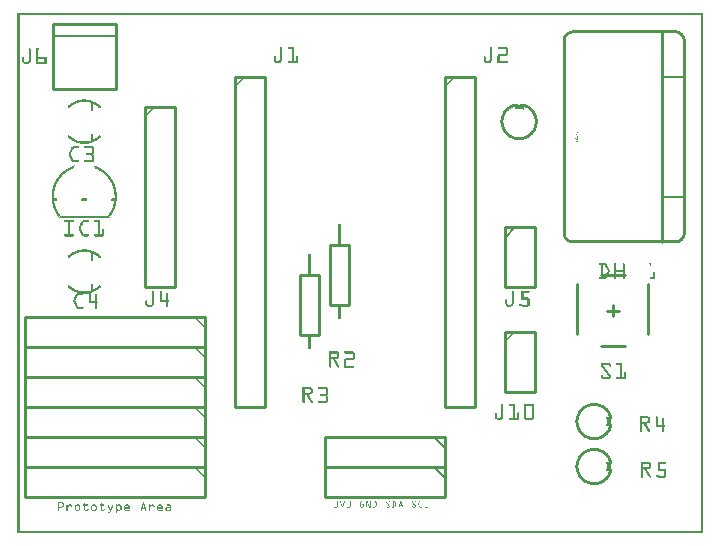
<source format=gto>
G04 MADE WITH FRITZING*
G04 WWW.FRITZING.ORG*
G04 DOUBLE SIDED*
G04 HOLES PLATED*
G04 CONTOUR ON CENTER OF CONTOUR VECTOR*
%ASAXBY*%
%FSLAX23Y23*%
%MOIN*%
%OFA0B0*%
%SFA1.0B1.0*%
%ADD10C,0.010000*%
%ADD11C,0.005000*%
%ADD12C,0.008000*%
%ADD13C,0.006124*%
%ADD14R,0.001000X0.001000*%
%LNSILK1*%
G90*
G70*
G54D10*
X1424Y221D02*
X1024Y221D01*
D02*
X1024Y221D02*
X1024Y121D01*
D02*
X1024Y121D02*
X1424Y121D01*
D02*
X1424Y121D02*
X1424Y221D01*
G54D11*
D02*
X1389Y221D02*
X1424Y186D01*
G54D10*
D02*
X1424Y321D02*
X1024Y321D01*
D02*
X1024Y321D02*
X1024Y221D01*
D02*
X1024Y221D02*
X1424Y221D01*
D02*
X1424Y221D02*
X1424Y321D01*
G54D11*
D02*
X1389Y321D02*
X1424Y286D01*
G54D10*
D02*
X1107Y962D02*
X1107Y762D01*
D02*
X1107Y762D02*
X1041Y762D01*
D02*
X1041Y762D02*
X1041Y962D01*
D02*
X1041Y962D02*
X1107Y962D01*
D02*
X1007Y862D02*
X1007Y662D01*
D02*
X1007Y662D02*
X941Y662D01*
D02*
X941Y662D02*
X941Y862D01*
D02*
X941Y862D02*
X1007Y862D01*
D02*
X119Y1483D02*
X329Y1483D01*
D02*
X329Y1483D02*
X329Y1699D01*
D02*
X329Y1699D02*
X119Y1699D01*
D02*
X119Y1699D02*
X119Y1483D01*
G54D11*
D02*
X329Y1659D02*
X119Y1659D01*
G54D12*
D02*
X141Y1056D02*
X306Y1056D01*
G54D10*
D02*
X1424Y1521D02*
X1424Y421D01*
D02*
X1424Y421D02*
X1524Y421D01*
D02*
X1524Y421D02*
X1524Y1521D01*
D02*
X1524Y1521D02*
X1424Y1521D01*
D02*
X424Y1421D02*
X424Y821D01*
D02*
X424Y821D02*
X524Y821D01*
D02*
X524Y821D02*
X524Y1421D01*
D02*
X524Y1421D02*
X424Y1421D01*
D02*
X1624Y1021D02*
X1624Y821D01*
D02*
X1624Y821D02*
X1724Y821D01*
D02*
X1724Y821D02*
X1724Y1021D01*
D02*
X1724Y1021D02*
X1624Y1021D01*
G54D11*
D02*
X1624Y986D02*
X1659Y1021D01*
G54D10*
D02*
X1946Y862D02*
X2024Y862D01*
D02*
X1867Y665D02*
X1867Y832D01*
D02*
X2103Y665D02*
X2103Y832D01*
D02*
X1946Y625D02*
X2024Y625D01*
D02*
X1965Y743D02*
X2005Y743D01*
D02*
X1985Y763D02*
X1985Y724D01*
D02*
X724Y1521D02*
X724Y421D01*
D02*
X724Y421D02*
X824Y421D01*
D02*
X824Y421D02*
X824Y1521D01*
D02*
X824Y1521D02*
X724Y1521D01*
D02*
X624Y721D02*
X24Y721D01*
D02*
X24Y721D02*
X24Y621D01*
D02*
X24Y621D02*
X624Y621D01*
D02*
X624Y621D02*
X624Y721D01*
D02*
X624Y621D02*
X24Y621D01*
D02*
X24Y621D02*
X24Y521D01*
D02*
X24Y521D02*
X624Y521D01*
D02*
X624Y521D02*
X624Y621D01*
D02*
X624Y521D02*
X24Y521D01*
D02*
X24Y521D02*
X24Y421D01*
D02*
X24Y421D02*
X624Y421D01*
D02*
X624Y421D02*
X624Y521D01*
D02*
X624Y421D02*
X24Y421D01*
D02*
X24Y421D02*
X24Y321D01*
D02*
X24Y321D02*
X624Y321D01*
D02*
X624Y321D02*
X624Y421D01*
D02*
X624Y321D02*
X24Y321D01*
D02*
X24Y321D02*
X24Y221D01*
D02*
X24Y221D02*
X624Y221D01*
D02*
X624Y221D02*
X624Y321D01*
D02*
X624Y221D02*
X24Y221D01*
D02*
X24Y221D02*
X24Y121D01*
D02*
X24Y121D02*
X624Y121D01*
D02*
X624Y121D02*
X624Y221D01*
D02*
X1624Y671D02*
X1624Y471D01*
D02*
X1624Y471D02*
X1724Y471D01*
D02*
X1724Y471D02*
X1724Y671D01*
D02*
X1724Y671D02*
X1624Y671D01*
G54D12*
X248Y1437D02*
X248Y1412D01*
D02*
X248Y1307D02*
X248Y1332D01*
D02*
X248Y937D02*
X248Y912D01*
D02*
X248Y807D02*
X248Y832D01*
D02*
G54D13*
X2148Y1521D02*
X2223Y1521D01*
D02*
X2148Y1121D02*
X2223Y1121D01*
D02*
G54D10*
X2148Y1671D02*
X2148Y971D01*
D02*
G54D14*
X0Y1734D02*
X2285Y1734D01*
X0Y1733D02*
X2285Y1733D01*
X0Y1732D02*
X2285Y1732D01*
X0Y1731D02*
X2285Y1731D01*
X0Y1730D02*
X2285Y1730D01*
X0Y1729D02*
X2285Y1729D01*
X0Y1728D02*
X2285Y1728D01*
X0Y1727D02*
X2285Y1727D01*
X0Y1726D02*
X7Y1726D01*
X2278Y1726D02*
X2285Y1726D01*
X0Y1725D02*
X7Y1725D01*
X2278Y1725D02*
X2285Y1725D01*
X0Y1724D02*
X7Y1724D01*
X2278Y1724D02*
X2285Y1724D01*
X0Y1723D02*
X7Y1723D01*
X2278Y1723D02*
X2285Y1723D01*
X0Y1722D02*
X7Y1722D01*
X2278Y1722D02*
X2285Y1722D01*
X0Y1721D02*
X7Y1721D01*
X2278Y1721D02*
X2285Y1721D01*
X0Y1720D02*
X7Y1720D01*
X2278Y1720D02*
X2285Y1720D01*
X0Y1719D02*
X7Y1719D01*
X2278Y1719D02*
X2285Y1719D01*
X0Y1718D02*
X7Y1718D01*
X2278Y1718D02*
X2285Y1718D01*
X0Y1717D02*
X7Y1717D01*
X2278Y1717D02*
X2285Y1717D01*
X0Y1716D02*
X7Y1716D01*
X2278Y1716D02*
X2285Y1716D01*
X0Y1715D02*
X7Y1715D01*
X2278Y1715D02*
X2285Y1715D01*
X0Y1714D02*
X7Y1714D01*
X2278Y1714D02*
X2285Y1714D01*
X0Y1713D02*
X7Y1713D01*
X2278Y1713D02*
X2285Y1713D01*
X0Y1712D02*
X7Y1712D01*
X2278Y1712D02*
X2285Y1712D01*
X0Y1711D02*
X7Y1711D01*
X2278Y1711D02*
X2285Y1711D01*
X0Y1710D02*
X7Y1710D01*
X2278Y1710D02*
X2285Y1710D01*
X0Y1709D02*
X7Y1709D01*
X2278Y1709D02*
X2285Y1709D01*
X0Y1708D02*
X7Y1708D01*
X2278Y1708D02*
X2285Y1708D01*
X0Y1707D02*
X7Y1707D01*
X2278Y1707D02*
X2285Y1707D01*
X0Y1706D02*
X7Y1706D01*
X2278Y1706D02*
X2285Y1706D01*
X0Y1705D02*
X7Y1705D01*
X2278Y1705D02*
X2285Y1705D01*
X0Y1704D02*
X7Y1704D01*
X2278Y1704D02*
X2285Y1704D01*
X0Y1703D02*
X7Y1703D01*
X2278Y1703D02*
X2285Y1703D01*
X0Y1702D02*
X7Y1702D01*
X2278Y1702D02*
X2285Y1702D01*
X0Y1701D02*
X7Y1701D01*
X2278Y1701D02*
X2285Y1701D01*
X0Y1700D02*
X7Y1700D01*
X2278Y1700D02*
X2285Y1700D01*
X0Y1699D02*
X7Y1699D01*
X2278Y1699D02*
X2285Y1699D01*
X0Y1698D02*
X7Y1698D01*
X2278Y1698D02*
X2285Y1698D01*
X0Y1697D02*
X7Y1697D01*
X2278Y1697D02*
X2285Y1697D01*
X0Y1696D02*
X7Y1696D01*
X2278Y1696D02*
X2285Y1696D01*
X0Y1695D02*
X7Y1695D01*
X2278Y1695D02*
X2285Y1695D01*
X0Y1694D02*
X7Y1694D01*
X2278Y1694D02*
X2285Y1694D01*
X0Y1693D02*
X7Y1693D01*
X2278Y1693D02*
X2285Y1693D01*
X0Y1692D02*
X7Y1692D01*
X2278Y1692D02*
X2285Y1692D01*
X0Y1691D02*
X7Y1691D01*
X2278Y1691D02*
X2285Y1691D01*
X0Y1690D02*
X7Y1690D01*
X2278Y1690D02*
X2285Y1690D01*
X0Y1689D02*
X7Y1689D01*
X2278Y1689D02*
X2285Y1689D01*
X0Y1688D02*
X7Y1688D01*
X2278Y1688D02*
X2285Y1688D01*
X0Y1687D02*
X7Y1687D01*
X2278Y1687D02*
X2285Y1687D01*
X0Y1686D02*
X7Y1686D01*
X2278Y1686D02*
X2285Y1686D01*
X0Y1685D02*
X7Y1685D01*
X2278Y1685D02*
X2285Y1685D01*
X0Y1684D02*
X7Y1684D01*
X2278Y1684D02*
X2285Y1684D01*
X0Y1683D02*
X7Y1683D01*
X2278Y1683D02*
X2285Y1683D01*
X0Y1682D02*
X7Y1682D01*
X2278Y1682D02*
X2285Y1682D01*
X0Y1681D02*
X7Y1681D01*
X2278Y1681D02*
X2285Y1681D01*
X0Y1680D02*
X7Y1680D01*
X2278Y1680D02*
X2285Y1680D01*
X0Y1679D02*
X7Y1679D01*
X2278Y1679D02*
X2285Y1679D01*
X0Y1678D02*
X7Y1678D01*
X2278Y1678D02*
X2285Y1678D01*
X0Y1677D02*
X7Y1677D01*
X2278Y1677D02*
X2285Y1677D01*
X0Y1676D02*
X7Y1676D01*
X1848Y1676D02*
X2197Y1676D01*
X2278Y1676D02*
X2285Y1676D01*
X0Y1675D02*
X7Y1675D01*
X1843Y1675D02*
X2202Y1675D01*
X2278Y1675D02*
X2285Y1675D01*
X0Y1674D02*
X7Y1674D01*
X1840Y1674D02*
X2205Y1674D01*
X2278Y1674D02*
X2285Y1674D01*
X0Y1673D02*
X7Y1673D01*
X1838Y1673D02*
X2207Y1673D01*
X2278Y1673D02*
X2285Y1673D01*
X0Y1672D02*
X7Y1672D01*
X1836Y1672D02*
X2209Y1672D01*
X2278Y1672D02*
X2285Y1672D01*
X0Y1671D02*
X7Y1671D01*
X1834Y1671D02*
X2211Y1671D01*
X2278Y1671D02*
X2285Y1671D01*
X0Y1670D02*
X7Y1670D01*
X1833Y1670D02*
X2213Y1670D01*
X2278Y1670D02*
X2285Y1670D01*
X0Y1669D02*
X7Y1669D01*
X1831Y1669D02*
X2214Y1669D01*
X2278Y1669D02*
X2285Y1669D01*
X0Y1668D02*
X7Y1668D01*
X1830Y1668D02*
X2215Y1668D01*
X2278Y1668D02*
X2285Y1668D01*
X0Y1667D02*
X7Y1667D01*
X1829Y1667D02*
X2217Y1667D01*
X2278Y1667D02*
X2285Y1667D01*
X0Y1666D02*
X7Y1666D01*
X1828Y1666D02*
X1847Y1666D01*
X2198Y1666D02*
X2218Y1666D01*
X2278Y1666D02*
X2285Y1666D01*
X0Y1665D02*
X7Y1665D01*
X1827Y1665D02*
X1843Y1665D01*
X2202Y1665D02*
X2219Y1665D01*
X2278Y1665D02*
X2285Y1665D01*
X0Y1664D02*
X7Y1664D01*
X1826Y1664D02*
X1841Y1664D01*
X2204Y1664D02*
X2219Y1664D01*
X2278Y1664D02*
X2285Y1664D01*
X0Y1663D02*
X7Y1663D01*
X1825Y1663D02*
X1839Y1663D01*
X2206Y1663D02*
X2220Y1663D01*
X2278Y1663D02*
X2285Y1663D01*
X0Y1662D02*
X7Y1662D01*
X1824Y1662D02*
X1838Y1662D01*
X2208Y1662D02*
X2221Y1662D01*
X2278Y1662D02*
X2285Y1662D01*
X0Y1661D02*
X7Y1661D01*
X1824Y1661D02*
X1836Y1661D01*
X2209Y1661D02*
X2222Y1661D01*
X2278Y1661D02*
X2285Y1661D01*
X0Y1660D02*
X7Y1660D01*
X1823Y1660D02*
X1835Y1660D01*
X2210Y1660D02*
X2222Y1660D01*
X2278Y1660D02*
X2285Y1660D01*
X0Y1659D02*
X7Y1659D01*
X1823Y1659D02*
X1834Y1659D01*
X2211Y1659D02*
X2223Y1659D01*
X2278Y1659D02*
X2285Y1659D01*
X0Y1658D02*
X7Y1658D01*
X1822Y1658D02*
X1833Y1658D01*
X2212Y1658D02*
X2223Y1658D01*
X2278Y1658D02*
X2285Y1658D01*
X0Y1657D02*
X7Y1657D01*
X1822Y1657D02*
X1832Y1657D01*
X2213Y1657D02*
X2224Y1657D01*
X2278Y1657D02*
X2285Y1657D01*
X0Y1656D02*
X7Y1656D01*
X1821Y1656D02*
X1831Y1656D01*
X2214Y1656D02*
X2224Y1656D01*
X2278Y1656D02*
X2285Y1656D01*
X0Y1655D02*
X7Y1655D01*
X1821Y1655D02*
X1831Y1655D01*
X2215Y1655D02*
X2225Y1655D01*
X2278Y1655D02*
X2285Y1655D01*
X0Y1654D02*
X7Y1654D01*
X1820Y1654D02*
X1830Y1654D01*
X2215Y1654D02*
X2225Y1654D01*
X2278Y1654D02*
X2285Y1654D01*
X0Y1653D02*
X7Y1653D01*
X1820Y1653D02*
X1830Y1653D01*
X2216Y1653D02*
X2226Y1653D01*
X2278Y1653D02*
X2285Y1653D01*
X0Y1652D02*
X7Y1652D01*
X1820Y1652D02*
X1829Y1652D01*
X2216Y1652D02*
X2226Y1652D01*
X2278Y1652D02*
X2285Y1652D01*
X0Y1651D02*
X7Y1651D01*
X1819Y1651D02*
X1829Y1651D01*
X2217Y1651D02*
X2226Y1651D01*
X2278Y1651D02*
X2285Y1651D01*
X0Y1650D02*
X7Y1650D01*
X1819Y1650D02*
X1828Y1650D01*
X2217Y1650D02*
X2226Y1650D01*
X2278Y1650D02*
X2285Y1650D01*
X0Y1649D02*
X7Y1649D01*
X1819Y1649D02*
X1828Y1649D01*
X2217Y1649D02*
X2227Y1649D01*
X2278Y1649D02*
X2285Y1649D01*
X0Y1648D02*
X7Y1648D01*
X1819Y1648D02*
X1828Y1648D01*
X2218Y1648D02*
X2227Y1648D01*
X2278Y1648D02*
X2285Y1648D01*
X0Y1647D02*
X7Y1647D01*
X1819Y1647D02*
X1828Y1647D01*
X2218Y1647D02*
X2227Y1647D01*
X2278Y1647D02*
X2285Y1647D01*
X0Y1646D02*
X7Y1646D01*
X1818Y1646D02*
X1827Y1646D01*
X2218Y1646D02*
X2227Y1646D01*
X2278Y1646D02*
X2285Y1646D01*
X0Y1645D02*
X7Y1645D01*
X1818Y1645D02*
X1827Y1645D01*
X2218Y1645D02*
X2227Y1645D01*
X2278Y1645D02*
X2285Y1645D01*
X0Y1644D02*
X7Y1644D01*
X1818Y1644D02*
X1827Y1644D01*
X2218Y1644D02*
X2227Y1644D01*
X2278Y1644D02*
X2285Y1644D01*
X0Y1643D02*
X7Y1643D01*
X1818Y1643D02*
X1827Y1643D01*
X2218Y1643D02*
X2227Y1643D01*
X2278Y1643D02*
X2285Y1643D01*
X0Y1642D02*
X7Y1642D01*
X1818Y1642D02*
X1827Y1642D01*
X2218Y1642D02*
X2227Y1642D01*
X2278Y1642D02*
X2285Y1642D01*
X0Y1641D02*
X7Y1641D01*
X1818Y1641D02*
X1827Y1641D01*
X2218Y1641D02*
X2227Y1641D01*
X2278Y1641D02*
X2285Y1641D01*
X0Y1640D02*
X7Y1640D01*
X1818Y1640D02*
X1827Y1640D01*
X2218Y1640D02*
X2227Y1640D01*
X2278Y1640D02*
X2285Y1640D01*
X0Y1639D02*
X7Y1639D01*
X1818Y1639D02*
X1827Y1639D01*
X2218Y1639D02*
X2227Y1639D01*
X2278Y1639D02*
X2285Y1639D01*
X0Y1638D02*
X7Y1638D01*
X1818Y1638D02*
X1827Y1638D01*
X2218Y1638D02*
X2227Y1638D01*
X2278Y1638D02*
X2285Y1638D01*
X0Y1637D02*
X7Y1637D01*
X1818Y1637D02*
X1827Y1637D01*
X2218Y1637D02*
X2227Y1637D01*
X2278Y1637D02*
X2285Y1637D01*
X0Y1636D02*
X7Y1636D01*
X1818Y1636D02*
X1827Y1636D01*
X2218Y1636D02*
X2227Y1636D01*
X2278Y1636D02*
X2285Y1636D01*
X0Y1635D02*
X7Y1635D01*
X1818Y1635D02*
X1827Y1635D01*
X2218Y1635D02*
X2227Y1635D01*
X2278Y1635D02*
X2285Y1635D01*
X0Y1634D02*
X7Y1634D01*
X1818Y1634D02*
X1827Y1634D01*
X2218Y1634D02*
X2227Y1634D01*
X2278Y1634D02*
X2285Y1634D01*
X0Y1633D02*
X7Y1633D01*
X1818Y1633D02*
X1827Y1633D01*
X2218Y1633D02*
X2227Y1633D01*
X2278Y1633D02*
X2285Y1633D01*
X0Y1632D02*
X7Y1632D01*
X1818Y1632D02*
X1827Y1632D01*
X2218Y1632D02*
X2227Y1632D01*
X2278Y1632D02*
X2285Y1632D01*
X0Y1631D02*
X7Y1631D01*
X1818Y1631D02*
X1827Y1631D01*
X2218Y1631D02*
X2227Y1631D01*
X2278Y1631D02*
X2285Y1631D01*
X0Y1630D02*
X7Y1630D01*
X1818Y1630D02*
X1827Y1630D01*
X2218Y1630D02*
X2227Y1630D01*
X2278Y1630D02*
X2285Y1630D01*
X0Y1629D02*
X7Y1629D01*
X1818Y1629D02*
X1827Y1629D01*
X2218Y1629D02*
X2227Y1629D01*
X2278Y1629D02*
X2285Y1629D01*
X0Y1628D02*
X7Y1628D01*
X1818Y1628D02*
X1827Y1628D01*
X2218Y1628D02*
X2227Y1628D01*
X2278Y1628D02*
X2285Y1628D01*
X0Y1627D02*
X7Y1627D01*
X1818Y1627D02*
X1827Y1627D01*
X2218Y1627D02*
X2227Y1627D01*
X2278Y1627D02*
X2285Y1627D01*
X0Y1626D02*
X7Y1626D01*
X1818Y1626D02*
X1827Y1626D01*
X2218Y1626D02*
X2227Y1626D01*
X2278Y1626D02*
X2285Y1626D01*
X0Y1625D02*
X7Y1625D01*
X1818Y1625D02*
X1827Y1625D01*
X2218Y1625D02*
X2227Y1625D01*
X2278Y1625D02*
X2285Y1625D01*
X0Y1624D02*
X7Y1624D01*
X1818Y1624D02*
X1827Y1624D01*
X2218Y1624D02*
X2227Y1624D01*
X2278Y1624D02*
X2285Y1624D01*
X0Y1623D02*
X7Y1623D01*
X1818Y1623D02*
X1827Y1623D01*
X2218Y1623D02*
X2227Y1623D01*
X2278Y1623D02*
X2285Y1623D01*
X0Y1622D02*
X7Y1622D01*
X878Y1622D02*
X878Y1622D01*
X904Y1622D02*
X921Y1622D01*
X1578Y1622D02*
X1578Y1622D01*
X1604Y1622D02*
X1629Y1622D01*
X1818Y1622D02*
X1827Y1622D01*
X2218Y1622D02*
X2227Y1622D01*
X2278Y1622D02*
X2285Y1622D01*
X0Y1621D02*
X7Y1621D01*
X876Y1621D02*
X880Y1621D01*
X903Y1621D02*
X921Y1621D01*
X1576Y1621D02*
X1580Y1621D01*
X1602Y1621D02*
X1632Y1621D01*
X1818Y1621D02*
X1827Y1621D01*
X2218Y1621D02*
X2227Y1621D01*
X2278Y1621D02*
X2285Y1621D01*
X0Y1620D02*
X7Y1620D01*
X876Y1620D02*
X881Y1620D01*
X902Y1620D02*
X921Y1620D01*
X1576Y1620D02*
X1581Y1620D01*
X1602Y1620D02*
X1633Y1620D01*
X1818Y1620D02*
X1827Y1620D01*
X2218Y1620D02*
X2227Y1620D01*
X2278Y1620D02*
X2285Y1620D01*
X0Y1619D02*
X7Y1619D01*
X875Y1619D02*
X881Y1619D01*
X902Y1619D02*
X921Y1619D01*
X1575Y1619D02*
X1581Y1619D01*
X1601Y1619D02*
X1634Y1619D01*
X1818Y1619D02*
X1827Y1619D01*
X2218Y1619D02*
X2227Y1619D01*
X2278Y1619D02*
X2285Y1619D01*
X0Y1618D02*
X7Y1618D01*
X41Y1618D02*
X41Y1618D01*
X67Y1618D02*
X70Y1618D01*
X875Y1618D02*
X881Y1618D01*
X902Y1618D02*
X921Y1618D01*
X1575Y1618D02*
X1581Y1618D01*
X1601Y1618D02*
X1634Y1618D01*
X1818Y1618D02*
X1827Y1618D01*
X2218Y1618D02*
X2227Y1618D01*
X2278Y1618D02*
X2285Y1618D01*
X0Y1617D02*
X7Y1617D01*
X39Y1617D02*
X43Y1617D01*
X65Y1617D02*
X72Y1617D01*
X875Y1617D02*
X881Y1617D01*
X902Y1617D02*
X921Y1617D01*
X1575Y1617D02*
X1581Y1617D01*
X1602Y1617D02*
X1635Y1617D01*
X1818Y1617D02*
X1827Y1617D01*
X2218Y1617D02*
X2227Y1617D01*
X2278Y1617D02*
X2285Y1617D01*
X0Y1616D02*
X7Y1616D01*
X38Y1616D02*
X43Y1616D01*
X64Y1616D02*
X73Y1616D01*
X875Y1616D02*
X881Y1616D01*
X903Y1616D02*
X921Y1616D01*
X1575Y1616D02*
X1581Y1616D01*
X1603Y1616D02*
X1635Y1616D01*
X1818Y1616D02*
X1827Y1616D01*
X2218Y1616D02*
X2227Y1616D01*
X2278Y1616D02*
X2285Y1616D01*
X0Y1615D02*
X7Y1615D01*
X38Y1615D02*
X44Y1615D01*
X64Y1615D02*
X73Y1615D01*
X875Y1615D02*
X881Y1615D01*
X915Y1615D02*
X921Y1615D01*
X1575Y1615D02*
X1581Y1615D01*
X1629Y1615D02*
X1635Y1615D01*
X1818Y1615D02*
X1827Y1615D01*
X2218Y1615D02*
X2227Y1615D01*
X2278Y1615D02*
X2285Y1615D01*
X0Y1614D02*
X7Y1614D01*
X38Y1614D02*
X44Y1614D01*
X64Y1614D02*
X73Y1614D01*
X875Y1614D02*
X881Y1614D01*
X915Y1614D02*
X921Y1614D01*
X1575Y1614D02*
X1581Y1614D01*
X1629Y1614D02*
X1635Y1614D01*
X1818Y1614D02*
X1827Y1614D01*
X2218Y1614D02*
X2227Y1614D01*
X2278Y1614D02*
X2285Y1614D01*
X0Y1613D02*
X7Y1613D01*
X38Y1613D02*
X44Y1613D01*
X64Y1613D02*
X73Y1613D01*
X875Y1613D02*
X881Y1613D01*
X915Y1613D02*
X921Y1613D01*
X1575Y1613D02*
X1581Y1613D01*
X1629Y1613D02*
X1635Y1613D01*
X1818Y1613D02*
X1827Y1613D01*
X2218Y1613D02*
X2227Y1613D01*
X2278Y1613D02*
X2285Y1613D01*
X0Y1612D02*
X7Y1612D01*
X38Y1612D02*
X44Y1612D01*
X64Y1612D02*
X72Y1612D01*
X875Y1612D02*
X881Y1612D01*
X915Y1612D02*
X921Y1612D01*
X1575Y1612D02*
X1581Y1612D01*
X1629Y1612D02*
X1635Y1612D01*
X1818Y1612D02*
X1827Y1612D01*
X2218Y1612D02*
X2227Y1612D01*
X2278Y1612D02*
X2285Y1612D01*
X0Y1611D02*
X7Y1611D01*
X38Y1611D02*
X44Y1611D01*
X64Y1611D02*
X70Y1611D01*
X875Y1611D02*
X881Y1611D01*
X915Y1611D02*
X921Y1611D01*
X1575Y1611D02*
X1581Y1611D01*
X1629Y1611D02*
X1635Y1611D01*
X1818Y1611D02*
X1827Y1611D01*
X2218Y1611D02*
X2227Y1611D01*
X2278Y1611D02*
X2285Y1611D01*
X0Y1610D02*
X7Y1610D01*
X38Y1610D02*
X44Y1610D01*
X64Y1610D02*
X70Y1610D01*
X875Y1610D02*
X881Y1610D01*
X915Y1610D02*
X921Y1610D01*
X1575Y1610D02*
X1581Y1610D01*
X1629Y1610D02*
X1635Y1610D01*
X1818Y1610D02*
X1827Y1610D01*
X2218Y1610D02*
X2227Y1610D01*
X2278Y1610D02*
X2285Y1610D01*
X0Y1609D02*
X7Y1609D01*
X38Y1609D02*
X44Y1609D01*
X64Y1609D02*
X70Y1609D01*
X875Y1609D02*
X881Y1609D01*
X915Y1609D02*
X921Y1609D01*
X1575Y1609D02*
X1581Y1609D01*
X1629Y1609D02*
X1635Y1609D01*
X1818Y1609D02*
X1827Y1609D01*
X2218Y1609D02*
X2227Y1609D01*
X2278Y1609D02*
X2285Y1609D01*
X0Y1608D02*
X7Y1608D01*
X38Y1608D02*
X44Y1608D01*
X64Y1608D02*
X70Y1608D01*
X875Y1608D02*
X881Y1608D01*
X915Y1608D02*
X921Y1608D01*
X1575Y1608D02*
X1581Y1608D01*
X1629Y1608D02*
X1635Y1608D01*
X1818Y1608D02*
X1827Y1608D01*
X2218Y1608D02*
X2227Y1608D01*
X2278Y1608D02*
X2285Y1608D01*
X0Y1607D02*
X7Y1607D01*
X38Y1607D02*
X44Y1607D01*
X64Y1607D02*
X70Y1607D01*
X875Y1607D02*
X881Y1607D01*
X915Y1607D02*
X921Y1607D01*
X1575Y1607D02*
X1581Y1607D01*
X1629Y1607D02*
X1635Y1607D01*
X1818Y1607D02*
X1827Y1607D01*
X2218Y1607D02*
X2227Y1607D01*
X2278Y1607D02*
X2285Y1607D01*
X0Y1606D02*
X7Y1606D01*
X38Y1606D02*
X44Y1606D01*
X64Y1606D02*
X70Y1606D01*
X875Y1606D02*
X881Y1606D01*
X915Y1606D02*
X921Y1606D01*
X1575Y1606D02*
X1581Y1606D01*
X1629Y1606D02*
X1635Y1606D01*
X1818Y1606D02*
X1827Y1606D01*
X2218Y1606D02*
X2227Y1606D01*
X2278Y1606D02*
X2285Y1606D01*
X0Y1605D02*
X7Y1605D01*
X38Y1605D02*
X44Y1605D01*
X64Y1605D02*
X70Y1605D01*
X875Y1605D02*
X881Y1605D01*
X915Y1605D02*
X921Y1605D01*
X1575Y1605D02*
X1581Y1605D01*
X1629Y1605D02*
X1635Y1605D01*
X1818Y1605D02*
X1827Y1605D01*
X2218Y1605D02*
X2227Y1605D01*
X2278Y1605D02*
X2285Y1605D01*
X0Y1604D02*
X7Y1604D01*
X38Y1604D02*
X44Y1604D01*
X64Y1604D02*
X70Y1604D01*
X875Y1604D02*
X881Y1604D01*
X915Y1604D02*
X921Y1604D01*
X1575Y1604D02*
X1581Y1604D01*
X1629Y1604D02*
X1635Y1604D01*
X1818Y1604D02*
X1827Y1604D01*
X2218Y1604D02*
X2227Y1604D01*
X2278Y1604D02*
X2285Y1604D01*
X0Y1603D02*
X7Y1603D01*
X38Y1603D02*
X44Y1603D01*
X64Y1603D02*
X70Y1603D01*
X875Y1603D02*
X881Y1603D01*
X915Y1603D02*
X921Y1603D01*
X1575Y1603D02*
X1581Y1603D01*
X1629Y1603D02*
X1635Y1603D01*
X1818Y1603D02*
X1827Y1603D01*
X2218Y1603D02*
X2227Y1603D01*
X2278Y1603D02*
X2285Y1603D01*
X0Y1602D02*
X7Y1602D01*
X38Y1602D02*
X44Y1602D01*
X64Y1602D02*
X70Y1602D01*
X875Y1602D02*
X881Y1602D01*
X915Y1602D02*
X921Y1602D01*
X1575Y1602D02*
X1581Y1602D01*
X1629Y1602D02*
X1635Y1602D01*
X1818Y1602D02*
X1827Y1602D01*
X2218Y1602D02*
X2227Y1602D01*
X2278Y1602D02*
X2285Y1602D01*
X0Y1601D02*
X7Y1601D01*
X38Y1601D02*
X44Y1601D01*
X64Y1601D02*
X70Y1601D01*
X875Y1601D02*
X881Y1601D01*
X915Y1601D02*
X921Y1601D01*
X1575Y1601D02*
X1581Y1601D01*
X1629Y1601D02*
X1635Y1601D01*
X1818Y1601D02*
X1827Y1601D01*
X2218Y1601D02*
X2227Y1601D01*
X2278Y1601D02*
X2285Y1601D01*
X0Y1600D02*
X7Y1600D01*
X38Y1600D02*
X44Y1600D01*
X64Y1600D02*
X70Y1600D01*
X875Y1600D02*
X881Y1600D01*
X915Y1600D02*
X921Y1600D01*
X1575Y1600D02*
X1581Y1600D01*
X1629Y1600D02*
X1635Y1600D01*
X1818Y1600D02*
X1827Y1600D01*
X2218Y1600D02*
X2227Y1600D01*
X2278Y1600D02*
X2285Y1600D01*
X0Y1599D02*
X7Y1599D01*
X38Y1599D02*
X44Y1599D01*
X64Y1599D02*
X70Y1599D01*
X875Y1599D02*
X881Y1599D01*
X915Y1599D02*
X921Y1599D01*
X1575Y1599D02*
X1581Y1599D01*
X1629Y1599D02*
X1635Y1599D01*
X1818Y1599D02*
X1827Y1599D01*
X2218Y1599D02*
X2227Y1599D01*
X2278Y1599D02*
X2285Y1599D01*
X0Y1598D02*
X7Y1598D01*
X38Y1598D02*
X44Y1598D01*
X64Y1598D02*
X70Y1598D01*
X875Y1598D02*
X881Y1598D01*
X915Y1598D02*
X921Y1598D01*
X1575Y1598D02*
X1581Y1598D01*
X1606Y1598D02*
X1635Y1598D01*
X1818Y1598D02*
X1827Y1598D01*
X2218Y1598D02*
X2227Y1598D01*
X2278Y1598D02*
X2285Y1598D01*
X0Y1597D02*
X7Y1597D01*
X38Y1597D02*
X44Y1597D01*
X64Y1597D02*
X70Y1597D01*
X875Y1597D02*
X881Y1597D01*
X915Y1597D02*
X921Y1597D01*
X1575Y1597D02*
X1581Y1597D01*
X1604Y1597D02*
X1635Y1597D01*
X1818Y1597D02*
X1827Y1597D01*
X2218Y1597D02*
X2227Y1597D01*
X2278Y1597D02*
X2285Y1597D01*
X0Y1596D02*
X7Y1596D01*
X38Y1596D02*
X44Y1596D01*
X64Y1596D02*
X70Y1596D01*
X875Y1596D02*
X881Y1596D01*
X915Y1596D02*
X921Y1596D01*
X1575Y1596D02*
X1581Y1596D01*
X1603Y1596D02*
X1634Y1596D01*
X1818Y1596D02*
X1827Y1596D01*
X2218Y1596D02*
X2227Y1596D01*
X2278Y1596D02*
X2285Y1596D01*
X0Y1595D02*
X7Y1595D01*
X38Y1595D02*
X44Y1595D01*
X64Y1595D02*
X70Y1595D01*
X875Y1595D02*
X881Y1595D01*
X915Y1595D02*
X921Y1595D01*
X1575Y1595D02*
X1581Y1595D01*
X1602Y1595D02*
X1634Y1595D01*
X1818Y1595D02*
X1827Y1595D01*
X2218Y1595D02*
X2227Y1595D01*
X2278Y1595D02*
X2285Y1595D01*
X0Y1594D02*
X7Y1594D01*
X38Y1594D02*
X44Y1594D01*
X64Y1594D02*
X70Y1594D01*
X875Y1594D02*
X881Y1594D01*
X915Y1594D02*
X921Y1594D01*
X1575Y1594D02*
X1581Y1594D01*
X1602Y1594D02*
X1633Y1594D01*
X1818Y1594D02*
X1827Y1594D01*
X2218Y1594D02*
X2227Y1594D01*
X2278Y1594D02*
X2285Y1594D01*
X0Y1593D02*
X7Y1593D01*
X38Y1593D02*
X44Y1593D01*
X64Y1593D02*
X70Y1593D01*
X875Y1593D02*
X881Y1593D01*
X915Y1593D02*
X921Y1593D01*
X1575Y1593D02*
X1581Y1593D01*
X1602Y1593D02*
X1632Y1593D01*
X1818Y1593D02*
X1827Y1593D01*
X2218Y1593D02*
X2227Y1593D01*
X2278Y1593D02*
X2285Y1593D01*
X0Y1592D02*
X7Y1592D01*
X38Y1592D02*
X44Y1592D01*
X64Y1592D02*
X70Y1592D01*
X856Y1592D02*
X859Y1592D01*
X875Y1592D02*
X881Y1592D01*
X915Y1592D02*
X921Y1592D01*
X931Y1592D02*
X933Y1592D01*
X1556Y1592D02*
X1559Y1592D01*
X1575Y1592D02*
X1581Y1592D01*
X1601Y1592D02*
X1630Y1592D01*
X1818Y1592D02*
X1827Y1592D01*
X2218Y1592D02*
X2227Y1592D01*
X2278Y1592D02*
X2285Y1592D01*
X0Y1591D02*
X7Y1591D01*
X38Y1591D02*
X44Y1591D01*
X64Y1591D02*
X70Y1591D01*
X855Y1591D02*
X860Y1591D01*
X875Y1591D02*
X881Y1591D01*
X915Y1591D02*
X921Y1591D01*
X930Y1591D02*
X934Y1591D01*
X1555Y1591D02*
X1560Y1591D01*
X1575Y1591D02*
X1581Y1591D01*
X1601Y1591D02*
X1607Y1591D01*
X1818Y1591D02*
X1827Y1591D01*
X2218Y1591D02*
X2227Y1591D01*
X2278Y1591D02*
X2285Y1591D01*
X0Y1590D02*
X7Y1590D01*
X38Y1590D02*
X44Y1590D01*
X64Y1590D02*
X70Y1590D01*
X855Y1590D02*
X861Y1590D01*
X875Y1590D02*
X881Y1590D01*
X915Y1590D02*
X921Y1590D01*
X929Y1590D02*
X935Y1590D01*
X1555Y1590D02*
X1560Y1590D01*
X1575Y1590D02*
X1581Y1590D01*
X1601Y1590D02*
X1607Y1590D01*
X1818Y1590D02*
X1827Y1590D01*
X2218Y1590D02*
X2227Y1590D01*
X2278Y1590D02*
X2285Y1590D01*
X0Y1589D02*
X7Y1589D01*
X38Y1589D02*
X44Y1589D01*
X64Y1589D02*
X70Y1589D01*
X855Y1589D02*
X861Y1589D01*
X875Y1589D02*
X881Y1589D01*
X915Y1589D02*
X921Y1589D01*
X929Y1589D02*
X935Y1589D01*
X1555Y1589D02*
X1561Y1589D01*
X1575Y1589D02*
X1581Y1589D01*
X1601Y1589D02*
X1607Y1589D01*
X1818Y1589D02*
X1827Y1589D01*
X2218Y1589D02*
X2227Y1589D01*
X2278Y1589D02*
X2285Y1589D01*
X0Y1588D02*
X7Y1588D01*
X19Y1588D02*
X22Y1588D01*
X38Y1588D02*
X44Y1588D01*
X64Y1588D02*
X96Y1588D01*
X855Y1588D02*
X861Y1588D01*
X875Y1588D02*
X881Y1588D01*
X915Y1588D02*
X921Y1588D01*
X929Y1588D02*
X935Y1588D01*
X1555Y1588D02*
X1561Y1588D01*
X1575Y1588D02*
X1581Y1588D01*
X1601Y1588D02*
X1607Y1588D01*
X1818Y1588D02*
X1827Y1588D01*
X2218Y1588D02*
X2227Y1588D01*
X2278Y1588D02*
X2285Y1588D01*
X0Y1587D02*
X7Y1587D01*
X18Y1587D02*
X23Y1587D01*
X38Y1587D02*
X44Y1587D01*
X64Y1587D02*
X97Y1587D01*
X855Y1587D02*
X861Y1587D01*
X875Y1587D02*
X881Y1587D01*
X915Y1587D02*
X921Y1587D01*
X929Y1587D02*
X935Y1587D01*
X1555Y1587D02*
X1561Y1587D01*
X1575Y1587D02*
X1581Y1587D01*
X1601Y1587D02*
X1607Y1587D01*
X1818Y1587D02*
X1827Y1587D01*
X2218Y1587D02*
X2227Y1587D01*
X2278Y1587D02*
X2285Y1587D01*
X0Y1586D02*
X7Y1586D01*
X17Y1586D02*
X23Y1586D01*
X38Y1586D02*
X44Y1586D01*
X64Y1586D02*
X97Y1586D01*
X855Y1586D02*
X861Y1586D01*
X875Y1586D02*
X881Y1586D01*
X915Y1586D02*
X921Y1586D01*
X929Y1586D02*
X935Y1586D01*
X1555Y1586D02*
X1561Y1586D01*
X1575Y1586D02*
X1581Y1586D01*
X1601Y1586D02*
X1607Y1586D01*
X1818Y1586D02*
X1827Y1586D01*
X2218Y1586D02*
X2227Y1586D01*
X2278Y1586D02*
X2285Y1586D01*
X0Y1585D02*
X7Y1585D01*
X17Y1585D02*
X23Y1585D01*
X38Y1585D02*
X44Y1585D01*
X64Y1585D02*
X97Y1585D01*
X855Y1585D02*
X861Y1585D01*
X875Y1585D02*
X881Y1585D01*
X915Y1585D02*
X921Y1585D01*
X929Y1585D02*
X935Y1585D01*
X1555Y1585D02*
X1561Y1585D01*
X1575Y1585D02*
X1581Y1585D01*
X1601Y1585D02*
X1607Y1585D01*
X1818Y1585D02*
X1827Y1585D01*
X2218Y1585D02*
X2227Y1585D01*
X2278Y1585D02*
X2285Y1585D01*
X0Y1584D02*
X7Y1584D01*
X17Y1584D02*
X23Y1584D01*
X38Y1584D02*
X44Y1584D01*
X64Y1584D02*
X97Y1584D01*
X855Y1584D02*
X861Y1584D01*
X875Y1584D02*
X881Y1584D01*
X915Y1584D02*
X921Y1584D01*
X929Y1584D02*
X935Y1584D01*
X1555Y1584D02*
X1561Y1584D01*
X1575Y1584D02*
X1581Y1584D01*
X1601Y1584D02*
X1607Y1584D01*
X1818Y1584D02*
X1827Y1584D01*
X2218Y1584D02*
X2227Y1584D01*
X2278Y1584D02*
X2285Y1584D01*
X0Y1583D02*
X7Y1583D01*
X17Y1583D02*
X23Y1583D01*
X38Y1583D02*
X44Y1583D01*
X64Y1583D02*
X97Y1583D01*
X855Y1583D02*
X861Y1583D01*
X875Y1583D02*
X881Y1583D01*
X915Y1583D02*
X921Y1583D01*
X929Y1583D02*
X935Y1583D01*
X1555Y1583D02*
X1561Y1583D01*
X1575Y1583D02*
X1581Y1583D01*
X1601Y1583D02*
X1607Y1583D01*
X1818Y1583D02*
X1827Y1583D01*
X2218Y1583D02*
X2227Y1583D01*
X2278Y1583D02*
X2285Y1583D01*
X0Y1582D02*
X7Y1582D01*
X17Y1582D02*
X23Y1582D01*
X38Y1582D02*
X44Y1582D01*
X64Y1582D02*
X97Y1582D01*
X855Y1582D02*
X861Y1582D01*
X875Y1582D02*
X881Y1582D01*
X915Y1582D02*
X921Y1582D01*
X929Y1582D02*
X935Y1582D01*
X1555Y1582D02*
X1561Y1582D01*
X1575Y1582D02*
X1581Y1582D01*
X1601Y1582D02*
X1607Y1582D01*
X1818Y1582D02*
X1827Y1582D01*
X2218Y1582D02*
X2227Y1582D01*
X2278Y1582D02*
X2285Y1582D01*
X0Y1581D02*
X7Y1581D01*
X17Y1581D02*
X23Y1581D01*
X38Y1581D02*
X44Y1581D01*
X64Y1581D02*
X70Y1581D01*
X91Y1581D02*
X97Y1581D01*
X855Y1581D02*
X861Y1581D01*
X875Y1581D02*
X881Y1581D01*
X915Y1581D02*
X921Y1581D01*
X929Y1581D02*
X935Y1581D01*
X1555Y1581D02*
X1561Y1581D01*
X1575Y1581D02*
X1581Y1581D01*
X1601Y1581D02*
X1607Y1581D01*
X1818Y1581D02*
X1827Y1581D01*
X2218Y1581D02*
X2227Y1581D01*
X2278Y1581D02*
X2285Y1581D01*
X0Y1580D02*
X7Y1580D01*
X17Y1580D02*
X23Y1580D01*
X38Y1580D02*
X44Y1580D01*
X64Y1580D02*
X70Y1580D01*
X91Y1580D02*
X97Y1580D01*
X855Y1580D02*
X861Y1580D01*
X875Y1580D02*
X881Y1580D01*
X915Y1580D02*
X921Y1580D01*
X929Y1580D02*
X935Y1580D01*
X1555Y1580D02*
X1561Y1580D01*
X1575Y1580D02*
X1581Y1580D01*
X1601Y1580D02*
X1607Y1580D01*
X1818Y1580D02*
X1827Y1580D01*
X2218Y1580D02*
X2227Y1580D01*
X2278Y1580D02*
X2285Y1580D01*
X0Y1579D02*
X7Y1579D01*
X17Y1579D02*
X23Y1579D01*
X38Y1579D02*
X44Y1579D01*
X64Y1579D02*
X70Y1579D01*
X91Y1579D02*
X97Y1579D01*
X855Y1579D02*
X861Y1579D01*
X875Y1579D02*
X881Y1579D01*
X915Y1579D02*
X921Y1579D01*
X929Y1579D02*
X935Y1579D01*
X1555Y1579D02*
X1561Y1579D01*
X1575Y1579D02*
X1581Y1579D01*
X1601Y1579D02*
X1607Y1579D01*
X1818Y1579D02*
X1827Y1579D01*
X2218Y1579D02*
X2227Y1579D01*
X2278Y1579D02*
X2285Y1579D01*
X0Y1578D02*
X7Y1578D01*
X17Y1578D02*
X23Y1578D01*
X38Y1578D02*
X44Y1578D01*
X64Y1578D02*
X70Y1578D01*
X91Y1578D02*
X97Y1578D01*
X855Y1578D02*
X861Y1578D01*
X875Y1578D02*
X881Y1578D01*
X915Y1578D02*
X921Y1578D01*
X929Y1578D02*
X935Y1578D01*
X1555Y1578D02*
X1561Y1578D01*
X1575Y1578D02*
X1581Y1578D01*
X1601Y1578D02*
X1607Y1578D01*
X1818Y1578D02*
X1827Y1578D01*
X2218Y1578D02*
X2227Y1578D01*
X2278Y1578D02*
X2285Y1578D01*
X0Y1577D02*
X7Y1577D01*
X17Y1577D02*
X23Y1577D01*
X38Y1577D02*
X44Y1577D01*
X64Y1577D02*
X70Y1577D01*
X91Y1577D02*
X97Y1577D01*
X855Y1577D02*
X861Y1577D01*
X875Y1577D02*
X881Y1577D01*
X915Y1577D02*
X921Y1577D01*
X929Y1577D02*
X935Y1577D01*
X1555Y1577D02*
X1561Y1577D01*
X1575Y1577D02*
X1581Y1577D01*
X1601Y1577D02*
X1607Y1577D01*
X1818Y1577D02*
X1827Y1577D01*
X2218Y1577D02*
X2227Y1577D01*
X2278Y1577D02*
X2285Y1577D01*
X0Y1576D02*
X7Y1576D01*
X17Y1576D02*
X23Y1576D01*
X38Y1576D02*
X44Y1576D01*
X64Y1576D02*
X70Y1576D01*
X91Y1576D02*
X97Y1576D01*
X855Y1576D02*
X862Y1576D01*
X874Y1576D02*
X881Y1576D01*
X915Y1576D02*
X921Y1576D01*
X929Y1576D02*
X935Y1576D01*
X1555Y1576D02*
X1562Y1576D01*
X1574Y1576D02*
X1581Y1576D01*
X1601Y1576D02*
X1607Y1576D01*
X1818Y1576D02*
X1827Y1576D01*
X2218Y1576D02*
X2227Y1576D01*
X2278Y1576D02*
X2285Y1576D01*
X0Y1575D02*
X7Y1575D01*
X17Y1575D02*
X23Y1575D01*
X38Y1575D02*
X44Y1575D01*
X64Y1575D02*
X70Y1575D01*
X91Y1575D02*
X97Y1575D01*
X855Y1575D02*
X864Y1575D01*
X872Y1575D02*
X881Y1575D01*
X915Y1575D02*
X922Y1575D01*
X929Y1575D02*
X935Y1575D01*
X1555Y1575D02*
X1564Y1575D01*
X1572Y1575D02*
X1581Y1575D01*
X1601Y1575D02*
X1608Y1575D01*
X1818Y1575D02*
X1827Y1575D01*
X2218Y1575D02*
X2227Y1575D01*
X2278Y1575D02*
X2285Y1575D01*
X0Y1574D02*
X7Y1574D01*
X17Y1574D02*
X23Y1574D01*
X38Y1574D02*
X44Y1574D01*
X64Y1574D02*
X70Y1574D01*
X91Y1574D02*
X97Y1574D01*
X856Y1574D02*
X880Y1574D01*
X903Y1574D02*
X935Y1574D01*
X1556Y1574D02*
X1580Y1574D01*
X1601Y1574D02*
X1634Y1574D01*
X1818Y1574D02*
X1827Y1574D01*
X2218Y1574D02*
X2227Y1574D01*
X2278Y1574D02*
X2285Y1574D01*
X0Y1573D02*
X7Y1573D01*
X17Y1573D02*
X23Y1573D01*
X37Y1573D02*
X44Y1573D01*
X64Y1573D02*
X70Y1573D01*
X91Y1573D02*
X97Y1573D01*
X856Y1573D02*
X880Y1573D01*
X902Y1573D02*
X935Y1573D01*
X1556Y1573D02*
X1580Y1573D01*
X1601Y1573D02*
X1635Y1573D01*
X1818Y1573D02*
X1827Y1573D01*
X2218Y1573D02*
X2227Y1573D01*
X2278Y1573D02*
X2285Y1573D01*
X0Y1572D02*
X7Y1572D01*
X17Y1572D02*
X24Y1572D01*
X37Y1572D02*
X44Y1572D01*
X64Y1572D02*
X70Y1572D01*
X91Y1572D02*
X97Y1572D01*
X857Y1572D02*
X879Y1572D01*
X902Y1572D02*
X935Y1572D01*
X1557Y1572D02*
X1579Y1572D01*
X1601Y1572D02*
X1635Y1572D01*
X1818Y1572D02*
X1827Y1572D01*
X2218Y1572D02*
X2227Y1572D01*
X2278Y1572D02*
X2285Y1572D01*
X0Y1571D02*
X7Y1571D01*
X18Y1571D02*
X27Y1571D01*
X34Y1571D02*
X43Y1571D01*
X64Y1571D02*
X70Y1571D01*
X91Y1571D02*
X97Y1571D01*
X858Y1571D02*
X878Y1571D01*
X902Y1571D02*
X935Y1571D01*
X1558Y1571D02*
X1578Y1571D01*
X1601Y1571D02*
X1635Y1571D01*
X1818Y1571D02*
X1827Y1571D01*
X2218Y1571D02*
X2227Y1571D01*
X2278Y1571D02*
X2285Y1571D01*
X0Y1570D02*
X7Y1570D01*
X18Y1570D02*
X43Y1570D01*
X64Y1570D02*
X97Y1570D01*
X859Y1570D02*
X877Y1570D01*
X902Y1570D02*
X935Y1570D01*
X1559Y1570D02*
X1577Y1570D01*
X1601Y1570D02*
X1635Y1570D01*
X1818Y1570D02*
X1827Y1570D01*
X2218Y1570D02*
X2227Y1570D01*
X2278Y1570D02*
X2285Y1570D01*
X0Y1569D02*
X7Y1569D01*
X19Y1569D02*
X42Y1569D01*
X64Y1569D02*
X97Y1569D01*
X861Y1569D02*
X875Y1569D01*
X903Y1569D02*
X934Y1569D01*
X1561Y1569D02*
X1575Y1569D01*
X1601Y1569D02*
X1634Y1569D01*
X1818Y1569D02*
X1827Y1569D01*
X2218Y1569D02*
X2227Y1569D01*
X2278Y1569D02*
X2285Y1569D01*
X0Y1568D02*
X7Y1568D01*
X19Y1568D02*
X41Y1568D01*
X64Y1568D02*
X97Y1568D01*
X865Y1568D02*
X871Y1568D01*
X905Y1568D02*
X932Y1568D01*
X1565Y1568D02*
X1571Y1568D01*
X1602Y1568D02*
X1632Y1568D01*
X1818Y1568D02*
X1827Y1568D01*
X2218Y1568D02*
X2227Y1568D01*
X2278Y1568D02*
X2285Y1568D01*
X0Y1567D02*
X7Y1567D01*
X20Y1567D02*
X41Y1567D01*
X64Y1567D02*
X97Y1567D01*
X1818Y1567D02*
X1827Y1567D01*
X2218Y1567D02*
X2227Y1567D01*
X2278Y1567D02*
X2285Y1567D01*
X0Y1566D02*
X7Y1566D01*
X22Y1566D02*
X39Y1566D01*
X64Y1566D02*
X97Y1566D01*
X1818Y1566D02*
X1827Y1566D01*
X2218Y1566D02*
X2227Y1566D01*
X2278Y1566D02*
X2285Y1566D01*
X0Y1565D02*
X7Y1565D01*
X23Y1565D02*
X38Y1565D01*
X65Y1565D02*
X96Y1565D01*
X1818Y1565D02*
X1827Y1565D01*
X2218Y1565D02*
X2227Y1565D01*
X2278Y1565D02*
X2285Y1565D01*
X0Y1564D02*
X7Y1564D01*
X27Y1564D02*
X34Y1564D01*
X67Y1564D02*
X94Y1564D01*
X1818Y1564D02*
X1827Y1564D01*
X2218Y1564D02*
X2227Y1564D01*
X2278Y1564D02*
X2285Y1564D01*
X0Y1563D02*
X7Y1563D01*
X1818Y1563D02*
X1827Y1563D01*
X2218Y1563D02*
X2227Y1563D01*
X2278Y1563D02*
X2285Y1563D01*
X0Y1562D02*
X7Y1562D01*
X1818Y1562D02*
X1827Y1562D01*
X2218Y1562D02*
X2227Y1562D01*
X2278Y1562D02*
X2285Y1562D01*
X0Y1561D02*
X7Y1561D01*
X1818Y1561D02*
X1827Y1561D01*
X2218Y1561D02*
X2227Y1561D01*
X2278Y1561D02*
X2285Y1561D01*
X0Y1560D02*
X7Y1560D01*
X1818Y1560D02*
X1827Y1560D01*
X2218Y1560D02*
X2227Y1560D01*
X2278Y1560D02*
X2285Y1560D01*
X0Y1559D02*
X7Y1559D01*
X1818Y1559D02*
X1827Y1559D01*
X2218Y1559D02*
X2227Y1559D01*
X2278Y1559D02*
X2285Y1559D01*
X0Y1558D02*
X7Y1558D01*
X1818Y1558D02*
X1827Y1558D01*
X2218Y1558D02*
X2227Y1558D01*
X2278Y1558D02*
X2285Y1558D01*
X0Y1557D02*
X7Y1557D01*
X1818Y1557D02*
X1827Y1557D01*
X2218Y1557D02*
X2227Y1557D01*
X2278Y1557D02*
X2285Y1557D01*
X0Y1556D02*
X7Y1556D01*
X1818Y1556D02*
X1827Y1556D01*
X2218Y1556D02*
X2227Y1556D01*
X2278Y1556D02*
X2285Y1556D01*
X0Y1555D02*
X7Y1555D01*
X1818Y1555D02*
X1827Y1555D01*
X2218Y1555D02*
X2227Y1555D01*
X2278Y1555D02*
X2285Y1555D01*
X0Y1554D02*
X7Y1554D01*
X1818Y1554D02*
X1827Y1554D01*
X2218Y1554D02*
X2227Y1554D01*
X2278Y1554D02*
X2285Y1554D01*
X0Y1553D02*
X7Y1553D01*
X1818Y1553D02*
X1827Y1553D01*
X2218Y1553D02*
X2227Y1553D01*
X2278Y1553D02*
X2285Y1553D01*
X0Y1552D02*
X7Y1552D01*
X1818Y1552D02*
X1827Y1552D01*
X2218Y1552D02*
X2227Y1552D01*
X2278Y1552D02*
X2285Y1552D01*
X0Y1551D02*
X7Y1551D01*
X1818Y1551D02*
X1827Y1551D01*
X2218Y1551D02*
X2227Y1551D01*
X2278Y1551D02*
X2285Y1551D01*
X0Y1550D02*
X7Y1550D01*
X1818Y1550D02*
X1827Y1550D01*
X2218Y1550D02*
X2227Y1550D01*
X2278Y1550D02*
X2285Y1550D01*
X0Y1549D02*
X7Y1549D01*
X1818Y1549D02*
X1827Y1549D01*
X2218Y1549D02*
X2227Y1549D01*
X2278Y1549D02*
X2285Y1549D01*
X0Y1548D02*
X7Y1548D01*
X1818Y1548D02*
X1827Y1548D01*
X2218Y1548D02*
X2227Y1548D01*
X2278Y1548D02*
X2285Y1548D01*
X0Y1547D02*
X7Y1547D01*
X1818Y1547D02*
X1827Y1547D01*
X2218Y1547D02*
X2227Y1547D01*
X2278Y1547D02*
X2285Y1547D01*
X0Y1546D02*
X7Y1546D01*
X1818Y1546D02*
X1827Y1546D01*
X2218Y1546D02*
X2227Y1546D01*
X2278Y1546D02*
X2285Y1546D01*
X0Y1545D02*
X7Y1545D01*
X1818Y1545D02*
X1827Y1545D01*
X2218Y1545D02*
X2227Y1545D01*
X2278Y1545D02*
X2285Y1545D01*
X0Y1544D02*
X7Y1544D01*
X1818Y1544D02*
X1827Y1544D01*
X2218Y1544D02*
X2227Y1544D01*
X2278Y1544D02*
X2285Y1544D01*
X0Y1543D02*
X7Y1543D01*
X1818Y1543D02*
X1827Y1543D01*
X2218Y1543D02*
X2227Y1543D01*
X2278Y1543D02*
X2285Y1543D01*
X0Y1542D02*
X7Y1542D01*
X1818Y1542D02*
X1827Y1542D01*
X2218Y1542D02*
X2227Y1542D01*
X2278Y1542D02*
X2285Y1542D01*
X0Y1541D02*
X7Y1541D01*
X1818Y1541D02*
X1827Y1541D01*
X2218Y1541D02*
X2227Y1541D01*
X2278Y1541D02*
X2285Y1541D01*
X0Y1540D02*
X7Y1540D01*
X1818Y1540D02*
X1827Y1540D01*
X2218Y1540D02*
X2227Y1540D01*
X2278Y1540D02*
X2285Y1540D01*
X0Y1539D02*
X7Y1539D01*
X1818Y1539D02*
X1827Y1539D01*
X2218Y1539D02*
X2227Y1539D01*
X2278Y1539D02*
X2285Y1539D01*
X0Y1538D02*
X7Y1538D01*
X1818Y1538D02*
X1827Y1538D01*
X2218Y1538D02*
X2227Y1538D01*
X2278Y1538D02*
X2285Y1538D01*
X0Y1537D02*
X7Y1537D01*
X1818Y1537D02*
X1827Y1537D01*
X2218Y1537D02*
X2227Y1537D01*
X2278Y1537D02*
X2285Y1537D01*
X0Y1536D02*
X7Y1536D01*
X1818Y1536D02*
X1827Y1536D01*
X2218Y1536D02*
X2227Y1536D01*
X2278Y1536D02*
X2285Y1536D01*
X0Y1535D02*
X7Y1535D01*
X1818Y1535D02*
X1827Y1535D01*
X2218Y1535D02*
X2227Y1535D01*
X2278Y1535D02*
X2285Y1535D01*
X0Y1534D02*
X7Y1534D01*
X1818Y1534D02*
X1827Y1534D01*
X2218Y1534D02*
X2227Y1534D01*
X2278Y1534D02*
X2285Y1534D01*
X0Y1533D02*
X7Y1533D01*
X1818Y1533D02*
X1827Y1533D01*
X2218Y1533D02*
X2227Y1533D01*
X2278Y1533D02*
X2285Y1533D01*
X0Y1532D02*
X7Y1532D01*
X1818Y1532D02*
X1827Y1532D01*
X2218Y1532D02*
X2227Y1532D01*
X2278Y1532D02*
X2285Y1532D01*
X0Y1531D02*
X7Y1531D01*
X1818Y1531D02*
X1827Y1531D01*
X2218Y1531D02*
X2227Y1531D01*
X2278Y1531D02*
X2285Y1531D01*
X0Y1530D02*
X7Y1530D01*
X1818Y1530D02*
X1827Y1530D01*
X2218Y1530D02*
X2227Y1530D01*
X2278Y1530D02*
X2285Y1530D01*
X0Y1529D02*
X7Y1529D01*
X1818Y1529D02*
X1827Y1529D01*
X2218Y1529D02*
X2227Y1529D01*
X2278Y1529D02*
X2285Y1529D01*
X0Y1528D02*
X7Y1528D01*
X1818Y1528D02*
X1827Y1528D01*
X2218Y1528D02*
X2227Y1528D01*
X2278Y1528D02*
X2285Y1528D01*
X0Y1527D02*
X7Y1527D01*
X1818Y1527D02*
X1827Y1527D01*
X2218Y1527D02*
X2227Y1527D01*
X2278Y1527D02*
X2285Y1527D01*
X0Y1526D02*
X7Y1526D01*
X1818Y1526D02*
X1827Y1526D01*
X2218Y1526D02*
X2227Y1526D01*
X2278Y1526D02*
X2285Y1526D01*
X0Y1525D02*
X7Y1525D01*
X1818Y1525D02*
X1827Y1525D01*
X2218Y1525D02*
X2227Y1525D01*
X2278Y1525D02*
X2285Y1525D01*
X0Y1524D02*
X7Y1524D01*
X1818Y1524D02*
X1827Y1524D01*
X2218Y1524D02*
X2227Y1524D01*
X2278Y1524D02*
X2285Y1524D01*
X0Y1523D02*
X7Y1523D01*
X756Y1523D02*
X757Y1523D01*
X1456Y1523D02*
X1457Y1523D01*
X1818Y1523D02*
X1827Y1523D01*
X2218Y1523D02*
X2227Y1523D01*
X2278Y1523D02*
X2285Y1523D01*
X0Y1522D02*
X7Y1522D01*
X755Y1522D02*
X758Y1522D01*
X1455Y1522D02*
X1458Y1522D01*
X1818Y1522D02*
X1827Y1522D01*
X2218Y1522D02*
X2227Y1522D01*
X2278Y1522D02*
X2285Y1522D01*
X0Y1521D02*
X7Y1521D01*
X754Y1521D02*
X759Y1521D01*
X1454Y1521D02*
X1459Y1521D01*
X1818Y1521D02*
X1827Y1521D01*
X2218Y1521D02*
X2227Y1521D01*
X2278Y1521D02*
X2285Y1521D01*
X0Y1520D02*
X7Y1520D01*
X753Y1520D02*
X759Y1520D01*
X1453Y1520D02*
X1459Y1520D01*
X1818Y1520D02*
X1827Y1520D01*
X2218Y1520D02*
X2227Y1520D01*
X2278Y1520D02*
X2285Y1520D01*
X0Y1519D02*
X7Y1519D01*
X752Y1519D02*
X758Y1519D01*
X1452Y1519D02*
X1458Y1519D01*
X1818Y1519D02*
X1827Y1519D01*
X2218Y1519D02*
X2227Y1519D01*
X2278Y1519D02*
X2285Y1519D01*
X0Y1518D02*
X7Y1518D01*
X751Y1518D02*
X757Y1518D01*
X1451Y1518D02*
X1457Y1518D01*
X1818Y1518D02*
X1827Y1518D01*
X2218Y1518D02*
X2227Y1518D01*
X2278Y1518D02*
X2285Y1518D01*
X0Y1517D02*
X7Y1517D01*
X750Y1517D02*
X756Y1517D01*
X1450Y1517D02*
X1456Y1517D01*
X1818Y1517D02*
X1827Y1517D01*
X2218Y1517D02*
X2227Y1517D01*
X2278Y1517D02*
X2285Y1517D01*
X0Y1516D02*
X7Y1516D01*
X749Y1516D02*
X755Y1516D01*
X1449Y1516D02*
X1455Y1516D01*
X1818Y1516D02*
X1827Y1516D01*
X2218Y1516D02*
X2227Y1516D01*
X2278Y1516D02*
X2285Y1516D01*
X0Y1515D02*
X7Y1515D01*
X748Y1515D02*
X754Y1515D01*
X1448Y1515D02*
X1454Y1515D01*
X1818Y1515D02*
X1827Y1515D01*
X2218Y1515D02*
X2227Y1515D01*
X2278Y1515D02*
X2285Y1515D01*
X0Y1514D02*
X7Y1514D01*
X747Y1514D02*
X753Y1514D01*
X1447Y1514D02*
X1453Y1514D01*
X1818Y1514D02*
X1827Y1514D01*
X2218Y1514D02*
X2227Y1514D01*
X2278Y1514D02*
X2285Y1514D01*
X0Y1513D02*
X7Y1513D01*
X746Y1513D02*
X752Y1513D01*
X1446Y1513D02*
X1452Y1513D01*
X1818Y1513D02*
X1827Y1513D01*
X2218Y1513D02*
X2227Y1513D01*
X2278Y1513D02*
X2285Y1513D01*
X0Y1512D02*
X7Y1512D01*
X745Y1512D02*
X751Y1512D01*
X1445Y1512D02*
X1451Y1512D01*
X1818Y1512D02*
X1827Y1512D01*
X2218Y1512D02*
X2227Y1512D01*
X2278Y1512D02*
X2285Y1512D01*
X0Y1511D02*
X7Y1511D01*
X744Y1511D02*
X750Y1511D01*
X1444Y1511D02*
X1450Y1511D01*
X1818Y1511D02*
X1827Y1511D01*
X2218Y1511D02*
X2227Y1511D01*
X2278Y1511D02*
X2285Y1511D01*
X0Y1510D02*
X7Y1510D01*
X743Y1510D02*
X749Y1510D01*
X1443Y1510D02*
X1449Y1510D01*
X1818Y1510D02*
X1827Y1510D01*
X2218Y1510D02*
X2227Y1510D01*
X2278Y1510D02*
X2285Y1510D01*
X0Y1509D02*
X7Y1509D01*
X742Y1509D02*
X748Y1509D01*
X1442Y1509D02*
X1448Y1509D01*
X1818Y1509D02*
X1827Y1509D01*
X2218Y1509D02*
X2227Y1509D01*
X2278Y1509D02*
X2285Y1509D01*
X0Y1508D02*
X7Y1508D01*
X741Y1508D02*
X747Y1508D01*
X1441Y1508D02*
X1447Y1508D01*
X1818Y1508D02*
X1827Y1508D01*
X2218Y1508D02*
X2227Y1508D01*
X2278Y1508D02*
X2285Y1508D01*
X0Y1507D02*
X7Y1507D01*
X740Y1507D02*
X746Y1507D01*
X1440Y1507D02*
X1445Y1507D01*
X1818Y1507D02*
X1827Y1507D01*
X2218Y1507D02*
X2227Y1507D01*
X2278Y1507D02*
X2285Y1507D01*
X0Y1506D02*
X7Y1506D01*
X739Y1506D02*
X744Y1506D01*
X1439Y1506D02*
X1444Y1506D01*
X1818Y1506D02*
X1827Y1506D01*
X2218Y1506D02*
X2227Y1506D01*
X2278Y1506D02*
X2285Y1506D01*
X0Y1505D02*
X7Y1505D01*
X738Y1505D02*
X743Y1505D01*
X1438Y1505D02*
X1443Y1505D01*
X1818Y1505D02*
X1827Y1505D01*
X2218Y1505D02*
X2227Y1505D01*
X2278Y1505D02*
X2285Y1505D01*
X0Y1504D02*
X7Y1504D01*
X737Y1504D02*
X742Y1504D01*
X1437Y1504D02*
X1442Y1504D01*
X1818Y1504D02*
X1827Y1504D01*
X2218Y1504D02*
X2227Y1504D01*
X2278Y1504D02*
X2285Y1504D01*
X0Y1503D02*
X7Y1503D01*
X736Y1503D02*
X741Y1503D01*
X1436Y1503D02*
X1441Y1503D01*
X1818Y1503D02*
X1827Y1503D01*
X2218Y1503D02*
X2227Y1503D01*
X2278Y1503D02*
X2285Y1503D01*
X0Y1502D02*
X7Y1502D01*
X735Y1502D02*
X740Y1502D01*
X1435Y1502D02*
X1440Y1502D01*
X1818Y1502D02*
X1827Y1502D01*
X2218Y1502D02*
X2227Y1502D01*
X2278Y1502D02*
X2285Y1502D01*
X0Y1501D02*
X7Y1501D01*
X734Y1501D02*
X739Y1501D01*
X1434Y1501D02*
X1439Y1501D01*
X1818Y1501D02*
X1827Y1501D01*
X2218Y1501D02*
X2227Y1501D01*
X2278Y1501D02*
X2285Y1501D01*
X0Y1500D02*
X7Y1500D01*
X733Y1500D02*
X738Y1500D01*
X1433Y1500D02*
X1438Y1500D01*
X1818Y1500D02*
X1827Y1500D01*
X2218Y1500D02*
X2227Y1500D01*
X2278Y1500D02*
X2285Y1500D01*
X0Y1499D02*
X7Y1499D01*
X732Y1499D02*
X738Y1499D01*
X1432Y1499D02*
X1438Y1499D01*
X1818Y1499D02*
X1827Y1499D01*
X2218Y1499D02*
X2227Y1499D01*
X2278Y1499D02*
X2285Y1499D01*
X0Y1498D02*
X7Y1498D01*
X731Y1498D02*
X737Y1498D01*
X1431Y1498D02*
X1437Y1498D01*
X1818Y1498D02*
X1827Y1498D01*
X2218Y1498D02*
X2227Y1498D01*
X2278Y1498D02*
X2285Y1498D01*
X0Y1497D02*
X7Y1497D01*
X730Y1497D02*
X736Y1497D01*
X1430Y1497D02*
X1436Y1497D01*
X1818Y1497D02*
X1827Y1497D01*
X2218Y1497D02*
X2227Y1497D01*
X2278Y1497D02*
X2285Y1497D01*
X0Y1496D02*
X7Y1496D01*
X729Y1496D02*
X735Y1496D01*
X1429Y1496D02*
X1435Y1496D01*
X1818Y1496D02*
X1827Y1496D01*
X2218Y1496D02*
X2227Y1496D01*
X2278Y1496D02*
X2285Y1496D01*
X0Y1495D02*
X7Y1495D01*
X728Y1495D02*
X734Y1495D01*
X1428Y1495D02*
X1434Y1495D01*
X1818Y1495D02*
X1827Y1495D01*
X2218Y1495D02*
X2227Y1495D01*
X2278Y1495D02*
X2285Y1495D01*
X0Y1494D02*
X7Y1494D01*
X727Y1494D02*
X733Y1494D01*
X1427Y1494D02*
X1433Y1494D01*
X1818Y1494D02*
X1827Y1494D01*
X2218Y1494D02*
X2227Y1494D01*
X2278Y1494D02*
X2285Y1494D01*
X0Y1493D02*
X7Y1493D01*
X726Y1493D02*
X732Y1493D01*
X1426Y1493D02*
X1432Y1493D01*
X1818Y1493D02*
X1827Y1493D01*
X2218Y1493D02*
X2227Y1493D01*
X2278Y1493D02*
X2285Y1493D01*
X0Y1492D02*
X7Y1492D01*
X725Y1492D02*
X731Y1492D01*
X1425Y1492D02*
X1431Y1492D01*
X1818Y1492D02*
X1827Y1492D01*
X2218Y1492D02*
X2227Y1492D01*
X2278Y1492D02*
X2285Y1492D01*
X0Y1491D02*
X7Y1491D01*
X724Y1491D02*
X730Y1491D01*
X1424Y1491D02*
X1430Y1491D01*
X1818Y1491D02*
X1827Y1491D01*
X2218Y1491D02*
X2227Y1491D01*
X2278Y1491D02*
X2285Y1491D01*
X0Y1490D02*
X7Y1490D01*
X723Y1490D02*
X729Y1490D01*
X1423Y1490D02*
X1429Y1490D01*
X1818Y1490D02*
X1827Y1490D01*
X2218Y1490D02*
X2227Y1490D01*
X2278Y1490D02*
X2285Y1490D01*
X0Y1489D02*
X7Y1489D01*
X722Y1489D02*
X728Y1489D01*
X1422Y1489D02*
X1428Y1489D01*
X1818Y1489D02*
X1827Y1489D01*
X2218Y1489D02*
X2227Y1489D01*
X2278Y1489D02*
X2285Y1489D01*
X0Y1488D02*
X7Y1488D01*
X723Y1488D02*
X727Y1488D01*
X1423Y1488D02*
X1427Y1488D01*
X1818Y1488D02*
X1827Y1488D01*
X2218Y1488D02*
X2227Y1488D01*
X2278Y1488D02*
X2285Y1488D01*
X0Y1487D02*
X7Y1487D01*
X724Y1487D02*
X726Y1487D01*
X1424Y1487D02*
X1426Y1487D01*
X1818Y1487D02*
X1827Y1487D01*
X2218Y1487D02*
X2227Y1487D01*
X2278Y1487D02*
X2285Y1487D01*
X0Y1486D02*
X7Y1486D01*
X725Y1486D02*
X725Y1486D01*
X1425Y1486D02*
X1425Y1486D01*
X1818Y1486D02*
X1827Y1486D01*
X2218Y1486D02*
X2227Y1486D01*
X2278Y1486D02*
X2285Y1486D01*
X0Y1485D02*
X7Y1485D01*
X1818Y1485D02*
X1827Y1485D01*
X2218Y1485D02*
X2227Y1485D01*
X2278Y1485D02*
X2285Y1485D01*
X0Y1484D02*
X7Y1484D01*
X1818Y1484D02*
X1827Y1484D01*
X2218Y1484D02*
X2227Y1484D01*
X2278Y1484D02*
X2285Y1484D01*
X0Y1483D02*
X7Y1483D01*
X1818Y1483D02*
X1827Y1483D01*
X2218Y1483D02*
X2227Y1483D01*
X2278Y1483D02*
X2285Y1483D01*
X0Y1482D02*
X7Y1482D01*
X1818Y1482D02*
X1827Y1482D01*
X2218Y1482D02*
X2227Y1482D01*
X2278Y1482D02*
X2285Y1482D01*
X0Y1481D02*
X7Y1481D01*
X1818Y1481D02*
X1827Y1481D01*
X2218Y1481D02*
X2227Y1481D01*
X2278Y1481D02*
X2285Y1481D01*
X0Y1480D02*
X7Y1480D01*
X1818Y1480D02*
X1827Y1480D01*
X2218Y1480D02*
X2227Y1480D01*
X2278Y1480D02*
X2285Y1480D01*
X0Y1479D02*
X7Y1479D01*
X1818Y1479D02*
X1827Y1479D01*
X2218Y1479D02*
X2227Y1479D01*
X2278Y1479D02*
X2285Y1479D01*
X0Y1478D02*
X7Y1478D01*
X1818Y1478D02*
X1827Y1478D01*
X2218Y1478D02*
X2227Y1478D01*
X2278Y1478D02*
X2285Y1478D01*
X0Y1477D02*
X7Y1477D01*
X1818Y1477D02*
X1827Y1477D01*
X2218Y1477D02*
X2227Y1477D01*
X2278Y1477D02*
X2285Y1477D01*
X0Y1476D02*
X7Y1476D01*
X1818Y1476D02*
X1827Y1476D01*
X2218Y1476D02*
X2227Y1476D01*
X2278Y1476D02*
X2285Y1476D01*
X0Y1475D02*
X7Y1475D01*
X1818Y1475D02*
X1827Y1475D01*
X2218Y1475D02*
X2227Y1475D01*
X2278Y1475D02*
X2285Y1475D01*
X0Y1474D02*
X7Y1474D01*
X1818Y1474D02*
X1827Y1474D01*
X2218Y1474D02*
X2227Y1474D01*
X2278Y1474D02*
X2285Y1474D01*
X0Y1473D02*
X7Y1473D01*
X1818Y1473D02*
X1827Y1473D01*
X2218Y1473D02*
X2227Y1473D01*
X2278Y1473D02*
X2285Y1473D01*
X0Y1472D02*
X7Y1472D01*
X1818Y1472D02*
X1827Y1472D01*
X2218Y1472D02*
X2227Y1472D01*
X2278Y1472D02*
X2285Y1472D01*
X0Y1471D02*
X7Y1471D01*
X1818Y1471D02*
X1827Y1471D01*
X2218Y1471D02*
X2227Y1471D01*
X2278Y1471D02*
X2285Y1471D01*
X0Y1470D02*
X7Y1470D01*
X1818Y1470D02*
X1827Y1470D01*
X2218Y1470D02*
X2227Y1470D01*
X2278Y1470D02*
X2285Y1470D01*
X0Y1469D02*
X7Y1469D01*
X1818Y1469D02*
X1827Y1469D01*
X2218Y1469D02*
X2227Y1469D01*
X2278Y1469D02*
X2285Y1469D01*
X0Y1468D02*
X7Y1468D01*
X1818Y1468D02*
X1827Y1468D01*
X2218Y1468D02*
X2227Y1468D01*
X2278Y1468D02*
X2285Y1468D01*
X0Y1467D02*
X7Y1467D01*
X1818Y1467D02*
X1827Y1467D01*
X2218Y1467D02*
X2227Y1467D01*
X2278Y1467D02*
X2285Y1467D01*
X0Y1466D02*
X7Y1466D01*
X1818Y1466D02*
X1827Y1466D01*
X2218Y1466D02*
X2227Y1466D01*
X2278Y1466D02*
X2285Y1466D01*
X0Y1465D02*
X7Y1465D01*
X1818Y1465D02*
X1827Y1465D01*
X2218Y1465D02*
X2227Y1465D01*
X2278Y1465D02*
X2285Y1465D01*
X0Y1464D02*
X7Y1464D01*
X1818Y1464D02*
X1827Y1464D01*
X2218Y1464D02*
X2227Y1464D01*
X2278Y1464D02*
X2285Y1464D01*
X0Y1463D02*
X7Y1463D01*
X1818Y1463D02*
X1827Y1463D01*
X2218Y1463D02*
X2227Y1463D01*
X2278Y1463D02*
X2285Y1463D01*
X0Y1462D02*
X7Y1462D01*
X1818Y1462D02*
X1827Y1462D01*
X2218Y1462D02*
X2227Y1462D01*
X2278Y1462D02*
X2285Y1462D01*
X0Y1461D02*
X7Y1461D01*
X1818Y1461D02*
X1827Y1461D01*
X2218Y1461D02*
X2227Y1461D01*
X2278Y1461D02*
X2285Y1461D01*
X0Y1460D02*
X7Y1460D01*
X1818Y1460D02*
X1827Y1460D01*
X2218Y1460D02*
X2227Y1460D01*
X2278Y1460D02*
X2285Y1460D01*
X0Y1459D02*
X7Y1459D01*
X1818Y1459D02*
X1827Y1459D01*
X2218Y1459D02*
X2227Y1459D01*
X2278Y1459D02*
X2285Y1459D01*
X0Y1458D02*
X7Y1458D01*
X1818Y1458D02*
X1827Y1458D01*
X2218Y1458D02*
X2227Y1458D01*
X2278Y1458D02*
X2285Y1458D01*
X0Y1457D02*
X7Y1457D01*
X1818Y1457D02*
X1827Y1457D01*
X2218Y1457D02*
X2227Y1457D01*
X2278Y1457D02*
X2285Y1457D01*
X0Y1456D02*
X7Y1456D01*
X1818Y1456D02*
X1827Y1456D01*
X2218Y1456D02*
X2227Y1456D01*
X2278Y1456D02*
X2285Y1456D01*
X0Y1455D02*
X7Y1455D01*
X1818Y1455D02*
X1827Y1455D01*
X2218Y1455D02*
X2227Y1455D01*
X2278Y1455D02*
X2285Y1455D01*
X0Y1454D02*
X7Y1454D01*
X1818Y1454D02*
X1827Y1454D01*
X2218Y1454D02*
X2227Y1454D01*
X2278Y1454D02*
X2285Y1454D01*
X0Y1453D02*
X7Y1453D01*
X1818Y1453D02*
X1827Y1453D01*
X2218Y1453D02*
X2227Y1453D01*
X2278Y1453D02*
X2285Y1453D01*
X0Y1452D02*
X7Y1452D01*
X1818Y1452D02*
X1827Y1452D01*
X2218Y1452D02*
X2227Y1452D01*
X2278Y1452D02*
X2285Y1452D01*
X0Y1451D02*
X7Y1451D01*
X1818Y1451D02*
X1827Y1451D01*
X2218Y1451D02*
X2227Y1451D01*
X2278Y1451D02*
X2285Y1451D01*
X0Y1450D02*
X7Y1450D01*
X1818Y1450D02*
X1827Y1450D01*
X2218Y1450D02*
X2227Y1450D01*
X2278Y1450D02*
X2285Y1450D01*
X0Y1449D02*
X7Y1449D01*
X1818Y1449D02*
X1827Y1449D01*
X2218Y1449D02*
X2227Y1449D01*
X2278Y1449D02*
X2285Y1449D01*
X0Y1448D02*
X7Y1448D01*
X1818Y1448D02*
X1827Y1448D01*
X2218Y1448D02*
X2227Y1448D01*
X2278Y1448D02*
X2285Y1448D01*
X0Y1447D02*
X7Y1447D01*
X1818Y1447D02*
X1827Y1447D01*
X2218Y1447D02*
X2227Y1447D01*
X2278Y1447D02*
X2285Y1447D01*
X0Y1446D02*
X7Y1446D01*
X217Y1446D02*
X229Y1446D01*
X1818Y1446D02*
X1827Y1446D01*
X2218Y1446D02*
X2227Y1446D01*
X2278Y1446D02*
X2285Y1446D01*
X0Y1445D02*
X7Y1445D01*
X210Y1445D02*
X237Y1445D01*
X1818Y1445D02*
X1827Y1445D01*
X2218Y1445D02*
X2227Y1445D01*
X2278Y1445D02*
X2285Y1445D01*
X0Y1444D02*
X7Y1444D01*
X205Y1444D02*
X241Y1444D01*
X1818Y1444D02*
X1827Y1444D01*
X2218Y1444D02*
X2227Y1444D01*
X2278Y1444D02*
X2285Y1444D01*
X0Y1443D02*
X7Y1443D01*
X201Y1443D02*
X245Y1443D01*
X1818Y1443D02*
X1827Y1443D01*
X2218Y1443D02*
X2227Y1443D01*
X2278Y1443D02*
X2285Y1443D01*
X0Y1442D02*
X7Y1442D01*
X198Y1442D02*
X248Y1442D01*
X1818Y1442D02*
X1827Y1442D01*
X2218Y1442D02*
X2227Y1442D01*
X2278Y1442D02*
X2285Y1442D01*
X0Y1441D02*
X7Y1441D01*
X195Y1441D02*
X251Y1441D01*
X1818Y1441D02*
X1827Y1441D01*
X2218Y1441D02*
X2227Y1441D01*
X2278Y1441D02*
X2285Y1441D01*
X0Y1440D02*
X7Y1440D01*
X193Y1440D02*
X253Y1440D01*
X1818Y1440D02*
X1827Y1440D01*
X2218Y1440D02*
X2227Y1440D01*
X2278Y1440D02*
X2285Y1440D01*
X0Y1439D02*
X7Y1439D01*
X191Y1439D02*
X255Y1439D01*
X1818Y1439D02*
X1827Y1439D01*
X2218Y1439D02*
X2227Y1439D01*
X2278Y1439D02*
X2285Y1439D01*
X0Y1438D02*
X7Y1438D01*
X188Y1438D02*
X216Y1438D01*
X230Y1438D02*
X258Y1438D01*
X1818Y1438D02*
X1827Y1438D01*
X2218Y1438D02*
X2227Y1438D01*
X2278Y1438D02*
X2285Y1438D01*
X0Y1437D02*
X7Y1437D01*
X187Y1437D02*
X209Y1437D01*
X237Y1437D02*
X260Y1437D01*
X1818Y1437D02*
X1827Y1437D01*
X2218Y1437D02*
X2227Y1437D01*
X2278Y1437D02*
X2285Y1437D01*
X0Y1436D02*
X7Y1436D01*
X185Y1436D02*
X205Y1436D01*
X242Y1436D02*
X261Y1436D01*
X1818Y1436D02*
X1827Y1436D01*
X2218Y1436D02*
X2227Y1436D01*
X2278Y1436D02*
X2285Y1436D01*
X0Y1435D02*
X7Y1435D01*
X183Y1435D02*
X201Y1435D01*
X245Y1435D02*
X263Y1435D01*
X1818Y1435D02*
X1827Y1435D01*
X2218Y1435D02*
X2227Y1435D01*
X2278Y1435D02*
X2285Y1435D01*
X0Y1434D02*
X7Y1434D01*
X181Y1434D02*
X198Y1434D01*
X248Y1434D02*
X265Y1434D01*
X1818Y1434D02*
X1827Y1434D01*
X2218Y1434D02*
X2227Y1434D01*
X2278Y1434D02*
X2285Y1434D01*
X0Y1433D02*
X7Y1433D01*
X180Y1433D02*
X196Y1433D01*
X251Y1433D02*
X266Y1433D01*
X1818Y1433D02*
X1827Y1433D01*
X2218Y1433D02*
X2227Y1433D01*
X2278Y1433D02*
X2285Y1433D01*
X0Y1432D02*
X7Y1432D01*
X178Y1432D02*
X193Y1432D01*
X253Y1432D02*
X268Y1432D01*
X1657Y1432D02*
X1659Y1432D01*
X1687Y1432D02*
X1689Y1432D01*
X1818Y1432D02*
X1827Y1432D01*
X2218Y1432D02*
X2227Y1432D01*
X2278Y1432D02*
X2285Y1432D01*
X0Y1431D02*
X7Y1431D01*
X177Y1431D02*
X191Y1431D01*
X255Y1431D02*
X269Y1431D01*
X1654Y1431D02*
X1663Y1431D01*
X1683Y1431D02*
X1692Y1431D01*
X1818Y1431D02*
X1827Y1431D01*
X2218Y1431D02*
X2227Y1431D01*
X2278Y1431D02*
X2285Y1431D01*
X0Y1430D02*
X7Y1430D01*
X176Y1430D02*
X189Y1430D01*
X257Y1430D02*
X271Y1430D01*
X1651Y1430D02*
X1669Y1430D01*
X1676Y1430D02*
X1695Y1430D01*
X1818Y1430D02*
X1827Y1430D01*
X2218Y1430D02*
X2227Y1430D01*
X2278Y1430D02*
X2285Y1430D01*
X0Y1429D02*
X7Y1429D01*
X174Y1429D02*
X187Y1429D01*
X259Y1429D02*
X272Y1429D01*
X1648Y1429D02*
X1697Y1429D01*
X1818Y1429D02*
X1827Y1429D01*
X2218Y1429D02*
X2227Y1429D01*
X2278Y1429D02*
X2285Y1429D01*
X0Y1428D02*
X7Y1428D01*
X173Y1428D02*
X186Y1428D01*
X260Y1428D02*
X273Y1428D01*
X1646Y1428D02*
X1699Y1428D01*
X1818Y1428D02*
X1827Y1428D01*
X2218Y1428D02*
X2227Y1428D01*
X2278Y1428D02*
X2285Y1428D01*
X0Y1427D02*
X7Y1427D01*
X172Y1427D02*
X184Y1427D01*
X262Y1427D02*
X274Y1427D01*
X1644Y1427D02*
X1701Y1427D01*
X1818Y1427D02*
X1827Y1427D01*
X2218Y1427D02*
X2227Y1427D01*
X2278Y1427D02*
X2285Y1427D01*
X0Y1426D02*
X7Y1426D01*
X171Y1426D02*
X183Y1426D01*
X263Y1426D02*
X275Y1426D01*
X1643Y1426D02*
X1703Y1426D01*
X1818Y1426D02*
X1827Y1426D01*
X2218Y1426D02*
X2227Y1426D01*
X2278Y1426D02*
X2285Y1426D01*
X0Y1425D02*
X7Y1425D01*
X170Y1425D02*
X181Y1425D01*
X265Y1425D02*
X276Y1425D01*
X1641Y1425D02*
X1705Y1425D01*
X1818Y1425D02*
X1827Y1425D01*
X2218Y1425D02*
X2227Y1425D01*
X2278Y1425D02*
X2285Y1425D01*
X0Y1424D02*
X7Y1424D01*
X169Y1424D02*
X180Y1424D01*
X266Y1424D02*
X277Y1424D01*
X1639Y1424D02*
X1706Y1424D01*
X1818Y1424D02*
X1827Y1424D01*
X2218Y1424D02*
X2227Y1424D01*
X2278Y1424D02*
X2285Y1424D01*
X0Y1423D02*
X7Y1423D01*
X169Y1423D02*
X179Y1423D01*
X268Y1423D02*
X277Y1423D01*
X456Y1423D02*
X457Y1423D01*
X1638Y1423D02*
X1708Y1423D01*
X1818Y1423D02*
X1827Y1423D01*
X2218Y1423D02*
X2227Y1423D01*
X2278Y1423D02*
X2285Y1423D01*
X0Y1422D02*
X7Y1422D01*
X169Y1422D02*
X177Y1422D01*
X269Y1422D02*
X278Y1422D01*
X455Y1422D02*
X458Y1422D01*
X1636Y1422D02*
X1687Y1422D01*
X1689Y1422D02*
X1709Y1422D01*
X1818Y1422D02*
X1827Y1422D01*
X2218Y1422D02*
X2227Y1422D01*
X2278Y1422D02*
X2285Y1422D01*
X0Y1421D02*
X7Y1421D01*
X169Y1421D02*
X176Y1421D01*
X270Y1421D02*
X277Y1421D01*
X454Y1421D02*
X459Y1421D01*
X1635Y1421D02*
X1654Y1421D01*
X1658Y1421D02*
X1687Y1421D01*
X1692Y1421D02*
X1711Y1421D01*
X1818Y1421D02*
X1827Y1421D01*
X2218Y1421D02*
X2227Y1421D01*
X2278Y1421D02*
X2285Y1421D01*
X0Y1420D02*
X7Y1420D01*
X169Y1420D02*
X175Y1420D01*
X271Y1420D02*
X277Y1420D01*
X453Y1420D02*
X459Y1420D01*
X1634Y1420D02*
X1651Y1420D01*
X1658Y1420D02*
X1687Y1420D01*
X1694Y1420D02*
X1712Y1420D01*
X1818Y1420D02*
X1827Y1420D01*
X2218Y1420D02*
X2227Y1420D01*
X2278Y1420D02*
X2285Y1420D01*
X0Y1419D02*
X7Y1419D01*
X171Y1419D02*
X174Y1419D01*
X272Y1419D02*
X276Y1419D01*
X452Y1419D02*
X458Y1419D01*
X1633Y1419D02*
X1649Y1419D01*
X1658Y1419D02*
X1687Y1419D01*
X1696Y1419D02*
X1713Y1419D01*
X1818Y1419D02*
X1827Y1419D01*
X2218Y1419D02*
X2227Y1419D01*
X2278Y1419D02*
X2285Y1419D01*
X0Y1418D02*
X7Y1418D01*
X451Y1418D02*
X457Y1418D01*
X1632Y1418D02*
X1647Y1418D01*
X1658Y1418D02*
X1687Y1418D01*
X1698Y1418D02*
X1714Y1418D01*
X1818Y1418D02*
X1827Y1418D01*
X2218Y1418D02*
X2227Y1418D01*
X2278Y1418D02*
X2285Y1418D01*
X0Y1417D02*
X7Y1417D01*
X450Y1417D02*
X456Y1417D01*
X1630Y1417D02*
X1646Y1417D01*
X1658Y1417D02*
X1687Y1417D01*
X1700Y1417D02*
X1715Y1417D01*
X1818Y1417D02*
X1827Y1417D01*
X2218Y1417D02*
X2227Y1417D01*
X2278Y1417D02*
X2285Y1417D01*
X0Y1416D02*
X7Y1416D01*
X449Y1416D02*
X455Y1416D01*
X1629Y1416D02*
X1644Y1416D01*
X1658Y1416D02*
X1687Y1416D01*
X1702Y1416D02*
X1716Y1416D01*
X1818Y1416D02*
X1827Y1416D01*
X2218Y1416D02*
X2227Y1416D01*
X2278Y1416D02*
X2285Y1416D01*
X0Y1415D02*
X7Y1415D01*
X448Y1415D02*
X454Y1415D01*
X1628Y1415D02*
X1643Y1415D01*
X1658Y1415D02*
X1687Y1415D01*
X1703Y1415D02*
X1717Y1415D01*
X1818Y1415D02*
X1827Y1415D01*
X2218Y1415D02*
X2227Y1415D01*
X2278Y1415D02*
X2285Y1415D01*
X0Y1414D02*
X7Y1414D01*
X447Y1414D02*
X453Y1414D01*
X1628Y1414D02*
X1641Y1414D01*
X1658Y1414D02*
X1664Y1414D01*
X1681Y1414D02*
X1687Y1414D01*
X1704Y1414D02*
X1718Y1414D01*
X1818Y1414D02*
X1827Y1414D01*
X2218Y1414D02*
X2227Y1414D01*
X2278Y1414D02*
X2285Y1414D01*
X0Y1413D02*
X7Y1413D01*
X446Y1413D02*
X452Y1413D01*
X1627Y1413D02*
X1640Y1413D01*
X1658Y1413D02*
X1660Y1413D01*
X1685Y1413D02*
X1687Y1413D01*
X1706Y1413D02*
X1719Y1413D01*
X1818Y1413D02*
X1827Y1413D01*
X2218Y1413D02*
X2227Y1413D01*
X2278Y1413D02*
X2285Y1413D01*
X0Y1412D02*
X7Y1412D01*
X445Y1412D02*
X451Y1412D01*
X1626Y1412D02*
X1639Y1412D01*
X1707Y1412D02*
X1720Y1412D01*
X1818Y1412D02*
X1827Y1412D01*
X2218Y1412D02*
X2227Y1412D01*
X2278Y1412D02*
X2285Y1412D01*
X0Y1411D02*
X7Y1411D01*
X444Y1411D02*
X450Y1411D01*
X1625Y1411D02*
X1638Y1411D01*
X1708Y1411D02*
X1721Y1411D01*
X1818Y1411D02*
X1827Y1411D01*
X2218Y1411D02*
X2227Y1411D01*
X2278Y1411D02*
X2285Y1411D01*
X0Y1410D02*
X7Y1410D01*
X443Y1410D02*
X449Y1410D01*
X1624Y1410D02*
X1637Y1410D01*
X1709Y1410D02*
X1721Y1410D01*
X1818Y1410D02*
X1827Y1410D01*
X2218Y1410D02*
X2227Y1410D01*
X2278Y1410D02*
X2285Y1410D01*
X0Y1409D02*
X7Y1409D01*
X442Y1409D02*
X448Y1409D01*
X1623Y1409D02*
X1635Y1409D01*
X1710Y1409D02*
X1722Y1409D01*
X1818Y1409D02*
X1827Y1409D01*
X2218Y1409D02*
X2227Y1409D01*
X2278Y1409D02*
X2285Y1409D01*
X0Y1408D02*
X7Y1408D01*
X441Y1408D02*
X447Y1408D01*
X1623Y1408D02*
X1635Y1408D01*
X1711Y1408D02*
X1723Y1408D01*
X1818Y1408D02*
X1827Y1408D01*
X2218Y1408D02*
X2227Y1408D01*
X2278Y1408D02*
X2285Y1408D01*
X0Y1407D02*
X7Y1407D01*
X440Y1407D02*
X446Y1407D01*
X1622Y1407D02*
X1634Y1407D01*
X1712Y1407D02*
X1724Y1407D01*
X1818Y1407D02*
X1827Y1407D01*
X2218Y1407D02*
X2227Y1407D01*
X2278Y1407D02*
X2285Y1407D01*
X0Y1406D02*
X7Y1406D01*
X439Y1406D02*
X444Y1406D01*
X1621Y1406D02*
X1633Y1406D01*
X1713Y1406D02*
X1724Y1406D01*
X1818Y1406D02*
X1827Y1406D01*
X2218Y1406D02*
X2227Y1406D01*
X2278Y1406D02*
X2285Y1406D01*
X0Y1405D02*
X7Y1405D01*
X438Y1405D02*
X443Y1405D01*
X1621Y1405D02*
X1632Y1405D01*
X1714Y1405D02*
X1725Y1405D01*
X1818Y1405D02*
X1827Y1405D01*
X2218Y1405D02*
X2227Y1405D01*
X2278Y1405D02*
X2285Y1405D01*
X0Y1404D02*
X7Y1404D01*
X437Y1404D02*
X442Y1404D01*
X1620Y1404D02*
X1631Y1404D01*
X1714Y1404D02*
X1725Y1404D01*
X1818Y1404D02*
X1827Y1404D01*
X2218Y1404D02*
X2227Y1404D01*
X2278Y1404D02*
X2285Y1404D01*
X0Y1403D02*
X7Y1403D01*
X436Y1403D02*
X441Y1403D01*
X1620Y1403D02*
X1630Y1403D01*
X1715Y1403D02*
X1726Y1403D01*
X1818Y1403D02*
X1827Y1403D01*
X2218Y1403D02*
X2227Y1403D01*
X2278Y1403D02*
X2285Y1403D01*
X0Y1402D02*
X7Y1402D01*
X435Y1402D02*
X440Y1402D01*
X1619Y1402D02*
X1630Y1402D01*
X1716Y1402D02*
X1727Y1402D01*
X1818Y1402D02*
X1827Y1402D01*
X2218Y1402D02*
X2227Y1402D01*
X2278Y1402D02*
X2285Y1402D01*
X0Y1401D02*
X7Y1401D01*
X434Y1401D02*
X439Y1401D01*
X1618Y1401D02*
X1629Y1401D01*
X1717Y1401D02*
X1727Y1401D01*
X1818Y1401D02*
X1827Y1401D01*
X2218Y1401D02*
X2227Y1401D01*
X2278Y1401D02*
X2285Y1401D01*
X0Y1400D02*
X7Y1400D01*
X433Y1400D02*
X438Y1400D01*
X1618Y1400D02*
X1628Y1400D01*
X1717Y1400D02*
X1728Y1400D01*
X1818Y1400D02*
X1827Y1400D01*
X2218Y1400D02*
X2227Y1400D01*
X2278Y1400D02*
X2285Y1400D01*
X0Y1399D02*
X7Y1399D01*
X432Y1399D02*
X438Y1399D01*
X1617Y1399D02*
X1628Y1399D01*
X1718Y1399D02*
X1728Y1399D01*
X1818Y1399D02*
X1827Y1399D01*
X2218Y1399D02*
X2227Y1399D01*
X2278Y1399D02*
X2285Y1399D01*
X0Y1398D02*
X7Y1398D01*
X431Y1398D02*
X437Y1398D01*
X1617Y1398D02*
X1627Y1398D01*
X1719Y1398D02*
X1729Y1398D01*
X1818Y1398D02*
X1827Y1398D01*
X2218Y1398D02*
X2227Y1398D01*
X2278Y1398D02*
X2285Y1398D01*
X0Y1397D02*
X7Y1397D01*
X430Y1397D02*
X436Y1397D01*
X1617Y1397D02*
X1626Y1397D01*
X1719Y1397D02*
X1729Y1397D01*
X1818Y1397D02*
X1827Y1397D01*
X2218Y1397D02*
X2227Y1397D01*
X2278Y1397D02*
X2285Y1397D01*
X0Y1396D02*
X7Y1396D01*
X429Y1396D02*
X435Y1396D01*
X1616Y1396D02*
X1626Y1396D01*
X1720Y1396D02*
X1729Y1396D01*
X1818Y1396D02*
X1827Y1396D01*
X2218Y1396D02*
X2227Y1396D01*
X2278Y1396D02*
X2285Y1396D01*
X0Y1395D02*
X7Y1395D01*
X428Y1395D02*
X434Y1395D01*
X1616Y1395D02*
X1625Y1395D01*
X1720Y1395D02*
X1730Y1395D01*
X1818Y1395D02*
X1827Y1395D01*
X2218Y1395D02*
X2227Y1395D01*
X2278Y1395D02*
X2285Y1395D01*
X0Y1394D02*
X7Y1394D01*
X427Y1394D02*
X433Y1394D01*
X1615Y1394D02*
X1625Y1394D01*
X1721Y1394D02*
X1730Y1394D01*
X1818Y1394D02*
X1827Y1394D01*
X2218Y1394D02*
X2227Y1394D01*
X2278Y1394D02*
X2285Y1394D01*
X0Y1393D02*
X7Y1393D01*
X426Y1393D02*
X432Y1393D01*
X1615Y1393D02*
X1624Y1393D01*
X1721Y1393D02*
X1731Y1393D01*
X1818Y1393D02*
X1827Y1393D01*
X2218Y1393D02*
X2227Y1393D01*
X2278Y1393D02*
X2285Y1393D01*
X0Y1392D02*
X7Y1392D01*
X425Y1392D02*
X431Y1392D01*
X1615Y1392D02*
X1624Y1392D01*
X1722Y1392D02*
X1731Y1392D01*
X1818Y1392D02*
X1827Y1392D01*
X2218Y1392D02*
X2227Y1392D01*
X2278Y1392D02*
X2285Y1392D01*
X0Y1391D02*
X7Y1391D01*
X424Y1391D02*
X430Y1391D01*
X1614Y1391D02*
X1624Y1391D01*
X1722Y1391D02*
X1731Y1391D01*
X1818Y1391D02*
X1827Y1391D01*
X2218Y1391D02*
X2227Y1391D01*
X2278Y1391D02*
X2285Y1391D01*
X0Y1390D02*
X7Y1390D01*
X423Y1390D02*
X429Y1390D01*
X1614Y1390D02*
X1623Y1390D01*
X1722Y1390D02*
X1732Y1390D01*
X1818Y1390D02*
X1827Y1390D01*
X2218Y1390D02*
X2227Y1390D01*
X2278Y1390D02*
X2285Y1390D01*
X0Y1389D02*
X7Y1389D01*
X422Y1389D02*
X428Y1389D01*
X1614Y1389D02*
X1623Y1389D01*
X1723Y1389D02*
X1732Y1389D01*
X1818Y1389D02*
X1827Y1389D01*
X2218Y1389D02*
X2227Y1389D01*
X2278Y1389D02*
X2285Y1389D01*
X0Y1388D02*
X7Y1388D01*
X423Y1388D02*
X427Y1388D01*
X1613Y1388D02*
X1623Y1388D01*
X1723Y1388D02*
X1732Y1388D01*
X1818Y1388D02*
X1827Y1388D01*
X2218Y1388D02*
X2227Y1388D01*
X2278Y1388D02*
X2285Y1388D01*
X0Y1387D02*
X7Y1387D01*
X424Y1387D02*
X426Y1387D01*
X1613Y1387D02*
X1622Y1387D01*
X1723Y1387D02*
X1732Y1387D01*
X1818Y1387D02*
X1827Y1387D01*
X2218Y1387D02*
X2227Y1387D01*
X2278Y1387D02*
X2285Y1387D01*
X0Y1386D02*
X7Y1386D01*
X425Y1386D02*
X425Y1386D01*
X1613Y1386D02*
X1622Y1386D01*
X1723Y1386D02*
X1733Y1386D01*
X1818Y1386D02*
X1827Y1386D01*
X2218Y1386D02*
X2227Y1386D01*
X2278Y1386D02*
X2285Y1386D01*
X0Y1385D02*
X7Y1385D01*
X1613Y1385D02*
X1622Y1385D01*
X1724Y1385D02*
X1733Y1385D01*
X1818Y1385D02*
X1827Y1385D01*
X2218Y1385D02*
X2227Y1385D01*
X2278Y1385D02*
X2285Y1385D01*
X0Y1384D02*
X7Y1384D01*
X1612Y1384D02*
X1622Y1384D01*
X1724Y1384D02*
X1733Y1384D01*
X1818Y1384D02*
X1827Y1384D01*
X2218Y1384D02*
X2227Y1384D01*
X2278Y1384D02*
X2285Y1384D01*
X0Y1383D02*
X7Y1383D01*
X1612Y1383D02*
X1621Y1383D01*
X1724Y1383D02*
X1733Y1383D01*
X1818Y1383D02*
X1827Y1383D01*
X2218Y1383D02*
X2227Y1383D01*
X2278Y1383D02*
X2285Y1383D01*
X0Y1382D02*
X7Y1382D01*
X1612Y1382D02*
X1621Y1382D01*
X1724Y1382D02*
X1733Y1382D01*
X1818Y1382D02*
X1827Y1382D01*
X2218Y1382D02*
X2227Y1382D01*
X2278Y1382D02*
X2285Y1382D01*
X0Y1381D02*
X7Y1381D01*
X1612Y1381D02*
X1621Y1381D01*
X1725Y1381D02*
X1734Y1381D01*
X1818Y1381D02*
X1827Y1381D01*
X2218Y1381D02*
X2227Y1381D01*
X2278Y1381D02*
X2285Y1381D01*
X0Y1380D02*
X7Y1380D01*
X1612Y1380D02*
X1621Y1380D01*
X1725Y1380D02*
X1734Y1380D01*
X1818Y1380D02*
X1827Y1380D01*
X2218Y1380D02*
X2227Y1380D01*
X2278Y1380D02*
X2285Y1380D01*
X0Y1379D02*
X7Y1379D01*
X1612Y1379D02*
X1621Y1379D01*
X1725Y1379D02*
X1734Y1379D01*
X1818Y1379D02*
X1827Y1379D01*
X2218Y1379D02*
X2227Y1379D01*
X2278Y1379D02*
X2285Y1379D01*
X0Y1378D02*
X7Y1378D01*
X1612Y1378D02*
X1621Y1378D01*
X1725Y1378D02*
X1734Y1378D01*
X1818Y1378D02*
X1827Y1378D01*
X2218Y1378D02*
X2227Y1378D01*
X2278Y1378D02*
X2285Y1378D01*
X0Y1377D02*
X7Y1377D01*
X1612Y1377D02*
X1621Y1377D01*
X1725Y1377D02*
X1734Y1377D01*
X1818Y1377D02*
X1827Y1377D01*
X2218Y1377D02*
X2227Y1377D01*
X2278Y1377D02*
X2285Y1377D01*
X0Y1376D02*
X7Y1376D01*
X1611Y1376D02*
X1620Y1376D01*
X1725Y1376D02*
X1734Y1376D01*
X1818Y1376D02*
X1827Y1376D01*
X2218Y1376D02*
X2227Y1376D01*
X2278Y1376D02*
X2285Y1376D01*
X0Y1375D02*
X7Y1375D01*
X1611Y1375D02*
X1620Y1375D01*
X1725Y1375D02*
X1734Y1375D01*
X1818Y1375D02*
X1827Y1375D01*
X2218Y1375D02*
X2227Y1375D01*
X2278Y1375D02*
X2285Y1375D01*
X0Y1374D02*
X7Y1374D01*
X1611Y1374D02*
X1620Y1374D01*
X1725Y1374D02*
X1734Y1374D01*
X1818Y1374D02*
X1827Y1374D01*
X2218Y1374D02*
X2227Y1374D01*
X2278Y1374D02*
X2285Y1374D01*
X0Y1373D02*
X7Y1373D01*
X1611Y1373D02*
X1620Y1373D01*
X1725Y1373D02*
X1734Y1373D01*
X1818Y1373D02*
X1827Y1373D01*
X2218Y1373D02*
X2227Y1373D01*
X2278Y1373D02*
X2285Y1373D01*
X0Y1372D02*
X7Y1372D01*
X1611Y1372D02*
X1620Y1372D01*
X1725Y1372D02*
X1734Y1372D01*
X1818Y1372D02*
X1827Y1372D01*
X2218Y1372D02*
X2227Y1372D01*
X2278Y1372D02*
X2285Y1372D01*
X0Y1371D02*
X7Y1371D01*
X1611Y1371D02*
X1620Y1371D01*
X1725Y1371D02*
X1734Y1371D01*
X1818Y1371D02*
X1827Y1371D01*
X2218Y1371D02*
X2227Y1371D01*
X2278Y1371D02*
X2285Y1371D01*
X0Y1370D02*
X7Y1370D01*
X1611Y1370D02*
X1620Y1370D01*
X1725Y1370D02*
X1734Y1370D01*
X1818Y1370D02*
X1827Y1370D01*
X2218Y1370D02*
X2227Y1370D01*
X2278Y1370D02*
X2285Y1370D01*
X0Y1369D02*
X7Y1369D01*
X1611Y1369D02*
X1620Y1369D01*
X1725Y1369D02*
X1734Y1369D01*
X1818Y1369D02*
X1827Y1369D01*
X2218Y1369D02*
X2227Y1369D01*
X2278Y1369D02*
X2285Y1369D01*
X0Y1368D02*
X7Y1368D01*
X1612Y1368D02*
X1621Y1368D01*
X1725Y1368D02*
X1734Y1368D01*
X1818Y1368D02*
X1827Y1368D01*
X2218Y1368D02*
X2227Y1368D01*
X2278Y1368D02*
X2285Y1368D01*
X0Y1367D02*
X7Y1367D01*
X1612Y1367D02*
X1621Y1367D01*
X1725Y1367D02*
X1734Y1367D01*
X1818Y1367D02*
X1827Y1367D01*
X2218Y1367D02*
X2227Y1367D01*
X2278Y1367D02*
X2285Y1367D01*
X0Y1366D02*
X7Y1366D01*
X1612Y1366D02*
X1621Y1366D01*
X1725Y1366D02*
X1734Y1366D01*
X1818Y1366D02*
X1827Y1366D01*
X2218Y1366D02*
X2227Y1366D01*
X2278Y1366D02*
X2285Y1366D01*
X0Y1365D02*
X7Y1365D01*
X1612Y1365D02*
X1621Y1365D01*
X1725Y1365D02*
X1734Y1365D01*
X1818Y1365D02*
X1827Y1365D01*
X2218Y1365D02*
X2227Y1365D01*
X2278Y1365D02*
X2285Y1365D01*
X0Y1364D02*
X7Y1364D01*
X1612Y1364D02*
X1621Y1364D01*
X1725Y1364D02*
X1734Y1364D01*
X1818Y1364D02*
X1827Y1364D01*
X2218Y1364D02*
X2227Y1364D01*
X2278Y1364D02*
X2285Y1364D01*
X0Y1363D02*
X7Y1363D01*
X1612Y1363D02*
X1621Y1363D01*
X1724Y1363D02*
X1733Y1363D01*
X1818Y1363D02*
X1827Y1363D01*
X2218Y1363D02*
X2227Y1363D01*
X2278Y1363D02*
X2285Y1363D01*
X0Y1362D02*
X7Y1362D01*
X1612Y1362D02*
X1621Y1362D01*
X1724Y1362D02*
X1733Y1362D01*
X1818Y1362D02*
X1827Y1362D01*
X2218Y1362D02*
X2227Y1362D01*
X2278Y1362D02*
X2285Y1362D01*
X0Y1361D02*
X7Y1361D01*
X1612Y1361D02*
X1622Y1361D01*
X1724Y1361D02*
X1733Y1361D01*
X1818Y1361D02*
X1827Y1361D01*
X2218Y1361D02*
X2227Y1361D01*
X2278Y1361D02*
X2285Y1361D01*
X0Y1360D02*
X7Y1360D01*
X1613Y1360D02*
X1622Y1360D01*
X1724Y1360D02*
X1733Y1360D01*
X1818Y1360D02*
X1827Y1360D01*
X2218Y1360D02*
X2227Y1360D01*
X2278Y1360D02*
X2285Y1360D01*
X0Y1359D02*
X7Y1359D01*
X1613Y1359D02*
X1622Y1359D01*
X1724Y1359D02*
X1733Y1359D01*
X1818Y1359D02*
X1827Y1359D01*
X2218Y1359D02*
X2227Y1359D01*
X2278Y1359D02*
X2285Y1359D01*
X0Y1358D02*
X7Y1358D01*
X1613Y1358D02*
X1622Y1358D01*
X1723Y1358D02*
X1732Y1358D01*
X1818Y1358D02*
X1827Y1358D01*
X2218Y1358D02*
X2227Y1358D01*
X2278Y1358D02*
X2285Y1358D01*
X0Y1357D02*
X7Y1357D01*
X1613Y1357D02*
X1623Y1357D01*
X1723Y1357D02*
X1732Y1357D01*
X1818Y1357D02*
X1827Y1357D01*
X2218Y1357D02*
X2227Y1357D01*
X2278Y1357D02*
X2285Y1357D01*
X0Y1356D02*
X7Y1356D01*
X1614Y1356D02*
X1623Y1356D01*
X1723Y1356D02*
X1732Y1356D01*
X1818Y1356D02*
X1827Y1356D01*
X2218Y1356D02*
X2227Y1356D01*
X2278Y1356D02*
X2285Y1356D01*
X0Y1355D02*
X7Y1355D01*
X1614Y1355D02*
X1623Y1355D01*
X1722Y1355D02*
X1732Y1355D01*
X1818Y1355D02*
X1827Y1355D01*
X2218Y1355D02*
X2227Y1355D01*
X2278Y1355D02*
X2285Y1355D01*
X0Y1354D02*
X7Y1354D01*
X1614Y1354D02*
X1624Y1354D01*
X1722Y1354D02*
X1731Y1354D01*
X1818Y1354D02*
X1827Y1354D01*
X2218Y1354D02*
X2227Y1354D01*
X2278Y1354D02*
X2285Y1354D01*
X0Y1353D02*
X7Y1353D01*
X1615Y1353D02*
X1624Y1353D01*
X1722Y1353D02*
X1731Y1353D01*
X1818Y1353D02*
X1827Y1353D01*
X2218Y1353D02*
X2227Y1353D01*
X2278Y1353D02*
X2285Y1353D01*
X0Y1352D02*
X7Y1352D01*
X1615Y1352D02*
X1624Y1352D01*
X1721Y1352D02*
X1731Y1352D01*
X1818Y1352D02*
X1827Y1352D01*
X2218Y1352D02*
X2227Y1352D01*
X2278Y1352D02*
X2285Y1352D01*
X0Y1351D02*
X7Y1351D01*
X1615Y1351D02*
X1625Y1351D01*
X1721Y1351D02*
X1730Y1351D01*
X1818Y1351D02*
X1827Y1351D01*
X2218Y1351D02*
X2227Y1351D01*
X2278Y1351D02*
X2285Y1351D01*
X0Y1350D02*
X7Y1350D01*
X1616Y1350D02*
X1625Y1350D01*
X1720Y1350D02*
X1730Y1350D01*
X1818Y1350D02*
X1827Y1350D01*
X2218Y1350D02*
X2227Y1350D01*
X2278Y1350D02*
X2285Y1350D01*
X0Y1349D02*
X7Y1349D01*
X1616Y1349D02*
X1626Y1349D01*
X1720Y1349D02*
X1730Y1349D01*
X1818Y1349D02*
X1827Y1349D01*
X2218Y1349D02*
X2227Y1349D01*
X2278Y1349D02*
X2285Y1349D01*
X0Y1348D02*
X7Y1348D01*
X1616Y1348D02*
X1626Y1348D01*
X1719Y1348D02*
X1729Y1348D01*
X1818Y1348D02*
X1827Y1348D01*
X2218Y1348D02*
X2227Y1348D01*
X2278Y1348D02*
X2285Y1348D01*
X0Y1347D02*
X7Y1347D01*
X1617Y1347D02*
X1627Y1347D01*
X1719Y1347D02*
X1729Y1347D01*
X1818Y1347D02*
X1827Y1347D01*
X2218Y1347D02*
X2227Y1347D01*
X2278Y1347D02*
X2285Y1347D01*
X0Y1346D02*
X7Y1346D01*
X1617Y1346D02*
X1627Y1346D01*
X1718Y1346D02*
X1728Y1346D01*
X1818Y1346D02*
X1827Y1346D01*
X2218Y1346D02*
X2227Y1346D01*
X2278Y1346D02*
X2285Y1346D01*
X0Y1345D02*
X7Y1345D01*
X1618Y1345D02*
X1628Y1345D01*
X1718Y1345D02*
X1728Y1345D01*
X1818Y1345D02*
X1827Y1345D01*
X2218Y1345D02*
X2227Y1345D01*
X2278Y1345D02*
X2285Y1345D01*
X0Y1344D02*
X7Y1344D01*
X1618Y1344D02*
X1629Y1344D01*
X1717Y1344D02*
X1727Y1344D01*
X1818Y1344D02*
X1827Y1344D01*
X2218Y1344D02*
X2227Y1344D01*
X2278Y1344D02*
X2285Y1344D01*
X0Y1343D02*
X7Y1343D01*
X1619Y1343D02*
X1629Y1343D01*
X1716Y1343D02*
X1727Y1343D01*
X1818Y1343D02*
X1827Y1343D01*
X2218Y1343D02*
X2227Y1343D01*
X2278Y1343D02*
X2285Y1343D01*
X0Y1342D02*
X7Y1342D01*
X1619Y1342D02*
X1630Y1342D01*
X1716Y1342D02*
X1726Y1342D01*
X1818Y1342D02*
X1827Y1342D01*
X2218Y1342D02*
X2227Y1342D01*
X2278Y1342D02*
X2285Y1342D01*
X0Y1341D02*
X7Y1341D01*
X1620Y1341D02*
X1631Y1341D01*
X1715Y1341D02*
X1726Y1341D01*
X1818Y1341D02*
X1827Y1341D01*
X2218Y1341D02*
X2227Y1341D01*
X2278Y1341D02*
X2285Y1341D01*
X0Y1340D02*
X7Y1340D01*
X1621Y1340D02*
X1632Y1340D01*
X1714Y1340D02*
X1725Y1340D01*
X1818Y1340D02*
X1827Y1340D01*
X2218Y1340D02*
X2227Y1340D01*
X2278Y1340D02*
X2285Y1340D01*
X0Y1339D02*
X7Y1339D01*
X1621Y1339D02*
X1632Y1339D01*
X1713Y1339D02*
X1724Y1339D01*
X1818Y1339D02*
X1827Y1339D01*
X2218Y1339D02*
X2227Y1339D01*
X2278Y1339D02*
X2285Y1339D01*
X0Y1338D02*
X7Y1338D01*
X1622Y1338D02*
X1633Y1338D01*
X1712Y1338D02*
X1724Y1338D01*
X1818Y1338D02*
X1827Y1338D01*
X1860Y1338D02*
X1860Y1338D01*
X1867Y1338D02*
X1867Y1338D01*
X2218Y1338D02*
X2227Y1338D01*
X2278Y1338D02*
X2285Y1338D01*
X0Y1337D02*
X7Y1337D01*
X1622Y1337D02*
X1634Y1337D01*
X1711Y1337D02*
X1723Y1337D01*
X1818Y1337D02*
X1827Y1337D01*
X1860Y1337D02*
X1867Y1337D01*
X2218Y1337D02*
X2227Y1337D01*
X2278Y1337D02*
X2285Y1337D01*
X0Y1336D02*
X7Y1336D01*
X1623Y1336D02*
X1635Y1336D01*
X1710Y1336D02*
X1722Y1336D01*
X1818Y1336D02*
X1827Y1336D01*
X1860Y1336D02*
X1860Y1336D01*
X1867Y1336D02*
X1867Y1336D01*
X2218Y1336D02*
X2227Y1336D01*
X2278Y1336D02*
X2285Y1336D01*
X0Y1335D02*
X7Y1335D01*
X1624Y1335D02*
X1636Y1335D01*
X1709Y1335D02*
X1722Y1335D01*
X1818Y1335D02*
X1827Y1335D01*
X1861Y1335D02*
X1862Y1335D01*
X1865Y1335D02*
X1866Y1335D01*
X2218Y1335D02*
X2227Y1335D01*
X2278Y1335D02*
X2285Y1335D01*
X0Y1334D02*
X7Y1334D01*
X1625Y1334D02*
X1637Y1334D01*
X1708Y1334D02*
X1721Y1334D01*
X1818Y1334D02*
X1827Y1334D01*
X1862Y1334D02*
X1865Y1334D01*
X2218Y1334D02*
X2227Y1334D01*
X2278Y1334D02*
X2285Y1334D01*
X0Y1333D02*
X7Y1333D01*
X1625Y1333D02*
X1638Y1333D01*
X1707Y1333D02*
X1720Y1333D01*
X1818Y1333D02*
X1827Y1333D01*
X2218Y1333D02*
X2227Y1333D01*
X2278Y1333D02*
X2285Y1333D01*
X0Y1332D02*
X7Y1332D01*
X1626Y1332D02*
X1640Y1332D01*
X1706Y1332D02*
X1719Y1332D01*
X1818Y1332D02*
X1827Y1332D01*
X2218Y1332D02*
X2227Y1332D01*
X2278Y1332D02*
X2285Y1332D01*
X0Y1331D02*
X7Y1331D01*
X1627Y1331D02*
X1641Y1331D01*
X1705Y1331D02*
X1718Y1331D01*
X1818Y1331D02*
X1827Y1331D01*
X1860Y1331D02*
X1867Y1331D01*
X2218Y1331D02*
X2227Y1331D01*
X2278Y1331D02*
X2285Y1331D01*
X0Y1330D02*
X7Y1330D01*
X1628Y1330D02*
X1642Y1330D01*
X1703Y1330D02*
X1717Y1330D01*
X1818Y1330D02*
X1827Y1330D01*
X1863Y1330D02*
X1864Y1330D01*
X2218Y1330D02*
X2227Y1330D01*
X2278Y1330D02*
X2285Y1330D01*
X0Y1329D02*
X7Y1329D01*
X1629Y1329D02*
X1644Y1329D01*
X1702Y1329D02*
X1717Y1329D01*
X1818Y1329D02*
X1827Y1329D01*
X1863Y1329D02*
X1864Y1329D01*
X2218Y1329D02*
X2227Y1329D01*
X2278Y1329D02*
X2285Y1329D01*
X0Y1328D02*
X7Y1328D01*
X1630Y1328D02*
X1645Y1328D01*
X1700Y1328D02*
X1716Y1328D01*
X1818Y1328D02*
X1827Y1328D01*
X1863Y1328D02*
X1864Y1328D01*
X2218Y1328D02*
X2227Y1328D01*
X2278Y1328D02*
X2285Y1328D01*
X0Y1327D02*
X7Y1327D01*
X1631Y1327D02*
X1647Y1327D01*
X1699Y1327D02*
X1714Y1327D01*
X1818Y1327D02*
X1827Y1327D01*
X1860Y1327D02*
X1867Y1327D01*
X2218Y1327D02*
X2227Y1327D01*
X2278Y1327D02*
X2285Y1327D01*
X0Y1326D02*
X7Y1326D01*
X171Y1326D02*
X173Y1326D01*
X273Y1326D02*
X275Y1326D01*
X1632Y1326D02*
X1649Y1326D01*
X1697Y1326D02*
X1713Y1326D01*
X1818Y1326D02*
X1827Y1326D01*
X2218Y1326D02*
X2227Y1326D01*
X2278Y1326D02*
X2285Y1326D01*
X0Y1325D02*
X7Y1325D01*
X170Y1325D02*
X175Y1325D01*
X272Y1325D02*
X276Y1325D01*
X1633Y1325D02*
X1651Y1325D01*
X1695Y1325D02*
X1712Y1325D01*
X1818Y1325D02*
X1827Y1325D01*
X2218Y1325D02*
X2227Y1325D01*
X2278Y1325D02*
X2285Y1325D01*
X0Y1324D02*
X7Y1324D01*
X169Y1324D02*
X176Y1324D01*
X270Y1324D02*
X277Y1324D01*
X1635Y1324D02*
X1653Y1324D01*
X1693Y1324D02*
X1711Y1324D01*
X1818Y1324D02*
X1827Y1324D01*
X2218Y1324D02*
X2227Y1324D01*
X2278Y1324D02*
X2285Y1324D01*
X0Y1323D02*
X7Y1323D01*
X169Y1323D02*
X177Y1323D01*
X269Y1323D02*
X277Y1323D01*
X1636Y1323D02*
X1656Y1323D01*
X1690Y1323D02*
X1710Y1323D01*
X1818Y1323D02*
X1827Y1323D01*
X1867Y1323D02*
X1867Y1323D01*
X2218Y1323D02*
X2227Y1323D01*
X2278Y1323D02*
X2285Y1323D01*
X0Y1322D02*
X7Y1322D01*
X169Y1322D02*
X178Y1322D01*
X268Y1322D02*
X277Y1322D01*
X1637Y1322D02*
X1659Y1322D01*
X1686Y1322D02*
X1708Y1322D01*
X1818Y1322D02*
X1827Y1322D01*
X1861Y1322D02*
X1867Y1322D01*
X2218Y1322D02*
X2227Y1322D01*
X2278Y1322D02*
X2285Y1322D01*
X0Y1321D02*
X7Y1321D01*
X169Y1321D02*
X179Y1321D01*
X267Y1321D02*
X277Y1321D01*
X1639Y1321D02*
X1664Y1321D01*
X1681Y1321D02*
X1707Y1321D01*
X1818Y1321D02*
X1827Y1321D01*
X1866Y1321D02*
X1867Y1321D01*
X2218Y1321D02*
X2227Y1321D01*
X2278Y1321D02*
X2285Y1321D01*
X0Y1320D02*
X7Y1320D01*
X169Y1320D02*
X181Y1320D01*
X265Y1320D02*
X277Y1320D01*
X1640Y1320D02*
X1705Y1320D01*
X1818Y1320D02*
X1827Y1320D01*
X1866Y1320D02*
X1867Y1320D01*
X2218Y1320D02*
X2227Y1320D01*
X2278Y1320D02*
X2285Y1320D01*
X0Y1319D02*
X7Y1319D01*
X170Y1319D02*
X182Y1319D01*
X264Y1319D02*
X276Y1319D01*
X1642Y1319D02*
X1704Y1319D01*
X1818Y1319D02*
X1827Y1319D01*
X2218Y1319D02*
X2227Y1319D01*
X2278Y1319D02*
X2285Y1319D01*
X0Y1318D02*
X7Y1318D01*
X172Y1318D02*
X184Y1318D01*
X262Y1318D02*
X275Y1318D01*
X1644Y1318D02*
X1702Y1318D01*
X1818Y1318D02*
X1827Y1318D01*
X2218Y1318D02*
X2227Y1318D01*
X2278Y1318D02*
X2285Y1318D01*
X0Y1317D02*
X7Y1317D01*
X173Y1317D02*
X185Y1317D01*
X261Y1317D02*
X273Y1317D01*
X1646Y1317D02*
X1700Y1317D01*
X1818Y1317D02*
X1827Y1317D01*
X2218Y1317D02*
X2227Y1317D01*
X2278Y1317D02*
X2285Y1317D01*
X0Y1316D02*
X7Y1316D01*
X174Y1316D02*
X187Y1316D01*
X259Y1316D02*
X272Y1316D01*
X1648Y1316D02*
X1698Y1316D01*
X1818Y1316D02*
X1827Y1316D01*
X1860Y1316D02*
X1863Y1316D01*
X1867Y1316D02*
X1867Y1316D01*
X2218Y1316D02*
X2227Y1316D01*
X2278Y1316D02*
X2285Y1316D01*
X0Y1315D02*
X7Y1315D01*
X175Y1315D02*
X189Y1315D01*
X257Y1315D02*
X271Y1315D01*
X1650Y1315D02*
X1696Y1315D01*
X1818Y1315D02*
X1827Y1315D01*
X1860Y1315D02*
X1860Y1315D01*
X1863Y1315D02*
X1863Y1315D01*
X1867Y1315D02*
X1867Y1315D01*
X2218Y1315D02*
X2227Y1315D01*
X2278Y1315D02*
X2285Y1315D01*
X0Y1314D02*
X7Y1314D01*
X176Y1314D02*
X190Y1314D01*
X256Y1314D02*
X270Y1314D01*
X1653Y1314D02*
X1693Y1314D01*
X1818Y1314D02*
X1827Y1314D01*
X1860Y1314D02*
X1860Y1314D01*
X1863Y1314D02*
X1863Y1314D01*
X1867Y1314D02*
X1867Y1314D01*
X2218Y1314D02*
X2227Y1314D01*
X2278Y1314D02*
X2285Y1314D01*
X0Y1313D02*
X7Y1313D01*
X178Y1313D02*
X193Y1313D01*
X254Y1313D02*
X268Y1313D01*
X1656Y1313D02*
X1690Y1313D01*
X1818Y1313D02*
X1827Y1313D01*
X1860Y1313D02*
X1860Y1313D01*
X1864Y1313D02*
X1864Y1313D01*
X1867Y1313D02*
X1867Y1313D01*
X2218Y1313D02*
X2227Y1313D01*
X2278Y1313D02*
X2285Y1313D01*
X0Y1312D02*
X7Y1312D01*
X179Y1312D02*
X195Y1312D01*
X251Y1312D02*
X267Y1312D01*
X1660Y1312D02*
X1686Y1312D01*
X1818Y1312D02*
X1827Y1312D01*
X1860Y1312D02*
X1860Y1312D01*
X1864Y1312D02*
X1866Y1312D01*
X2218Y1312D02*
X2227Y1312D01*
X2278Y1312D02*
X2285Y1312D01*
X0Y1311D02*
X7Y1311D01*
X181Y1311D02*
X197Y1311D01*
X249Y1311D02*
X265Y1311D01*
X1665Y1311D02*
X1681Y1311D01*
X1818Y1311D02*
X1827Y1311D01*
X2218Y1311D02*
X2227Y1311D01*
X2278Y1311D02*
X2285Y1311D01*
X0Y1310D02*
X7Y1310D01*
X182Y1310D02*
X200Y1310D01*
X246Y1310D02*
X264Y1310D01*
X1818Y1310D02*
X1827Y1310D01*
X2218Y1310D02*
X2227Y1310D01*
X2278Y1310D02*
X2285Y1310D01*
X0Y1309D02*
X7Y1309D01*
X184Y1309D02*
X203Y1309D01*
X243Y1309D02*
X262Y1309D01*
X1818Y1309D02*
X1827Y1309D01*
X1860Y1309D02*
X1863Y1309D01*
X1867Y1309D02*
X1867Y1309D01*
X2218Y1309D02*
X2227Y1309D01*
X2278Y1309D02*
X2285Y1309D01*
X0Y1308D02*
X7Y1308D01*
X186Y1308D02*
X207Y1308D01*
X239Y1308D02*
X260Y1308D01*
X1818Y1308D02*
X1827Y1308D01*
X1860Y1308D02*
X1860Y1308D01*
X1863Y1308D02*
X1863Y1308D01*
X1867Y1308D02*
X1867Y1308D01*
X2218Y1308D02*
X2227Y1308D01*
X2278Y1308D02*
X2285Y1308D01*
X0Y1307D02*
X7Y1307D01*
X188Y1307D02*
X213Y1307D01*
X233Y1307D02*
X258Y1307D01*
X1818Y1307D02*
X1827Y1307D01*
X1860Y1307D02*
X1860Y1307D01*
X1863Y1307D02*
X1863Y1307D01*
X1867Y1307D02*
X1867Y1307D01*
X2218Y1307D02*
X2227Y1307D01*
X2278Y1307D02*
X2285Y1307D01*
X0Y1306D02*
X7Y1306D01*
X190Y1306D02*
X256Y1306D01*
X1818Y1306D02*
X1827Y1306D01*
X1860Y1306D02*
X1860Y1306D01*
X1863Y1306D02*
X1864Y1306D01*
X1867Y1306D02*
X1867Y1306D01*
X2218Y1306D02*
X2227Y1306D01*
X2278Y1306D02*
X2285Y1306D01*
X0Y1305D02*
X7Y1305D01*
X192Y1305D02*
X254Y1305D01*
X1818Y1305D02*
X1827Y1305D01*
X1860Y1305D02*
X1860Y1305D01*
X1864Y1305D02*
X1867Y1305D01*
X2218Y1305D02*
X2227Y1305D01*
X2278Y1305D02*
X2285Y1305D01*
X0Y1304D02*
X7Y1304D01*
X194Y1304D02*
X252Y1304D01*
X1818Y1304D02*
X1827Y1304D01*
X2218Y1304D02*
X2227Y1304D01*
X2278Y1304D02*
X2285Y1304D01*
X0Y1303D02*
X7Y1303D01*
X197Y1303D02*
X249Y1303D01*
X1818Y1303D02*
X1827Y1303D01*
X2218Y1303D02*
X2227Y1303D01*
X2278Y1303D02*
X2285Y1303D01*
X0Y1302D02*
X7Y1302D01*
X200Y1302D02*
X246Y1302D01*
X1818Y1302D02*
X1827Y1302D01*
X2218Y1302D02*
X2227Y1302D01*
X2278Y1302D02*
X2285Y1302D01*
X0Y1301D02*
X7Y1301D01*
X204Y1301D02*
X242Y1301D01*
X1818Y1301D02*
X1827Y1301D01*
X2218Y1301D02*
X2227Y1301D01*
X2278Y1301D02*
X2285Y1301D01*
X0Y1300D02*
X7Y1300D01*
X208Y1300D02*
X238Y1300D01*
X1818Y1300D02*
X1827Y1300D01*
X2218Y1300D02*
X2227Y1300D01*
X2278Y1300D02*
X2285Y1300D01*
X0Y1299D02*
X7Y1299D01*
X214Y1299D02*
X232Y1299D01*
X1818Y1299D02*
X1827Y1299D01*
X2218Y1299D02*
X2227Y1299D01*
X2278Y1299D02*
X2285Y1299D01*
X0Y1298D02*
X7Y1298D01*
X1818Y1298D02*
X1827Y1298D01*
X2218Y1298D02*
X2227Y1298D01*
X2278Y1298D02*
X2285Y1298D01*
X0Y1297D02*
X7Y1297D01*
X1818Y1297D02*
X1827Y1297D01*
X2218Y1297D02*
X2227Y1297D01*
X2278Y1297D02*
X2285Y1297D01*
X0Y1296D02*
X7Y1296D01*
X1818Y1296D02*
X1827Y1296D01*
X2218Y1296D02*
X2227Y1296D01*
X2278Y1296D02*
X2285Y1296D01*
X0Y1295D02*
X7Y1295D01*
X1818Y1295D02*
X1827Y1295D01*
X2218Y1295D02*
X2227Y1295D01*
X2278Y1295D02*
X2285Y1295D01*
X0Y1294D02*
X7Y1294D01*
X1818Y1294D02*
X1827Y1294D01*
X2218Y1294D02*
X2227Y1294D01*
X2278Y1294D02*
X2285Y1294D01*
X0Y1293D02*
X7Y1293D01*
X1818Y1293D02*
X1827Y1293D01*
X2218Y1293D02*
X2227Y1293D01*
X2278Y1293D02*
X2285Y1293D01*
X0Y1292D02*
X7Y1292D01*
X1818Y1292D02*
X1827Y1292D01*
X2218Y1292D02*
X2227Y1292D01*
X2278Y1292D02*
X2285Y1292D01*
X0Y1291D02*
X7Y1291D01*
X1818Y1291D02*
X1827Y1291D01*
X2218Y1291D02*
X2227Y1291D01*
X2278Y1291D02*
X2285Y1291D01*
X0Y1290D02*
X7Y1290D01*
X186Y1290D02*
X204Y1290D01*
X223Y1290D02*
X252Y1290D01*
X1818Y1290D02*
X1827Y1290D01*
X2218Y1290D02*
X2227Y1290D01*
X2278Y1290D02*
X2285Y1290D01*
X0Y1289D02*
X7Y1289D01*
X184Y1289D02*
X205Y1289D01*
X223Y1289D02*
X253Y1289D01*
X1818Y1289D02*
X1827Y1289D01*
X2218Y1289D02*
X2227Y1289D01*
X2278Y1289D02*
X2285Y1289D01*
X0Y1288D02*
X7Y1288D01*
X183Y1288D02*
X205Y1288D01*
X222Y1288D02*
X254Y1288D01*
X1818Y1288D02*
X1827Y1288D01*
X2218Y1288D02*
X2227Y1288D01*
X2278Y1288D02*
X2285Y1288D01*
X0Y1287D02*
X7Y1287D01*
X182Y1287D02*
X205Y1287D01*
X222Y1287D02*
X255Y1287D01*
X1818Y1287D02*
X1827Y1287D01*
X2218Y1287D02*
X2227Y1287D01*
X2278Y1287D02*
X2285Y1287D01*
X0Y1286D02*
X7Y1286D01*
X181Y1286D02*
X205Y1286D01*
X222Y1286D02*
X255Y1286D01*
X1818Y1286D02*
X1827Y1286D01*
X2218Y1286D02*
X2227Y1286D01*
X2278Y1286D02*
X2285Y1286D01*
X0Y1285D02*
X7Y1285D01*
X181Y1285D02*
X204Y1285D01*
X223Y1285D02*
X255Y1285D01*
X1818Y1285D02*
X1827Y1285D01*
X2218Y1285D02*
X2227Y1285D01*
X2278Y1285D02*
X2285Y1285D01*
X0Y1284D02*
X7Y1284D01*
X180Y1284D02*
X203Y1284D01*
X224Y1284D02*
X256Y1284D01*
X1818Y1284D02*
X1827Y1284D01*
X2218Y1284D02*
X2227Y1284D01*
X2278Y1284D02*
X2285Y1284D01*
X0Y1283D02*
X7Y1283D01*
X180Y1283D02*
X187Y1283D01*
X250Y1283D02*
X256Y1283D01*
X1818Y1283D02*
X1827Y1283D01*
X2218Y1283D02*
X2227Y1283D01*
X2278Y1283D02*
X2285Y1283D01*
X0Y1282D02*
X7Y1282D01*
X179Y1282D02*
X186Y1282D01*
X250Y1282D02*
X256Y1282D01*
X1818Y1282D02*
X1827Y1282D01*
X2218Y1282D02*
X2227Y1282D01*
X2278Y1282D02*
X2285Y1282D01*
X0Y1281D02*
X7Y1281D01*
X179Y1281D02*
X185Y1281D01*
X250Y1281D02*
X256Y1281D01*
X1818Y1281D02*
X1827Y1281D01*
X2218Y1281D02*
X2227Y1281D01*
X2278Y1281D02*
X2285Y1281D01*
X0Y1280D02*
X7Y1280D01*
X178Y1280D02*
X185Y1280D01*
X250Y1280D02*
X256Y1280D01*
X1818Y1280D02*
X1827Y1280D01*
X2218Y1280D02*
X2227Y1280D01*
X2278Y1280D02*
X2285Y1280D01*
X0Y1279D02*
X7Y1279D01*
X178Y1279D02*
X184Y1279D01*
X250Y1279D02*
X256Y1279D01*
X1818Y1279D02*
X1827Y1279D01*
X2218Y1279D02*
X2227Y1279D01*
X2278Y1279D02*
X2285Y1279D01*
X0Y1278D02*
X7Y1278D01*
X177Y1278D02*
X184Y1278D01*
X250Y1278D02*
X256Y1278D01*
X1818Y1278D02*
X1827Y1278D01*
X2218Y1278D02*
X2227Y1278D01*
X2278Y1278D02*
X2285Y1278D01*
X0Y1277D02*
X7Y1277D01*
X177Y1277D02*
X183Y1277D01*
X250Y1277D02*
X256Y1277D01*
X1818Y1277D02*
X1827Y1277D01*
X2218Y1277D02*
X2227Y1277D01*
X2278Y1277D02*
X2285Y1277D01*
X0Y1276D02*
X7Y1276D01*
X176Y1276D02*
X183Y1276D01*
X250Y1276D02*
X256Y1276D01*
X1818Y1276D02*
X1827Y1276D01*
X2218Y1276D02*
X2227Y1276D01*
X2278Y1276D02*
X2285Y1276D01*
X0Y1275D02*
X7Y1275D01*
X176Y1275D02*
X182Y1275D01*
X250Y1275D02*
X256Y1275D01*
X1818Y1275D02*
X1827Y1275D01*
X2218Y1275D02*
X2227Y1275D01*
X2278Y1275D02*
X2285Y1275D01*
X0Y1274D02*
X7Y1274D01*
X175Y1274D02*
X182Y1274D01*
X250Y1274D02*
X256Y1274D01*
X1818Y1274D02*
X1827Y1274D01*
X2218Y1274D02*
X2227Y1274D01*
X2278Y1274D02*
X2285Y1274D01*
X0Y1273D02*
X7Y1273D01*
X175Y1273D02*
X181Y1273D01*
X250Y1273D02*
X256Y1273D01*
X1818Y1273D02*
X1827Y1273D01*
X2218Y1273D02*
X2227Y1273D01*
X2278Y1273D02*
X2285Y1273D01*
X0Y1272D02*
X7Y1272D01*
X174Y1272D02*
X181Y1272D01*
X250Y1272D02*
X256Y1272D01*
X1818Y1272D02*
X1827Y1272D01*
X2218Y1272D02*
X2227Y1272D01*
X2278Y1272D02*
X2285Y1272D01*
X0Y1271D02*
X7Y1271D01*
X174Y1271D02*
X180Y1271D01*
X250Y1271D02*
X256Y1271D01*
X1818Y1271D02*
X1827Y1271D01*
X2218Y1271D02*
X2227Y1271D01*
X2278Y1271D02*
X2285Y1271D01*
X0Y1270D02*
X7Y1270D01*
X173Y1270D02*
X180Y1270D01*
X249Y1270D02*
X256Y1270D01*
X1818Y1270D02*
X1827Y1270D01*
X2218Y1270D02*
X2227Y1270D01*
X2278Y1270D02*
X2285Y1270D01*
X0Y1269D02*
X7Y1269D01*
X173Y1269D02*
X179Y1269D01*
X249Y1269D02*
X255Y1269D01*
X1818Y1269D02*
X1827Y1269D01*
X2218Y1269D02*
X2227Y1269D01*
X2278Y1269D02*
X2285Y1269D01*
X0Y1268D02*
X7Y1268D01*
X172Y1268D02*
X179Y1268D01*
X248Y1268D02*
X255Y1268D01*
X1818Y1268D02*
X1827Y1268D01*
X2218Y1268D02*
X2227Y1268D01*
X2278Y1268D02*
X2285Y1268D01*
X0Y1267D02*
X7Y1267D01*
X172Y1267D02*
X178Y1267D01*
X231Y1267D02*
X255Y1267D01*
X1818Y1267D02*
X1827Y1267D01*
X2218Y1267D02*
X2227Y1267D01*
X2278Y1267D02*
X2285Y1267D01*
X0Y1266D02*
X7Y1266D01*
X172Y1266D02*
X178Y1266D01*
X230Y1266D02*
X254Y1266D01*
X1818Y1266D02*
X1827Y1266D01*
X2218Y1266D02*
X2227Y1266D01*
X2278Y1266D02*
X2285Y1266D01*
X0Y1265D02*
X7Y1265D01*
X172Y1265D02*
X178Y1265D01*
X229Y1265D02*
X254Y1265D01*
X1818Y1265D02*
X1827Y1265D01*
X2218Y1265D02*
X2227Y1265D01*
X2278Y1265D02*
X2285Y1265D01*
X0Y1264D02*
X7Y1264D01*
X172Y1264D02*
X178Y1264D01*
X229Y1264D02*
X253Y1264D01*
X1818Y1264D02*
X1827Y1264D01*
X2218Y1264D02*
X2227Y1264D01*
X2278Y1264D02*
X2285Y1264D01*
X0Y1263D02*
X7Y1263D01*
X172Y1263D02*
X178Y1263D01*
X229Y1263D02*
X253Y1263D01*
X1818Y1263D02*
X1827Y1263D01*
X2218Y1263D02*
X2227Y1263D01*
X2278Y1263D02*
X2285Y1263D01*
X0Y1262D02*
X7Y1262D01*
X172Y1262D02*
X178Y1262D01*
X229Y1262D02*
X254Y1262D01*
X1818Y1262D02*
X1827Y1262D01*
X2218Y1262D02*
X2227Y1262D01*
X2278Y1262D02*
X2285Y1262D01*
X0Y1261D02*
X7Y1261D01*
X172Y1261D02*
X178Y1261D01*
X230Y1261D02*
X255Y1261D01*
X1818Y1261D02*
X1827Y1261D01*
X2218Y1261D02*
X2227Y1261D01*
X2278Y1261D02*
X2285Y1261D01*
X0Y1260D02*
X7Y1260D01*
X172Y1260D02*
X179Y1260D01*
X247Y1260D02*
X255Y1260D01*
X1818Y1260D02*
X1827Y1260D01*
X2218Y1260D02*
X2227Y1260D01*
X2278Y1260D02*
X2285Y1260D01*
X0Y1259D02*
X7Y1259D01*
X173Y1259D02*
X179Y1259D01*
X249Y1259D02*
X255Y1259D01*
X1818Y1259D02*
X1827Y1259D01*
X2218Y1259D02*
X2227Y1259D01*
X2278Y1259D02*
X2285Y1259D01*
X0Y1258D02*
X7Y1258D01*
X173Y1258D02*
X180Y1258D01*
X249Y1258D02*
X255Y1258D01*
X1818Y1258D02*
X1827Y1258D01*
X2218Y1258D02*
X2227Y1258D01*
X2278Y1258D02*
X2285Y1258D01*
X0Y1257D02*
X7Y1257D01*
X173Y1257D02*
X180Y1257D01*
X249Y1257D02*
X256Y1257D01*
X1818Y1257D02*
X1827Y1257D01*
X2218Y1257D02*
X2227Y1257D01*
X2278Y1257D02*
X2285Y1257D01*
X0Y1256D02*
X7Y1256D01*
X174Y1256D02*
X181Y1256D01*
X250Y1256D02*
X256Y1256D01*
X1818Y1256D02*
X1827Y1256D01*
X2218Y1256D02*
X2227Y1256D01*
X2278Y1256D02*
X2285Y1256D01*
X0Y1255D02*
X7Y1255D01*
X174Y1255D02*
X181Y1255D01*
X250Y1255D02*
X256Y1255D01*
X1818Y1255D02*
X1827Y1255D01*
X2218Y1255D02*
X2227Y1255D01*
X2278Y1255D02*
X2285Y1255D01*
X0Y1254D02*
X7Y1254D01*
X175Y1254D02*
X182Y1254D01*
X250Y1254D02*
X256Y1254D01*
X1818Y1254D02*
X1827Y1254D01*
X2218Y1254D02*
X2227Y1254D01*
X2278Y1254D02*
X2285Y1254D01*
X0Y1253D02*
X7Y1253D01*
X175Y1253D02*
X182Y1253D01*
X250Y1253D02*
X256Y1253D01*
X1818Y1253D02*
X1827Y1253D01*
X2218Y1253D02*
X2227Y1253D01*
X2278Y1253D02*
X2285Y1253D01*
X0Y1252D02*
X7Y1252D01*
X176Y1252D02*
X183Y1252D01*
X250Y1252D02*
X256Y1252D01*
X1818Y1252D02*
X1827Y1252D01*
X2218Y1252D02*
X2227Y1252D01*
X2278Y1252D02*
X2285Y1252D01*
X0Y1251D02*
X7Y1251D01*
X176Y1251D02*
X183Y1251D01*
X250Y1251D02*
X256Y1251D01*
X1818Y1251D02*
X1827Y1251D01*
X2218Y1251D02*
X2227Y1251D01*
X2278Y1251D02*
X2285Y1251D01*
X0Y1250D02*
X7Y1250D01*
X177Y1250D02*
X184Y1250D01*
X250Y1250D02*
X256Y1250D01*
X1818Y1250D02*
X1827Y1250D01*
X2218Y1250D02*
X2227Y1250D01*
X2278Y1250D02*
X2285Y1250D01*
X0Y1249D02*
X7Y1249D01*
X177Y1249D02*
X184Y1249D01*
X250Y1249D02*
X256Y1249D01*
X1818Y1249D02*
X1827Y1249D01*
X2218Y1249D02*
X2227Y1249D01*
X2278Y1249D02*
X2285Y1249D01*
X0Y1248D02*
X7Y1248D01*
X178Y1248D02*
X185Y1248D01*
X250Y1248D02*
X256Y1248D01*
X1818Y1248D02*
X1827Y1248D01*
X2218Y1248D02*
X2227Y1248D01*
X2278Y1248D02*
X2285Y1248D01*
X0Y1247D02*
X7Y1247D01*
X178Y1247D02*
X185Y1247D01*
X250Y1247D02*
X256Y1247D01*
X1818Y1247D02*
X1827Y1247D01*
X2218Y1247D02*
X2227Y1247D01*
X2278Y1247D02*
X2285Y1247D01*
X0Y1246D02*
X7Y1246D01*
X179Y1246D02*
X186Y1246D01*
X250Y1246D02*
X256Y1246D01*
X1818Y1246D02*
X1827Y1246D01*
X2218Y1246D02*
X2227Y1246D01*
X2278Y1246D02*
X2285Y1246D01*
X0Y1245D02*
X7Y1245D01*
X179Y1245D02*
X186Y1245D01*
X250Y1245D02*
X256Y1245D01*
X1818Y1245D02*
X1827Y1245D01*
X2218Y1245D02*
X2227Y1245D01*
X2278Y1245D02*
X2285Y1245D01*
X0Y1244D02*
X7Y1244D01*
X180Y1244D02*
X187Y1244D01*
X250Y1244D02*
X256Y1244D01*
X1818Y1244D02*
X1827Y1244D01*
X2218Y1244D02*
X2227Y1244D01*
X2278Y1244D02*
X2285Y1244D01*
X0Y1243D02*
X7Y1243D01*
X180Y1243D02*
X204Y1243D01*
X224Y1243D02*
X256Y1243D01*
X1818Y1243D02*
X1827Y1243D01*
X2218Y1243D02*
X2227Y1243D01*
X2278Y1243D02*
X2285Y1243D01*
X0Y1242D02*
X7Y1242D01*
X181Y1242D02*
X205Y1242D01*
X223Y1242D02*
X255Y1242D01*
X1818Y1242D02*
X1827Y1242D01*
X2218Y1242D02*
X2227Y1242D01*
X2278Y1242D02*
X2285Y1242D01*
X0Y1241D02*
X7Y1241D01*
X182Y1241D02*
X205Y1241D01*
X222Y1241D02*
X255Y1241D01*
X1818Y1241D02*
X1827Y1241D01*
X2218Y1241D02*
X2227Y1241D01*
X2278Y1241D02*
X2285Y1241D01*
X0Y1240D02*
X7Y1240D01*
X182Y1240D02*
X205Y1240D01*
X222Y1240D02*
X255Y1240D01*
X1818Y1240D02*
X1827Y1240D01*
X2218Y1240D02*
X2227Y1240D01*
X2278Y1240D02*
X2285Y1240D01*
X0Y1239D02*
X7Y1239D01*
X183Y1239D02*
X205Y1239D01*
X229Y1239D02*
X254Y1239D01*
X1818Y1239D02*
X1827Y1239D01*
X2218Y1239D02*
X2227Y1239D01*
X2278Y1239D02*
X2285Y1239D01*
X0Y1238D02*
X7Y1238D01*
X185Y1238D02*
X205Y1238D01*
X234Y1238D02*
X253Y1238D01*
X1818Y1238D02*
X1827Y1238D01*
X2218Y1238D02*
X2227Y1238D01*
X2278Y1238D02*
X2285Y1238D01*
X0Y1237D02*
X7Y1237D01*
X187Y1237D02*
X203Y1237D01*
X237Y1237D02*
X251Y1237D01*
X1818Y1237D02*
X1827Y1237D01*
X2218Y1237D02*
X2227Y1237D01*
X2278Y1237D02*
X2285Y1237D01*
X0Y1236D02*
X7Y1236D01*
X1818Y1236D02*
X1827Y1236D01*
X2218Y1236D02*
X2227Y1236D01*
X2278Y1236D02*
X2285Y1236D01*
X0Y1235D02*
X7Y1235D01*
X1818Y1235D02*
X1827Y1235D01*
X2218Y1235D02*
X2227Y1235D01*
X2278Y1235D02*
X2285Y1235D01*
X0Y1234D02*
X7Y1234D01*
X1818Y1234D02*
X1827Y1234D01*
X2218Y1234D02*
X2227Y1234D01*
X2278Y1234D02*
X2285Y1234D01*
X0Y1233D02*
X7Y1233D01*
X1818Y1233D02*
X1827Y1233D01*
X2218Y1233D02*
X2227Y1233D01*
X2278Y1233D02*
X2285Y1233D01*
X0Y1232D02*
X7Y1232D01*
X1818Y1232D02*
X1827Y1232D01*
X2218Y1232D02*
X2227Y1232D01*
X2278Y1232D02*
X2285Y1232D01*
X0Y1231D02*
X7Y1231D01*
X1818Y1231D02*
X1827Y1231D01*
X2218Y1231D02*
X2227Y1231D01*
X2278Y1231D02*
X2285Y1231D01*
X0Y1230D02*
X7Y1230D01*
X1818Y1230D02*
X1827Y1230D01*
X2218Y1230D02*
X2227Y1230D01*
X2278Y1230D02*
X2285Y1230D01*
X0Y1229D02*
X7Y1229D01*
X1818Y1229D02*
X1827Y1229D01*
X2218Y1229D02*
X2227Y1229D01*
X2278Y1229D02*
X2285Y1229D01*
X0Y1228D02*
X7Y1228D01*
X1818Y1228D02*
X1827Y1228D01*
X2218Y1228D02*
X2227Y1228D01*
X2278Y1228D02*
X2285Y1228D01*
X0Y1227D02*
X7Y1227D01*
X1818Y1227D02*
X1827Y1227D01*
X2218Y1227D02*
X2227Y1227D01*
X2278Y1227D02*
X2285Y1227D01*
X0Y1226D02*
X7Y1226D01*
X190Y1226D02*
X191Y1226D01*
X256Y1226D02*
X256Y1226D01*
X1818Y1226D02*
X1827Y1226D01*
X2218Y1226D02*
X2227Y1226D01*
X2278Y1226D02*
X2285Y1226D01*
X0Y1225D02*
X7Y1225D01*
X187Y1225D02*
X191Y1225D01*
X255Y1225D02*
X259Y1225D01*
X1818Y1225D02*
X1827Y1225D01*
X2218Y1225D02*
X2227Y1225D01*
X2278Y1225D02*
X2285Y1225D01*
X0Y1224D02*
X7Y1224D01*
X184Y1224D02*
X190Y1224D01*
X256Y1224D02*
X262Y1224D01*
X1818Y1224D02*
X1827Y1224D01*
X2218Y1224D02*
X2227Y1224D01*
X2278Y1224D02*
X2285Y1224D01*
X0Y1223D02*
X7Y1223D01*
X182Y1223D02*
X189Y1223D01*
X257Y1223D02*
X264Y1223D01*
X1818Y1223D02*
X1827Y1223D01*
X2218Y1223D02*
X2227Y1223D01*
X2278Y1223D02*
X2285Y1223D01*
X0Y1222D02*
X7Y1222D01*
X179Y1222D02*
X189Y1222D01*
X257Y1222D02*
X267Y1222D01*
X1818Y1222D02*
X1827Y1222D01*
X2218Y1222D02*
X2227Y1222D01*
X2278Y1222D02*
X2285Y1222D01*
X0Y1221D02*
X7Y1221D01*
X177Y1221D02*
X188Y1221D01*
X258Y1221D02*
X269Y1221D01*
X1818Y1221D02*
X1827Y1221D01*
X2218Y1221D02*
X2227Y1221D01*
X2278Y1221D02*
X2285Y1221D01*
X0Y1220D02*
X7Y1220D01*
X175Y1220D02*
X187Y1220D01*
X259Y1220D02*
X271Y1220D01*
X1818Y1220D02*
X1827Y1220D01*
X2218Y1220D02*
X2227Y1220D01*
X2278Y1220D02*
X2285Y1220D01*
X0Y1219D02*
X7Y1219D01*
X173Y1219D02*
X187Y1219D01*
X259Y1219D02*
X273Y1219D01*
X1818Y1219D02*
X1827Y1219D01*
X2218Y1219D02*
X2227Y1219D01*
X2278Y1219D02*
X2285Y1219D01*
X0Y1218D02*
X7Y1218D01*
X171Y1218D02*
X186Y1218D01*
X260Y1218D02*
X275Y1218D01*
X1818Y1218D02*
X1827Y1218D01*
X2218Y1218D02*
X2227Y1218D01*
X2278Y1218D02*
X2285Y1218D01*
X0Y1217D02*
X7Y1217D01*
X170Y1217D02*
X185Y1217D01*
X261Y1217D02*
X276Y1217D01*
X1818Y1217D02*
X1827Y1217D01*
X2218Y1217D02*
X2227Y1217D01*
X2278Y1217D02*
X2285Y1217D01*
X0Y1216D02*
X7Y1216D01*
X168Y1216D02*
X185Y1216D01*
X261Y1216D02*
X278Y1216D01*
X1818Y1216D02*
X1827Y1216D01*
X2218Y1216D02*
X2227Y1216D01*
X2278Y1216D02*
X2285Y1216D01*
X0Y1215D02*
X7Y1215D01*
X166Y1215D02*
X182Y1215D01*
X264Y1215D02*
X280Y1215D01*
X1818Y1215D02*
X1827Y1215D01*
X2218Y1215D02*
X2227Y1215D01*
X2278Y1215D02*
X2285Y1215D01*
X0Y1214D02*
X7Y1214D01*
X165Y1214D02*
X180Y1214D01*
X266Y1214D02*
X281Y1214D01*
X1818Y1214D02*
X1827Y1214D01*
X2218Y1214D02*
X2227Y1214D01*
X2278Y1214D02*
X2285Y1214D01*
X0Y1213D02*
X7Y1213D01*
X163Y1213D02*
X178Y1213D01*
X268Y1213D02*
X283Y1213D01*
X1818Y1213D02*
X1827Y1213D01*
X2218Y1213D02*
X2227Y1213D01*
X2278Y1213D02*
X2285Y1213D01*
X0Y1212D02*
X7Y1212D01*
X162Y1212D02*
X176Y1212D01*
X270Y1212D02*
X284Y1212D01*
X1818Y1212D02*
X1827Y1212D01*
X2218Y1212D02*
X2227Y1212D01*
X2278Y1212D02*
X2285Y1212D01*
X0Y1211D02*
X7Y1211D01*
X160Y1211D02*
X174Y1211D01*
X272Y1211D02*
X286Y1211D01*
X1818Y1211D02*
X1827Y1211D01*
X2218Y1211D02*
X2227Y1211D01*
X2278Y1211D02*
X2285Y1211D01*
X0Y1210D02*
X7Y1210D01*
X159Y1210D02*
X172Y1210D01*
X274Y1210D02*
X287Y1210D01*
X1818Y1210D02*
X1827Y1210D01*
X2218Y1210D02*
X2227Y1210D01*
X2278Y1210D02*
X2285Y1210D01*
X0Y1209D02*
X7Y1209D01*
X158Y1209D02*
X170Y1209D01*
X276Y1209D02*
X289Y1209D01*
X1818Y1209D02*
X1827Y1209D01*
X2218Y1209D02*
X2227Y1209D01*
X2278Y1209D02*
X2285Y1209D01*
X0Y1208D02*
X7Y1208D01*
X156Y1208D02*
X169Y1208D01*
X277Y1208D02*
X290Y1208D01*
X1818Y1208D02*
X1827Y1208D01*
X2218Y1208D02*
X2227Y1208D01*
X2278Y1208D02*
X2285Y1208D01*
X0Y1207D02*
X7Y1207D01*
X155Y1207D02*
X167Y1207D01*
X279Y1207D02*
X291Y1207D01*
X1818Y1207D02*
X1827Y1207D01*
X2218Y1207D02*
X2227Y1207D01*
X2278Y1207D02*
X2285Y1207D01*
X0Y1206D02*
X7Y1206D01*
X154Y1206D02*
X166Y1206D01*
X280Y1206D02*
X292Y1206D01*
X1818Y1206D02*
X1827Y1206D01*
X2218Y1206D02*
X2227Y1206D01*
X2278Y1206D02*
X2285Y1206D01*
X0Y1205D02*
X7Y1205D01*
X153Y1205D02*
X164Y1205D01*
X282Y1205D02*
X293Y1205D01*
X1818Y1205D02*
X1827Y1205D01*
X2218Y1205D02*
X2227Y1205D01*
X2278Y1205D02*
X2285Y1205D01*
X0Y1204D02*
X7Y1204D01*
X151Y1204D02*
X163Y1204D01*
X283Y1204D02*
X295Y1204D01*
X1818Y1204D02*
X1827Y1204D01*
X2218Y1204D02*
X2227Y1204D01*
X2278Y1204D02*
X2285Y1204D01*
X0Y1203D02*
X7Y1203D01*
X150Y1203D02*
X162Y1203D01*
X285Y1203D02*
X296Y1203D01*
X1818Y1203D02*
X1827Y1203D01*
X2218Y1203D02*
X2227Y1203D01*
X2278Y1203D02*
X2285Y1203D01*
X0Y1202D02*
X7Y1202D01*
X149Y1202D02*
X160Y1202D01*
X286Y1202D02*
X297Y1202D01*
X1818Y1202D02*
X1827Y1202D01*
X2218Y1202D02*
X2227Y1202D01*
X2278Y1202D02*
X2285Y1202D01*
X0Y1201D02*
X7Y1201D01*
X148Y1201D02*
X159Y1201D01*
X287Y1201D02*
X298Y1201D01*
X1818Y1201D02*
X1827Y1201D01*
X2218Y1201D02*
X2227Y1201D01*
X2278Y1201D02*
X2285Y1201D01*
X0Y1200D02*
X7Y1200D01*
X147Y1200D02*
X158Y1200D01*
X288Y1200D02*
X299Y1200D01*
X1818Y1200D02*
X1827Y1200D01*
X2218Y1200D02*
X2227Y1200D01*
X2278Y1200D02*
X2285Y1200D01*
X0Y1199D02*
X7Y1199D01*
X146Y1199D02*
X157Y1199D01*
X289Y1199D02*
X300Y1199D01*
X1818Y1199D02*
X1827Y1199D01*
X2218Y1199D02*
X2227Y1199D01*
X2278Y1199D02*
X2285Y1199D01*
X0Y1198D02*
X7Y1198D01*
X145Y1198D02*
X155Y1198D01*
X291Y1198D02*
X301Y1198D01*
X1818Y1198D02*
X1827Y1198D01*
X2218Y1198D02*
X2227Y1198D01*
X2278Y1198D02*
X2285Y1198D01*
X0Y1197D02*
X7Y1197D01*
X144Y1197D02*
X154Y1197D01*
X292Y1197D02*
X302Y1197D01*
X1818Y1197D02*
X1827Y1197D01*
X2218Y1197D02*
X2227Y1197D01*
X2278Y1197D02*
X2285Y1197D01*
X0Y1196D02*
X7Y1196D01*
X143Y1196D02*
X153Y1196D01*
X293Y1196D02*
X303Y1196D01*
X1818Y1196D02*
X1827Y1196D01*
X2218Y1196D02*
X2227Y1196D01*
X2278Y1196D02*
X2285Y1196D01*
X0Y1195D02*
X7Y1195D01*
X142Y1195D02*
X152Y1195D01*
X294Y1195D02*
X304Y1195D01*
X1818Y1195D02*
X1827Y1195D01*
X2218Y1195D02*
X2227Y1195D01*
X2278Y1195D02*
X2285Y1195D01*
X0Y1194D02*
X7Y1194D01*
X142Y1194D02*
X151Y1194D01*
X295Y1194D02*
X305Y1194D01*
X1818Y1194D02*
X1827Y1194D01*
X2218Y1194D02*
X2227Y1194D01*
X2278Y1194D02*
X2285Y1194D01*
X0Y1193D02*
X7Y1193D01*
X141Y1193D02*
X150Y1193D01*
X296Y1193D02*
X305Y1193D01*
X1818Y1193D02*
X1827Y1193D01*
X2218Y1193D02*
X2227Y1193D01*
X2278Y1193D02*
X2285Y1193D01*
X0Y1192D02*
X7Y1192D01*
X140Y1192D02*
X149Y1192D01*
X297Y1192D02*
X306Y1192D01*
X1818Y1192D02*
X1827Y1192D01*
X2218Y1192D02*
X2227Y1192D01*
X2278Y1192D02*
X2285Y1192D01*
X0Y1191D02*
X7Y1191D01*
X139Y1191D02*
X148Y1191D01*
X298Y1191D02*
X307Y1191D01*
X1818Y1191D02*
X1827Y1191D01*
X2218Y1191D02*
X2227Y1191D01*
X2278Y1191D02*
X2285Y1191D01*
X0Y1190D02*
X7Y1190D01*
X138Y1190D02*
X147Y1190D01*
X299Y1190D02*
X308Y1190D01*
X1818Y1190D02*
X1827Y1190D01*
X2218Y1190D02*
X2227Y1190D01*
X2278Y1190D02*
X2285Y1190D01*
X0Y1189D02*
X7Y1189D01*
X137Y1189D02*
X147Y1189D01*
X300Y1189D02*
X309Y1189D01*
X1818Y1189D02*
X1827Y1189D01*
X2218Y1189D02*
X2227Y1189D01*
X2278Y1189D02*
X2285Y1189D01*
X0Y1188D02*
X7Y1188D01*
X137Y1188D02*
X146Y1188D01*
X300Y1188D02*
X309Y1188D01*
X1818Y1188D02*
X1827Y1188D01*
X2218Y1188D02*
X2227Y1188D01*
X2278Y1188D02*
X2285Y1188D01*
X0Y1187D02*
X7Y1187D01*
X136Y1187D02*
X145Y1187D01*
X301Y1187D02*
X310Y1187D01*
X1818Y1187D02*
X1827Y1187D01*
X2218Y1187D02*
X2227Y1187D01*
X2278Y1187D02*
X2285Y1187D01*
X0Y1186D02*
X7Y1186D01*
X135Y1186D02*
X144Y1186D01*
X302Y1186D02*
X311Y1186D01*
X1818Y1186D02*
X1827Y1186D01*
X2218Y1186D02*
X2227Y1186D01*
X2278Y1186D02*
X2285Y1186D01*
X0Y1185D02*
X7Y1185D01*
X134Y1185D02*
X143Y1185D01*
X303Y1185D02*
X312Y1185D01*
X1818Y1185D02*
X1827Y1185D01*
X2218Y1185D02*
X2227Y1185D01*
X2278Y1185D02*
X2285Y1185D01*
X0Y1184D02*
X7Y1184D01*
X134Y1184D02*
X142Y1184D01*
X304Y1184D02*
X312Y1184D01*
X1818Y1184D02*
X1827Y1184D01*
X2218Y1184D02*
X2227Y1184D01*
X2278Y1184D02*
X2285Y1184D01*
X0Y1183D02*
X7Y1183D01*
X133Y1183D02*
X142Y1183D01*
X304Y1183D02*
X313Y1183D01*
X1818Y1183D02*
X1827Y1183D01*
X2218Y1183D02*
X2227Y1183D01*
X2278Y1183D02*
X2285Y1183D01*
X0Y1182D02*
X7Y1182D01*
X132Y1182D02*
X141Y1182D01*
X305Y1182D02*
X314Y1182D01*
X1818Y1182D02*
X1827Y1182D01*
X2218Y1182D02*
X2227Y1182D01*
X2278Y1182D02*
X2285Y1182D01*
X0Y1181D02*
X7Y1181D01*
X132Y1181D02*
X140Y1181D01*
X306Y1181D02*
X314Y1181D01*
X1818Y1181D02*
X1827Y1181D01*
X2218Y1181D02*
X2227Y1181D01*
X2278Y1181D02*
X2285Y1181D01*
X0Y1180D02*
X7Y1180D01*
X131Y1180D02*
X140Y1180D01*
X307Y1180D02*
X315Y1180D01*
X1818Y1180D02*
X1827Y1180D01*
X2218Y1180D02*
X2227Y1180D01*
X2278Y1180D02*
X2285Y1180D01*
X0Y1179D02*
X7Y1179D01*
X131Y1179D02*
X139Y1179D01*
X307Y1179D02*
X316Y1179D01*
X1818Y1179D02*
X1827Y1179D01*
X2218Y1179D02*
X2227Y1179D01*
X2278Y1179D02*
X2285Y1179D01*
X0Y1178D02*
X7Y1178D01*
X130Y1178D02*
X138Y1178D01*
X308Y1178D02*
X316Y1178D01*
X1818Y1178D02*
X1827Y1178D01*
X2218Y1178D02*
X2227Y1178D01*
X2278Y1178D02*
X2285Y1178D01*
X0Y1177D02*
X7Y1177D01*
X129Y1177D02*
X138Y1177D01*
X309Y1177D02*
X317Y1177D01*
X1818Y1177D02*
X1827Y1177D01*
X2218Y1177D02*
X2227Y1177D01*
X2278Y1177D02*
X2285Y1177D01*
X0Y1176D02*
X7Y1176D01*
X129Y1176D02*
X137Y1176D01*
X309Y1176D02*
X317Y1176D01*
X1818Y1176D02*
X1827Y1176D01*
X2218Y1176D02*
X2227Y1176D01*
X2278Y1176D02*
X2285Y1176D01*
X0Y1175D02*
X7Y1175D01*
X128Y1175D02*
X136Y1175D01*
X310Y1175D02*
X318Y1175D01*
X1818Y1175D02*
X1827Y1175D01*
X2218Y1175D02*
X2227Y1175D01*
X2278Y1175D02*
X2285Y1175D01*
X0Y1174D02*
X7Y1174D01*
X128Y1174D02*
X136Y1174D01*
X310Y1174D02*
X318Y1174D01*
X1818Y1174D02*
X1827Y1174D01*
X2218Y1174D02*
X2227Y1174D01*
X2278Y1174D02*
X2285Y1174D01*
X0Y1173D02*
X7Y1173D01*
X127Y1173D02*
X135Y1173D01*
X311Y1173D02*
X319Y1173D01*
X1818Y1173D02*
X1827Y1173D01*
X2218Y1173D02*
X2227Y1173D01*
X2278Y1173D02*
X2285Y1173D01*
X0Y1172D02*
X7Y1172D01*
X127Y1172D02*
X135Y1172D01*
X312Y1172D02*
X320Y1172D01*
X1818Y1172D02*
X1827Y1172D01*
X2218Y1172D02*
X2227Y1172D01*
X2278Y1172D02*
X2285Y1172D01*
X0Y1171D02*
X7Y1171D01*
X126Y1171D02*
X134Y1171D01*
X312Y1171D02*
X320Y1171D01*
X1818Y1171D02*
X1827Y1171D01*
X2218Y1171D02*
X2227Y1171D01*
X2278Y1171D02*
X2285Y1171D01*
X0Y1170D02*
X7Y1170D01*
X126Y1170D02*
X133Y1170D01*
X313Y1170D02*
X321Y1170D01*
X1818Y1170D02*
X1827Y1170D01*
X2218Y1170D02*
X2227Y1170D01*
X2278Y1170D02*
X2285Y1170D01*
X0Y1169D02*
X7Y1169D01*
X125Y1169D02*
X133Y1169D01*
X313Y1169D02*
X321Y1169D01*
X1818Y1169D02*
X1827Y1169D01*
X2218Y1169D02*
X2227Y1169D01*
X2278Y1169D02*
X2285Y1169D01*
X0Y1168D02*
X7Y1168D01*
X125Y1168D02*
X132Y1168D01*
X314Y1168D02*
X322Y1168D01*
X1818Y1168D02*
X1827Y1168D01*
X2218Y1168D02*
X2227Y1168D01*
X2278Y1168D02*
X2285Y1168D01*
X0Y1167D02*
X7Y1167D01*
X124Y1167D02*
X132Y1167D01*
X314Y1167D02*
X322Y1167D01*
X1818Y1167D02*
X1827Y1167D01*
X2218Y1167D02*
X2227Y1167D01*
X2278Y1167D02*
X2285Y1167D01*
X0Y1166D02*
X7Y1166D01*
X124Y1166D02*
X131Y1166D01*
X315Y1166D02*
X322Y1166D01*
X1818Y1166D02*
X1827Y1166D01*
X2218Y1166D02*
X2227Y1166D01*
X2278Y1166D02*
X2285Y1166D01*
X0Y1165D02*
X7Y1165D01*
X123Y1165D02*
X131Y1165D01*
X315Y1165D02*
X323Y1165D01*
X1818Y1165D02*
X1827Y1165D01*
X2218Y1165D02*
X2227Y1165D01*
X2278Y1165D02*
X2285Y1165D01*
X0Y1164D02*
X7Y1164D01*
X123Y1164D02*
X131Y1164D01*
X316Y1164D02*
X323Y1164D01*
X1818Y1164D02*
X1827Y1164D01*
X2218Y1164D02*
X2227Y1164D01*
X2278Y1164D02*
X2285Y1164D01*
X0Y1163D02*
X7Y1163D01*
X122Y1163D02*
X130Y1163D01*
X316Y1163D02*
X324Y1163D01*
X1818Y1163D02*
X1827Y1163D01*
X2218Y1163D02*
X2227Y1163D01*
X2278Y1163D02*
X2285Y1163D01*
X0Y1162D02*
X7Y1162D01*
X122Y1162D02*
X130Y1162D01*
X316Y1162D02*
X324Y1162D01*
X1818Y1162D02*
X1827Y1162D01*
X2218Y1162D02*
X2227Y1162D01*
X2278Y1162D02*
X2285Y1162D01*
X0Y1161D02*
X7Y1161D01*
X122Y1161D02*
X129Y1161D01*
X317Y1161D02*
X324Y1161D01*
X1818Y1161D02*
X1827Y1161D01*
X2218Y1161D02*
X2227Y1161D01*
X2278Y1161D02*
X2285Y1161D01*
X0Y1160D02*
X7Y1160D01*
X121Y1160D02*
X129Y1160D01*
X317Y1160D02*
X325Y1160D01*
X1818Y1160D02*
X1827Y1160D01*
X2218Y1160D02*
X2227Y1160D01*
X2278Y1160D02*
X2285Y1160D01*
X0Y1159D02*
X7Y1159D01*
X121Y1159D02*
X128Y1159D01*
X318Y1159D02*
X325Y1159D01*
X1818Y1159D02*
X1827Y1159D01*
X2218Y1159D02*
X2227Y1159D01*
X2278Y1159D02*
X2285Y1159D01*
X0Y1158D02*
X7Y1158D01*
X121Y1158D02*
X128Y1158D01*
X318Y1158D02*
X326Y1158D01*
X1818Y1158D02*
X1827Y1158D01*
X2218Y1158D02*
X2227Y1158D01*
X2278Y1158D02*
X2285Y1158D01*
X0Y1157D02*
X7Y1157D01*
X120Y1157D02*
X128Y1157D01*
X318Y1157D02*
X326Y1157D01*
X1818Y1157D02*
X1827Y1157D01*
X2218Y1157D02*
X2227Y1157D01*
X2278Y1157D02*
X2285Y1157D01*
X0Y1156D02*
X7Y1156D01*
X120Y1156D02*
X127Y1156D01*
X319Y1156D02*
X326Y1156D01*
X1818Y1156D02*
X1827Y1156D01*
X2218Y1156D02*
X2227Y1156D01*
X2278Y1156D02*
X2285Y1156D01*
X0Y1155D02*
X7Y1155D01*
X120Y1155D02*
X127Y1155D01*
X319Y1155D02*
X327Y1155D01*
X1818Y1155D02*
X1827Y1155D01*
X2218Y1155D02*
X2227Y1155D01*
X2278Y1155D02*
X2285Y1155D01*
X0Y1154D02*
X7Y1154D01*
X119Y1154D02*
X127Y1154D01*
X319Y1154D02*
X327Y1154D01*
X1818Y1154D02*
X1827Y1154D01*
X2218Y1154D02*
X2227Y1154D01*
X2278Y1154D02*
X2285Y1154D01*
X0Y1153D02*
X7Y1153D01*
X119Y1153D02*
X126Y1153D01*
X320Y1153D02*
X327Y1153D01*
X1818Y1153D02*
X1827Y1153D01*
X2218Y1153D02*
X2227Y1153D01*
X2278Y1153D02*
X2285Y1153D01*
X0Y1152D02*
X7Y1152D01*
X119Y1152D02*
X126Y1152D01*
X320Y1152D02*
X327Y1152D01*
X1818Y1152D02*
X1827Y1152D01*
X2218Y1152D02*
X2227Y1152D01*
X2278Y1152D02*
X2285Y1152D01*
X0Y1151D02*
X7Y1151D01*
X118Y1151D02*
X126Y1151D01*
X320Y1151D02*
X328Y1151D01*
X1818Y1151D02*
X1827Y1151D01*
X2218Y1151D02*
X2227Y1151D01*
X2278Y1151D02*
X2285Y1151D01*
X0Y1150D02*
X7Y1150D01*
X118Y1150D02*
X125Y1150D01*
X321Y1150D02*
X328Y1150D01*
X1818Y1150D02*
X1827Y1150D01*
X2218Y1150D02*
X2227Y1150D01*
X2278Y1150D02*
X2285Y1150D01*
X0Y1149D02*
X7Y1149D01*
X118Y1149D02*
X125Y1149D01*
X321Y1149D02*
X328Y1149D01*
X1818Y1149D02*
X1827Y1149D01*
X2218Y1149D02*
X2227Y1149D01*
X2278Y1149D02*
X2285Y1149D01*
X0Y1148D02*
X7Y1148D01*
X118Y1148D02*
X125Y1148D01*
X321Y1148D02*
X328Y1148D01*
X1818Y1148D02*
X1827Y1148D01*
X2218Y1148D02*
X2227Y1148D01*
X2278Y1148D02*
X2285Y1148D01*
X0Y1147D02*
X7Y1147D01*
X117Y1147D02*
X125Y1147D01*
X321Y1147D02*
X329Y1147D01*
X1818Y1147D02*
X1827Y1147D01*
X2218Y1147D02*
X2227Y1147D01*
X2278Y1147D02*
X2285Y1147D01*
X0Y1146D02*
X7Y1146D01*
X117Y1146D02*
X124Y1146D01*
X322Y1146D02*
X329Y1146D01*
X1818Y1146D02*
X1827Y1146D01*
X2218Y1146D02*
X2227Y1146D01*
X2278Y1146D02*
X2285Y1146D01*
X0Y1145D02*
X7Y1145D01*
X117Y1145D02*
X124Y1145D01*
X322Y1145D02*
X329Y1145D01*
X1818Y1145D02*
X1827Y1145D01*
X2218Y1145D02*
X2227Y1145D01*
X2278Y1145D02*
X2285Y1145D01*
X0Y1144D02*
X7Y1144D01*
X117Y1144D02*
X124Y1144D01*
X322Y1144D02*
X329Y1144D01*
X1818Y1144D02*
X1827Y1144D01*
X2218Y1144D02*
X2227Y1144D01*
X2278Y1144D02*
X2285Y1144D01*
X0Y1143D02*
X7Y1143D01*
X117Y1143D02*
X124Y1143D01*
X322Y1143D02*
X330Y1143D01*
X1818Y1143D02*
X1827Y1143D01*
X2218Y1143D02*
X2227Y1143D01*
X2278Y1143D02*
X2285Y1143D01*
X0Y1142D02*
X7Y1142D01*
X116Y1142D02*
X124Y1142D01*
X323Y1142D02*
X330Y1142D01*
X1818Y1142D02*
X1827Y1142D01*
X2218Y1142D02*
X2227Y1142D01*
X2278Y1142D02*
X2285Y1142D01*
X0Y1141D02*
X7Y1141D01*
X116Y1141D02*
X123Y1141D01*
X323Y1141D02*
X330Y1141D01*
X1818Y1141D02*
X1827Y1141D01*
X2218Y1141D02*
X2227Y1141D01*
X2278Y1141D02*
X2285Y1141D01*
X0Y1140D02*
X7Y1140D01*
X116Y1140D02*
X123Y1140D01*
X323Y1140D02*
X330Y1140D01*
X1818Y1140D02*
X1827Y1140D01*
X2218Y1140D02*
X2227Y1140D01*
X2278Y1140D02*
X2285Y1140D01*
X0Y1139D02*
X7Y1139D01*
X116Y1139D02*
X123Y1139D01*
X323Y1139D02*
X330Y1139D01*
X1818Y1139D02*
X1827Y1139D01*
X2218Y1139D02*
X2227Y1139D01*
X2278Y1139D02*
X2285Y1139D01*
X0Y1138D02*
X7Y1138D01*
X116Y1138D02*
X123Y1138D01*
X323Y1138D02*
X330Y1138D01*
X1818Y1138D02*
X1827Y1138D01*
X2218Y1138D02*
X2227Y1138D01*
X2278Y1138D02*
X2285Y1138D01*
X0Y1137D02*
X7Y1137D01*
X116Y1137D02*
X123Y1137D01*
X323Y1137D02*
X330Y1137D01*
X1818Y1137D02*
X1827Y1137D01*
X2218Y1137D02*
X2227Y1137D01*
X2278Y1137D02*
X2285Y1137D01*
X0Y1136D02*
X7Y1136D01*
X115Y1136D02*
X123Y1136D01*
X324Y1136D02*
X331Y1136D01*
X1818Y1136D02*
X1827Y1136D01*
X2218Y1136D02*
X2227Y1136D01*
X2278Y1136D02*
X2285Y1136D01*
X0Y1135D02*
X7Y1135D01*
X115Y1135D02*
X122Y1135D01*
X324Y1135D02*
X331Y1135D01*
X1818Y1135D02*
X1827Y1135D01*
X2218Y1135D02*
X2227Y1135D01*
X2278Y1135D02*
X2285Y1135D01*
X0Y1134D02*
X7Y1134D01*
X115Y1134D02*
X122Y1134D01*
X324Y1134D02*
X331Y1134D01*
X1818Y1134D02*
X1827Y1134D01*
X2218Y1134D02*
X2227Y1134D01*
X2278Y1134D02*
X2285Y1134D01*
X0Y1133D02*
X7Y1133D01*
X115Y1133D02*
X122Y1133D01*
X324Y1133D02*
X331Y1133D01*
X1818Y1133D02*
X1827Y1133D01*
X2218Y1133D02*
X2227Y1133D01*
X2278Y1133D02*
X2285Y1133D01*
X0Y1132D02*
X7Y1132D01*
X115Y1132D02*
X122Y1132D01*
X324Y1132D02*
X331Y1132D01*
X1818Y1132D02*
X1827Y1132D01*
X2218Y1132D02*
X2227Y1132D01*
X2278Y1132D02*
X2285Y1132D01*
X0Y1131D02*
X7Y1131D01*
X115Y1131D02*
X122Y1131D01*
X324Y1131D02*
X331Y1131D01*
X1818Y1131D02*
X1827Y1131D01*
X2218Y1131D02*
X2227Y1131D01*
X2278Y1131D02*
X2285Y1131D01*
X0Y1130D02*
X7Y1130D01*
X115Y1130D02*
X122Y1130D01*
X324Y1130D02*
X331Y1130D01*
X1818Y1130D02*
X1827Y1130D01*
X2218Y1130D02*
X2227Y1130D01*
X2278Y1130D02*
X2285Y1130D01*
X0Y1129D02*
X7Y1129D01*
X115Y1129D02*
X122Y1129D01*
X324Y1129D02*
X331Y1129D01*
X1818Y1129D02*
X1827Y1129D01*
X2218Y1129D02*
X2227Y1129D01*
X2278Y1129D02*
X2285Y1129D01*
X0Y1128D02*
X7Y1128D01*
X115Y1128D02*
X122Y1128D01*
X324Y1128D02*
X331Y1128D01*
X1818Y1128D02*
X1827Y1128D01*
X2218Y1128D02*
X2227Y1128D01*
X2278Y1128D02*
X2285Y1128D01*
X0Y1127D02*
X7Y1127D01*
X115Y1127D02*
X122Y1127D01*
X324Y1127D02*
X331Y1127D01*
X1818Y1127D02*
X1827Y1127D01*
X2218Y1127D02*
X2227Y1127D01*
X2278Y1127D02*
X2285Y1127D01*
X0Y1126D02*
X7Y1126D01*
X115Y1126D02*
X122Y1126D01*
X325Y1126D02*
X331Y1126D01*
X1818Y1126D02*
X1827Y1126D01*
X2218Y1126D02*
X2227Y1126D01*
X2278Y1126D02*
X2285Y1126D01*
X0Y1125D02*
X7Y1125D01*
X115Y1125D02*
X122Y1125D01*
X325Y1125D02*
X331Y1125D01*
X1818Y1125D02*
X1827Y1125D01*
X2218Y1125D02*
X2227Y1125D01*
X2278Y1125D02*
X2285Y1125D01*
X0Y1124D02*
X7Y1124D01*
X115Y1124D02*
X122Y1124D01*
X325Y1124D02*
X331Y1124D01*
X1818Y1124D02*
X1827Y1124D01*
X2218Y1124D02*
X2227Y1124D01*
X2278Y1124D02*
X2285Y1124D01*
X0Y1123D02*
X7Y1123D01*
X115Y1123D02*
X122Y1123D01*
X325Y1123D02*
X331Y1123D01*
X1818Y1123D02*
X1827Y1123D01*
X2218Y1123D02*
X2227Y1123D01*
X2278Y1123D02*
X2285Y1123D01*
X0Y1122D02*
X7Y1122D01*
X115Y1122D02*
X122Y1122D01*
X325Y1122D02*
X331Y1122D01*
X1818Y1122D02*
X1827Y1122D01*
X2218Y1122D02*
X2227Y1122D01*
X2278Y1122D02*
X2285Y1122D01*
X0Y1121D02*
X7Y1121D01*
X115Y1121D02*
X122Y1121D01*
X325Y1121D02*
X331Y1121D01*
X1818Y1121D02*
X1827Y1121D01*
X2218Y1121D02*
X2227Y1121D01*
X2278Y1121D02*
X2285Y1121D01*
X0Y1120D02*
X7Y1120D01*
X115Y1120D02*
X122Y1120D01*
X325Y1120D02*
X331Y1120D01*
X1818Y1120D02*
X1827Y1120D01*
X2218Y1120D02*
X2227Y1120D01*
X2278Y1120D02*
X2285Y1120D01*
X0Y1119D02*
X7Y1119D01*
X115Y1119D02*
X122Y1119D01*
X325Y1119D02*
X331Y1119D01*
X1818Y1119D02*
X1827Y1119D01*
X2218Y1119D02*
X2227Y1119D01*
X2278Y1119D02*
X2285Y1119D01*
X0Y1118D02*
X7Y1118D01*
X115Y1118D02*
X122Y1118D01*
X325Y1118D02*
X331Y1118D01*
X1818Y1118D02*
X1827Y1118D01*
X2218Y1118D02*
X2227Y1118D01*
X2278Y1118D02*
X2285Y1118D01*
X0Y1117D02*
X7Y1117D01*
X115Y1117D02*
X122Y1117D01*
X324Y1117D02*
X331Y1117D01*
X1818Y1117D02*
X1827Y1117D01*
X2218Y1117D02*
X2227Y1117D01*
X2278Y1117D02*
X2285Y1117D01*
X0Y1116D02*
X7Y1116D01*
X115Y1116D02*
X131Y1116D01*
X215Y1116D02*
X231Y1116D01*
X315Y1116D02*
X331Y1116D01*
X1818Y1116D02*
X1827Y1116D01*
X2218Y1116D02*
X2227Y1116D01*
X2278Y1116D02*
X2285Y1116D01*
X0Y1115D02*
X7Y1115D01*
X115Y1115D02*
X131Y1115D01*
X215Y1115D02*
X231Y1115D01*
X315Y1115D02*
X331Y1115D01*
X1818Y1115D02*
X1827Y1115D01*
X2218Y1115D02*
X2227Y1115D01*
X2278Y1115D02*
X2285Y1115D01*
X0Y1114D02*
X7Y1114D01*
X115Y1114D02*
X132Y1114D01*
X215Y1114D02*
X232Y1114D01*
X315Y1114D02*
X331Y1114D01*
X1818Y1114D02*
X1827Y1114D01*
X2218Y1114D02*
X2227Y1114D01*
X2278Y1114D02*
X2285Y1114D01*
X0Y1113D02*
X7Y1113D01*
X115Y1113D02*
X132Y1113D01*
X214Y1113D02*
X232Y1113D01*
X314Y1113D02*
X331Y1113D01*
X1818Y1113D02*
X1827Y1113D01*
X2218Y1113D02*
X2227Y1113D01*
X2278Y1113D02*
X2285Y1113D01*
X0Y1112D02*
X7Y1112D01*
X115Y1112D02*
X132Y1112D01*
X214Y1112D02*
X232Y1112D01*
X314Y1112D02*
X331Y1112D01*
X1818Y1112D02*
X1827Y1112D01*
X2218Y1112D02*
X2227Y1112D01*
X2278Y1112D02*
X2285Y1112D01*
X0Y1111D02*
X7Y1111D01*
X115Y1111D02*
X132Y1111D01*
X214Y1111D02*
X232Y1111D01*
X314Y1111D02*
X331Y1111D01*
X1818Y1111D02*
X1827Y1111D01*
X2218Y1111D02*
X2227Y1111D01*
X2278Y1111D02*
X2285Y1111D01*
X0Y1110D02*
X7Y1110D01*
X115Y1110D02*
X133Y1110D01*
X214Y1110D02*
X232Y1110D01*
X314Y1110D02*
X331Y1110D01*
X1818Y1110D02*
X1827Y1110D01*
X2218Y1110D02*
X2227Y1110D01*
X2278Y1110D02*
X2285Y1110D01*
X0Y1109D02*
X7Y1109D01*
X116Y1109D02*
X133Y1109D01*
X213Y1109D02*
X233Y1109D01*
X313Y1109D02*
X331Y1109D01*
X1818Y1109D02*
X1827Y1109D01*
X2218Y1109D02*
X2227Y1109D01*
X2278Y1109D02*
X2285Y1109D01*
X0Y1108D02*
X7Y1108D01*
X116Y1108D02*
X123Y1108D01*
X324Y1108D02*
X330Y1108D01*
X1818Y1108D02*
X1827Y1108D01*
X2218Y1108D02*
X2227Y1108D01*
X2278Y1108D02*
X2285Y1108D01*
X0Y1107D02*
X7Y1107D01*
X116Y1107D02*
X123Y1107D01*
X323Y1107D02*
X330Y1107D01*
X1818Y1107D02*
X1827Y1107D01*
X2218Y1107D02*
X2227Y1107D01*
X2278Y1107D02*
X2285Y1107D01*
X0Y1106D02*
X7Y1106D01*
X116Y1106D02*
X123Y1106D01*
X323Y1106D02*
X330Y1106D01*
X1818Y1106D02*
X1827Y1106D01*
X2218Y1106D02*
X2227Y1106D01*
X2278Y1106D02*
X2285Y1106D01*
X0Y1105D02*
X7Y1105D01*
X116Y1105D02*
X123Y1105D01*
X323Y1105D02*
X330Y1105D01*
X1818Y1105D02*
X1827Y1105D01*
X2218Y1105D02*
X2227Y1105D01*
X2278Y1105D02*
X2285Y1105D01*
X0Y1104D02*
X7Y1104D01*
X116Y1104D02*
X123Y1104D01*
X323Y1104D02*
X330Y1104D01*
X1818Y1104D02*
X1827Y1104D01*
X2218Y1104D02*
X2227Y1104D01*
X2278Y1104D02*
X2285Y1104D01*
X0Y1103D02*
X7Y1103D01*
X116Y1103D02*
X123Y1103D01*
X323Y1103D02*
X330Y1103D01*
X1818Y1103D02*
X1827Y1103D01*
X2218Y1103D02*
X2227Y1103D01*
X2278Y1103D02*
X2285Y1103D01*
X0Y1102D02*
X7Y1102D01*
X117Y1102D02*
X124Y1102D01*
X323Y1102D02*
X329Y1102D01*
X1818Y1102D02*
X1827Y1102D01*
X2218Y1102D02*
X2227Y1102D01*
X2278Y1102D02*
X2285Y1102D01*
X0Y1101D02*
X7Y1101D01*
X117Y1101D02*
X124Y1101D01*
X322Y1101D02*
X329Y1101D01*
X1818Y1101D02*
X1827Y1101D01*
X2218Y1101D02*
X2227Y1101D01*
X2278Y1101D02*
X2285Y1101D01*
X0Y1100D02*
X7Y1100D01*
X117Y1100D02*
X124Y1100D01*
X322Y1100D02*
X329Y1100D01*
X1818Y1100D02*
X1827Y1100D01*
X2218Y1100D02*
X2227Y1100D01*
X2278Y1100D02*
X2285Y1100D01*
X0Y1099D02*
X7Y1099D01*
X117Y1099D02*
X124Y1099D01*
X322Y1099D02*
X329Y1099D01*
X1818Y1099D02*
X1827Y1099D01*
X2218Y1099D02*
X2227Y1099D01*
X2278Y1099D02*
X2285Y1099D01*
X0Y1098D02*
X7Y1098D01*
X118Y1098D02*
X124Y1098D01*
X322Y1098D02*
X329Y1098D01*
X1818Y1098D02*
X1827Y1098D01*
X2218Y1098D02*
X2227Y1098D01*
X2278Y1098D02*
X2285Y1098D01*
X0Y1097D02*
X7Y1097D01*
X118Y1097D02*
X125Y1097D01*
X321Y1097D02*
X328Y1097D01*
X1818Y1097D02*
X1827Y1097D01*
X2218Y1097D02*
X2227Y1097D01*
X2278Y1097D02*
X2285Y1097D01*
X0Y1096D02*
X7Y1096D01*
X118Y1096D02*
X125Y1096D01*
X321Y1096D02*
X328Y1096D01*
X1818Y1096D02*
X1827Y1096D01*
X2218Y1096D02*
X2227Y1096D01*
X2278Y1096D02*
X2285Y1096D01*
X0Y1095D02*
X7Y1095D01*
X118Y1095D02*
X125Y1095D01*
X321Y1095D02*
X328Y1095D01*
X1818Y1095D02*
X1827Y1095D01*
X2218Y1095D02*
X2227Y1095D01*
X2278Y1095D02*
X2285Y1095D01*
X0Y1094D02*
X7Y1094D01*
X119Y1094D02*
X126Y1094D01*
X321Y1094D02*
X328Y1094D01*
X1818Y1094D02*
X1827Y1094D01*
X2218Y1094D02*
X2227Y1094D01*
X2278Y1094D02*
X2285Y1094D01*
X0Y1093D02*
X7Y1093D01*
X119Y1093D02*
X126Y1093D01*
X320Y1093D02*
X327Y1093D01*
X1818Y1093D02*
X1827Y1093D01*
X2218Y1093D02*
X2227Y1093D01*
X2278Y1093D02*
X2285Y1093D01*
X0Y1092D02*
X7Y1092D01*
X119Y1092D02*
X126Y1092D01*
X320Y1092D02*
X327Y1092D01*
X1818Y1092D02*
X1827Y1092D01*
X2218Y1092D02*
X2227Y1092D01*
X2278Y1092D02*
X2285Y1092D01*
X0Y1091D02*
X7Y1091D01*
X119Y1091D02*
X127Y1091D01*
X320Y1091D02*
X327Y1091D01*
X1818Y1091D02*
X1827Y1091D01*
X2218Y1091D02*
X2227Y1091D01*
X2278Y1091D02*
X2285Y1091D01*
X0Y1090D02*
X7Y1090D01*
X120Y1090D02*
X127Y1090D01*
X319Y1090D02*
X326Y1090D01*
X1818Y1090D02*
X1827Y1090D01*
X2218Y1090D02*
X2227Y1090D01*
X2278Y1090D02*
X2285Y1090D01*
X0Y1089D02*
X7Y1089D01*
X120Y1089D02*
X127Y1089D01*
X319Y1089D02*
X326Y1089D01*
X1818Y1089D02*
X1827Y1089D01*
X2218Y1089D02*
X2227Y1089D01*
X2278Y1089D02*
X2285Y1089D01*
X0Y1088D02*
X7Y1088D01*
X120Y1088D02*
X128Y1088D01*
X319Y1088D02*
X326Y1088D01*
X1818Y1088D02*
X1827Y1088D01*
X2218Y1088D02*
X2227Y1088D01*
X2278Y1088D02*
X2285Y1088D01*
X0Y1087D02*
X7Y1087D01*
X121Y1087D02*
X128Y1087D01*
X318Y1087D02*
X325Y1087D01*
X1818Y1087D02*
X1827Y1087D01*
X2218Y1087D02*
X2227Y1087D01*
X2278Y1087D02*
X2285Y1087D01*
X0Y1086D02*
X7Y1086D01*
X121Y1086D02*
X128Y1086D01*
X318Y1086D02*
X325Y1086D01*
X1818Y1086D02*
X1827Y1086D01*
X2218Y1086D02*
X2227Y1086D01*
X2278Y1086D02*
X2285Y1086D01*
X0Y1085D02*
X7Y1085D01*
X121Y1085D02*
X129Y1085D01*
X317Y1085D02*
X325Y1085D01*
X1818Y1085D02*
X1827Y1085D01*
X2218Y1085D02*
X2227Y1085D01*
X2278Y1085D02*
X2285Y1085D01*
X0Y1084D02*
X7Y1084D01*
X122Y1084D02*
X129Y1084D01*
X317Y1084D02*
X324Y1084D01*
X1818Y1084D02*
X1827Y1084D01*
X2218Y1084D02*
X2227Y1084D01*
X2278Y1084D02*
X2285Y1084D01*
X0Y1083D02*
X7Y1083D01*
X122Y1083D02*
X130Y1083D01*
X317Y1083D02*
X324Y1083D01*
X1818Y1083D02*
X1827Y1083D01*
X2218Y1083D02*
X2227Y1083D01*
X2278Y1083D02*
X2285Y1083D01*
X0Y1082D02*
X7Y1082D01*
X122Y1082D02*
X130Y1082D01*
X316Y1082D02*
X324Y1082D01*
X1818Y1082D02*
X1827Y1082D01*
X2218Y1082D02*
X2227Y1082D01*
X2278Y1082D02*
X2285Y1082D01*
X0Y1081D02*
X7Y1081D01*
X123Y1081D02*
X130Y1081D01*
X316Y1081D02*
X323Y1081D01*
X1818Y1081D02*
X1827Y1081D01*
X2218Y1081D02*
X2227Y1081D01*
X2278Y1081D02*
X2285Y1081D01*
X0Y1080D02*
X7Y1080D01*
X123Y1080D02*
X131Y1080D01*
X315Y1080D02*
X323Y1080D01*
X1818Y1080D02*
X1827Y1080D01*
X2218Y1080D02*
X2227Y1080D01*
X2278Y1080D02*
X2285Y1080D01*
X0Y1079D02*
X7Y1079D01*
X124Y1079D02*
X131Y1079D01*
X315Y1079D02*
X322Y1079D01*
X1818Y1079D02*
X1827Y1079D01*
X2218Y1079D02*
X2227Y1079D01*
X2278Y1079D02*
X2285Y1079D01*
X0Y1078D02*
X7Y1078D01*
X124Y1078D02*
X132Y1078D01*
X314Y1078D02*
X322Y1078D01*
X1818Y1078D02*
X1827Y1078D01*
X2218Y1078D02*
X2227Y1078D01*
X2278Y1078D02*
X2285Y1078D01*
X0Y1077D02*
X7Y1077D01*
X125Y1077D02*
X132Y1077D01*
X314Y1077D02*
X322Y1077D01*
X1818Y1077D02*
X1827Y1077D01*
X2218Y1077D02*
X2227Y1077D01*
X2278Y1077D02*
X2285Y1077D01*
X0Y1076D02*
X7Y1076D01*
X125Y1076D02*
X133Y1076D01*
X313Y1076D02*
X321Y1076D01*
X1818Y1076D02*
X1827Y1076D01*
X2218Y1076D02*
X2227Y1076D01*
X2278Y1076D02*
X2285Y1076D01*
X0Y1075D02*
X7Y1075D01*
X126Y1075D02*
X133Y1075D01*
X313Y1075D02*
X321Y1075D01*
X1818Y1075D02*
X1827Y1075D01*
X2218Y1075D02*
X2227Y1075D01*
X2278Y1075D02*
X2285Y1075D01*
X0Y1074D02*
X7Y1074D01*
X126Y1074D02*
X134Y1074D01*
X312Y1074D02*
X320Y1074D01*
X1818Y1074D02*
X1827Y1074D01*
X2218Y1074D02*
X2227Y1074D01*
X2278Y1074D02*
X2285Y1074D01*
X0Y1073D02*
X7Y1073D01*
X127Y1073D02*
X135Y1073D01*
X312Y1073D02*
X320Y1073D01*
X1818Y1073D02*
X1827Y1073D01*
X2218Y1073D02*
X2227Y1073D01*
X2278Y1073D02*
X2285Y1073D01*
X0Y1072D02*
X7Y1072D01*
X127Y1072D02*
X135Y1072D01*
X311Y1072D02*
X319Y1072D01*
X1818Y1072D02*
X1827Y1072D01*
X2218Y1072D02*
X2227Y1072D01*
X2278Y1072D02*
X2285Y1072D01*
X0Y1071D02*
X7Y1071D01*
X128Y1071D02*
X136Y1071D01*
X310Y1071D02*
X319Y1071D01*
X1818Y1071D02*
X1827Y1071D01*
X2218Y1071D02*
X2227Y1071D01*
X2278Y1071D02*
X2285Y1071D01*
X0Y1070D02*
X7Y1070D01*
X128Y1070D02*
X136Y1070D01*
X310Y1070D02*
X318Y1070D01*
X1818Y1070D02*
X1827Y1070D01*
X2218Y1070D02*
X2227Y1070D01*
X2278Y1070D02*
X2285Y1070D01*
X0Y1069D02*
X7Y1069D01*
X129Y1069D02*
X137Y1069D01*
X309Y1069D02*
X317Y1069D01*
X1818Y1069D02*
X1827Y1069D01*
X2218Y1069D02*
X2227Y1069D01*
X2278Y1069D02*
X2285Y1069D01*
X0Y1068D02*
X7Y1068D01*
X129Y1068D02*
X138Y1068D01*
X309Y1068D02*
X317Y1068D01*
X1818Y1068D02*
X1827Y1068D01*
X2218Y1068D02*
X2227Y1068D01*
X2278Y1068D02*
X2285Y1068D01*
X0Y1067D02*
X7Y1067D01*
X130Y1067D02*
X138Y1067D01*
X308Y1067D02*
X316Y1067D01*
X1818Y1067D02*
X1827Y1067D01*
X2218Y1067D02*
X2227Y1067D01*
X2278Y1067D02*
X2285Y1067D01*
X0Y1066D02*
X7Y1066D01*
X130Y1066D02*
X139Y1066D01*
X307Y1066D02*
X316Y1066D01*
X1818Y1066D02*
X1827Y1066D01*
X2218Y1066D02*
X2227Y1066D01*
X2278Y1066D02*
X2285Y1066D01*
X0Y1065D02*
X7Y1065D01*
X131Y1065D02*
X140Y1065D01*
X307Y1065D02*
X315Y1065D01*
X1818Y1065D02*
X1827Y1065D01*
X2218Y1065D02*
X2227Y1065D01*
X2278Y1065D02*
X2285Y1065D01*
X0Y1064D02*
X7Y1064D01*
X132Y1064D02*
X140Y1064D01*
X306Y1064D02*
X314Y1064D01*
X1818Y1064D02*
X1827Y1064D01*
X2218Y1064D02*
X2227Y1064D01*
X2278Y1064D02*
X2285Y1064D01*
X0Y1063D02*
X7Y1063D01*
X132Y1063D02*
X141Y1063D01*
X305Y1063D02*
X314Y1063D01*
X1818Y1063D02*
X1827Y1063D01*
X2218Y1063D02*
X2227Y1063D01*
X2278Y1063D02*
X2285Y1063D01*
X0Y1062D02*
X7Y1062D01*
X133Y1062D02*
X142Y1062D01*
X304Y1062D02*
X313Y1062D01*
X1818Y1062D02*
X1827Y1062D01*
X2218Y1062D02*
X2227Y1062D01*
X2278Y1062D02*
X2285Y1062D01*
X0Y1061D02*
X7Y1061D01*
X134Y1061D02*
X142Y1061D01*
X304Y1061D02*
X313Y1061D01*
X1818Y1061D02*
X1827Y1061D01*
X2218Y1061D02*
X2227Y1061D01*
X2278Y1061D02*
X2285Y1061D01*
X0Y1060D02*
X7Y1060D01*
X134Y1060D02*
X143Y1060D01*
X303Y1060D02*
X312Y1060D01*
X1818Y1060D02*
X1827Y1060D01*
X2218Y1060D02*
X2227Y1060D01*
X2278Y1060D02*
X2285Y1060D01*
X0Y1059D02*
X7Y1059D01*
X135Y1059D02*
X142Y1059D01*
X304Y1059D02*
X311Y1059D01*
X1818Y1059D02*
X1827Y1059D01*
X2218Y1059D02*
X2227Y1059D01*
X2278Y1059D02*
X2285Y1059D01*
X0Y1058D02*
X7Y1058D01*
X136Y1058D02*
X141Y1058D01*
X305Y1058D02*
X310Y1058D01*
X1818Y1058D02*
X1827Y1058D01*
X2218Y1058D02*
X2227Y1058D01*
X2278Y1058D02*
X2285Y1058D01*
X0Y1057D02*
X7Y1057D01*
X136Y1057D02*
X140Y1057D01*
X307Y1057D02*
X310Y1057D01*
X1818Y1057D02*
X1827Y1057D01*
X2218Y1057D02*
X2227Y1057D01*
X2278Y1057D02*
X2285Y1057D01*
X0Y1056D02*
X7Y1056D01*
X137Y1056D02*
X138Y1056D01*
X308Y1056D02*
X309Y1056D01*
X1818Y1056D02*
X1827Y1056D01*
X2218Y1056D02*
X2227Y1056D01*
X2278Y1056D02*
X2285Y1056D01*
X0Y1055D02*
X7Y1055D01*
X1818Y1055D02*
X1827Y1055D01*
X2218Y1055D02*
X2227Y1055D01*
X2278Y1055D02*
X2285Y1055D01*
X0Y1054D02*
X7Y1054D01*
X1818Y1054D02*
X1827Y1054D01*
X2218Y1054D02*
X2227Y1054D01*
X2278Y1054D02*
X2285Y1054D01*
X0Y1053D02*
X7Y1053D01*
X1818Y1053D02*
X1827Y1053D01*
X2218Y1053D02*
X2227Y1053D01*
X2278Y1053D02*
X2285Y1053D01*
X0Y1052D02*
X7Y1052D01*
X1818Y1052D02*
X1827Y1052D01*
X2218Y1052D02*
X2227Y1052D01*
X2278Y1052D02*
X2285Y1052D01*
X0Y1051D02*
X7Y1051D01*
X1818Y1051D02*
X1827Y1051D01*
X2218Y1051D02*
X2227Y1051D01*
X2278Y1051D02*
X2285Y1051D01*
X0Y1050D02*
X7Y1050D01*
X1818Y1050D02*
X1827Y1050D01*
X2218Y1050D02*
X2227Y1050D01*
X2278Y1050D02*
X2285Y1050D01*
X0Y1049D02*
X7Y1049D01*
X1818Y1049D02*
X1827Y1049D01*
X2218Y1049D02*
X2227Y1049D01*
X2278Y1049D02*
X2285Y1049D01*
X0Y1048D02*
X7Y1048D01*
X1818Y1048D02*
X1827Y1048D01*
X2218Y1048D02*
X2227Y1048D01*
X2278Y1048D02*
X2285Y1048D01*
X0Y1047D02*
X7Y1047D01*
X1818Y1047D02*
X1827Y1047D01*
X2218Y1047D02*
X2227Y1047D01*
X2278Y1047D02*
X2285Y1047D01*
X0Y1046D02*
X7Y1046D01*
X1818Y1046D02*
X1827Y1046D01*
X2218Y1046D02*
X2227Y1046D01*
X2278Y1046D02*
X2285Y1046D01*
X0Y1045D02*
X7Y1045D01*
X1818Y1045D02*
X1827Y1045D01*
X2218Y1045D02*
X2227Y1045D01*
X2278Y1045D02*
X2285Y1045D01*
X0Y1044D02*
X7Y1044D01*
X159Y1044D02*
X185Y1044D01*
X224Y1044D02*
X235Y1044D01*
X259Y1044D02*
X275Y1044D01*
X1818Y1044D02*
X1827Y1044D01*
X2218Y1044D02*
X2227Y1044D01*
X2278Y1044D02*
X2285Y1044D01*
X0Y1043D02*
X7Y1043D01*
X156Y1043D02*
X187Y1043D01*
X219Y1043D02*
X238Y1043D01*
X257Y1043D02*
X275Y1043D01*
X1818Y1043D02*
X1827Y1043D01*
X2218Y1043D02*
X2227Y1043D01*
X2278Y1043D02*
X2285Y1043D01*
X0Y1042D02*
X7Y1042D01*
X155Y1042D02*
X188Y1042D01*
X217Y1042D02*
X238Y1042D01*
X256Y1042D02*
X275Y1042D01*
X1818Y1042D02*
X1827Y1042D01*
X2218Y1042D02*
X2227Y1042D01*
X2278Y1042D02*
X2285Y1042D01*
X0Y1041D02*
X7Y1041D01*
X155Y1041D02*
X189Y1041D01*
X216Y1041D02*
X239Y1041D01*
X256Y1041D02*
X275Y1041D01*
X1818Y1041D02*
X1827Y1041D01*
X2218Y1041D02*
X2227Y1041D01*
X2278Y1041D02*
X2285Y1041D01*
X0Y1040D02*
X7Y1040D01*
X155Y1040D02*
X189Y1040D01*
X215Y1040D02*
X239Y1040D01*
X256Y1040D02*
X275Y1040D01*
X1818Y1040D02*
X1827Y1040D01*
X2218Y1040D02*
X2227Y1040D01*
X2278Y1040D02*
X2285Y1040D01*
X0Y1039D02*
X7Y1039D01*
X155Y1039D02*
X188Y1039D01*
X214Y1039D02*
X238Y1039D01*
X256Y1039D02*
X275Y1039D01*
X1818Y1039D02*
X1827Y1039D01*
X2218Y1039D02*
X2227Y1039D01*
X2278Y1039D02*
X2285Y1039D01*
X0Y1038D02*
X7Y1038D01*
X156Y1038D02*
X187Y1038D01*
X214Y1038D02*
X238Y1038D01*
X257Y1038D02*
X275Y1038D01*
X1818Y1038D02*
X1827Y1038D01*
X2218Y1038D02*
X2227Y1038D01*
X2278Y1038D02*
X2285Y1038D01*
X0Y1037D02*
X7Y1037D01*
X159Y1037D02*
X185Y1037D01*
X213Y1037D02*
X235Y1037D01*
X259Y1037D02*
X275Y1037D01*
X1818Y1037D02*
X1827Y1037D01*
X2218Y1037D02*
X2227Y1037D01*
X2278Y1037D02*
X2285Y1037D01*
X0Y1036D02*
X7Y1036D01*
X169Y1036D02*
X175Y1036D01*
X213Y1036D02*
X220Y1036D01*
X269Y1036D02*
X275Y1036D01*
X1818Y1036D02*
X1827Y1036D01*
X2218Y1036D02*
X2227Y1036D01*
X2278Y1036D02*
X2285Y1036D01*
X0Y1035D02*
X7Y1035D01*
X169Y1035D02*
X175Y1035D01*
X212Y1035D02*
X219Y1035D01*
X269Y1035D02*
X275Y1035D01*
X1818Y1035D02*
X1827Y1035D01*
X2218Y1035D02*
X2227Y1035D01*
X2278Y1035D02*
X2285Y1035D01*
X0Y1034D02*
X7Y1034D01*
X169Y1034D02*
X175Y1034D01*
X212Y1034D02*
X219Y1034D01*
X269Y1034D02*
X275Y1034D01*
X1818Y1034D02*
X1827Y1034D01*
X2218Y1034D02*
X2227Y1034D01*
X2278Y1034D02*
X2285Y1034D01*
X0Y1033D02*
X7Y1033D01*
X169Y1033D02*
X175Y1033D01*
X211Y1033D02*
X218Y1033D01*
X269Y1033D02*
X275Y1033D01*
X1818Y1033D02*
X1827Y1033D01*
X2218Y1033D02*
X2227Y1033D01*
X2278Y1033D02*
X2285Y1033D01*
X0Y1032D02*
X7Y1032D01*
X169Y1032D02*
X175Y1032D01*
X211Y1032D02*
X218Y1032D01*
X269Y1032D02*
X275Y1032D01*
X1818Y1032D02*
X1827Y1032D01*
X2218Y1032D02*
X2227Y1032D01*
X2278Y1032D02*
X2285Y1032D01*
X0Y1031D02*
X7Y1031D01*
X169Y1031D02*
X175Y1031D01*
X210Y1031D02*
X217Y1031D01*
X269Y1031D02*
X275Y1031D01*
X1818Y1031D02*
X1827Y1031D01*
X2218Y1031D02*
X2227Y1031D01*
X2278Y1031D02*
X2285Y1031D01*
X0Y1030D02*
X7Y1030D01*
X169Y1030D02*
X175Y1030D01*
X210Y1030D02*
X217Y1030D01*
X269Y1030D02*
X275Y1030D01*
X1068Y1030D02*
X1072Y1030D01*
X1074Y1030D02*
X1077Y1030D01*
X1818Y1030D02*
X1827Y1030D01*
X2218Y1030D02*
X2227Y1030D01*
X2278Y1030D02*
X2285Y1030D01*
X0Y1029D02*
X7Y1029D01*
X169Y1029D02*
X175Y1029D01*
X209Y1029D02*
X216Y1029D01*
X269Y1029D02*
X275Y1029D01*
X1068Y1029D02*
X1077Y1029D01*
X1818Y1029D02*
X1827Y1029D01*
X2218Y1029D02*
X2227Y1029D01*
X2278Y1029D02*
X2285Y1029D01*
X0Y1028D02*
X7Y1028D01*
X169Y1028D02*
X175Y1028D01*
X209Y1028D02*
X216Y1028D01*
X269Y1028D02*
X275Y1028D01*
X1068Y1028D02*
X1077Y1028D01*
X1818Y1028D02*
X1827Y1028D01*
X2218Y1028D02*
X2227Y1028D01*
X2278Y1028D02*
X2285Y1028D01*
X0Y1027D02*
X7Y1027D01*
X169Y1027D02*
X175Y1027D01*
X208Y1027D02*
X215Y1027D01*
X269Y1027D02*
X275Y1027D01*
X1068Y1027D02*
X1077Y1027D01*
X1818Y1027D02*
X1827Y1027D01*
X2218Y1027D02*
X2227Y1027D01*
X2278Y1027D02*
X2285Y1027D01*
X0Y1026D02*
X7Y1026D01*
X169Y1026D02*
X175Y1026D01*
X208Y1026D02*
X215Y1026D01*
X269Y1026D02*
X275Y1026D01*
X1068Y1026D02*
X1077Y1026D01*
X1818Y1026D02*
X1827Y1026D01*
X2218Y1026D02*
X2227Y1026D01*
X2278Y1026D02*
X2285Y1026D01*
X0Y1025D02*
X7Y1025D01*
X169Y1025D02*
X175Y1025D01*
X207Y1025D02*
X214Y1025D01*
X269Y1025D02*
X275Y1025D01*
X1068Y1025D02*
X1077Y1025D01*
X1818Y1025D02*
X1827Y1025D01*
X2218Y1025D02*
X2227Y1025D01*
X2278Y1025D02*
X2285Y1025D01*
X0Y1024D02*
X7Y1024D01*
X169Y1024D02*
X175Y1024D01*
X207Y1024D02*
X214Y1024D01*
X269Y1024D02*
X275Y1024D01*
X1068Y1024D02*
X1077Y1024D01*
X1818Y1024D02*
X1827Y1024D01*
X2218Y1024D02*
X2227Y1024D01*
X2278Y1024D02*
X2285Y1024D01*
X0Y1023D02*
X7Y1023D01*
X169Y1023D02*
X175Y1023D01*
X207Y1023D02*
X213Y1023D01*
X269Y1023D02*
X275Y1023D01*
X1068Y1023D02*
X1077Y1023D01*
X1818Y1023D02*
X1827Y1023D01*
X2218Y1023D02*
X2227Y1023D01*
X2278Y1023D02*
X2285Y1023D01*
X0Y1022D02*
X7Y1022D01*
X169Y1022D02*
X175Y1022D01*
X206Y1022D02*
X213Y1022D01*
X269Y1022D02*
X275Y1022D01*
X1068Y1022D02*
X1077Y1022D01*
X1818Y1022D02*
X1827Y1022D01*
X2218Y1022D02*
X2227Y1022D01*
X2278Y1022D02*
X2285Y1022D01*
X0Y1021D02*
X7Y1021D01*
X169Y1021D02*
X175Y1021D01*
X206Y1021D02*
X212Y1021D01*
X269Y1021D02*
X275Y1021D01*
X1068Y1021D02*
X1077Y1021D01*
X1818Y1021D02*
X1827Y1021D01*
X2218Y1021D02*
X2227Y1021D01*
X2278Y1021D02*
X2285Y1021D01*
X0Y1020D02*
X7Y1020D01*
X169Y1020D02*
X175Y1020D01*
X206Y1020D02*
X212Y1020D01*
X269Y1020D02*
X275Y1020D01*
X1068Y1020D02*
X1077Y1020D01*
X1818Y1020D02*
X1827Y1020D01*
X2218Y1020D02*
X2227Y1020D01*
X2278Y1020D02*
X2285Y1020D01*
X0Y1019D02*
X7Y1019D01*
X169Y1019D02*
X175Y1019D01*
X205Y1019D02*
X212Y1019D01*
X269Y1019D02*
X275Y1019D01*
X1068Y1019D02*
X1077Y1019D01*
X1818Y1019D02*
X1827Y1019D01*
X2218Y1019D02*
X2227Y1019D01*
X2278Y1019D02*
X2285Y1019D01*
X0Y1018D02*
X7Y1018D01*
X169Y1018D02*
X175Y1018D01*
X205Y1018D02*
X211Y1018D01*
X269Y1018D02*
X275Y1018D01*
X1068Y1018D02*
X1077Y1018D01*
X1818Y1018D02*
X1827Y1018D01*
X2218Y1018D02*
X2227Y1018D01*
X2278Y1018D02*
X2285Y1018D01*
X0Y1017D02*
X7Y1017D01*
X169Y1017D02*
X175Y1017D01*
X205Y1017D02*
X211Y1017D01*
X269Y1017D02*
X275Y1017D01*
X1068Y1017D02*
X1077Y1017D01*
X1818Y1017D02*
X1827Y1017D01*
X2218Y1017D02*
X2227Y1017D01*
X2278Y1017D02*
X2285Y1017D01*
X0Y1016D02*
X7Y1016D01*
X169Y1016D02*
X175Y1016D01*
X205Y1016D02*
X211Y1016D01*
X269Y1016D02*
X275Y1016D01*
X1068Y1016D02*
X1077Y1016D01*
X1818Y1016D02*
X1827Y1016D01*
X2218Y1016D02*
X2227Y1016D01*
X2278Y1016D02*
X2285Y1016D01*
X0Y1015D02*
X7Y1015D01*
X169Y1015D02*
X175Y1015D01*
X205Y1015D02*
X212Y1015D01*
X269Y1015D02*
X275Y1015D01*
X1068Y1015D02*
X1077Y1015D01*
X1818Y1015D02*
X1827Y1015D01*
X2218Y1015D02*
X2227Y1015D01*
X2278Y1015D02*
X2285Y1015D01*
X0Y1014D02*
X7Y1014D01*
X169Y1014D02*
X175Y1014D01*
X206Y1014D02*
X212Y1014D01*
X269Y1014D02*
X275Y1014D01*
X285Y1014D02*
X287Y1014D01*
X1068Y1014D02*
X1077Y1014D01*
X1818Y1014D02*
X1827Y1014D01*
X2218Y1014D02*
X2227Y1014D01*
X2278Y1014D02*
X2285Y1014D01*
X0Y1013D02*
X7Y1013D01*
X169Y1013D02*
X175Y1013D01*
X206Y1013D02*
X212Y1013D01*
X269Y1013D02*
X275Y1013D01*
X284Y1013D02*
X288Y1013D01*
X1068Y1013D02*
X1077Y1013D01*
X1818Y1013D02*
X1827Y1013D01*
X2218Y1013D02*
X2227Y1013D01*
X2278Y1013D02*
X2285Y1013D01*
X0Y1012D02*
X7Y1012D01*
X169Y1012D02*
X175Y1012D01*
X206Y1012D02*
X213Y1012D01*
X269Y1012D02*
X275Y1012D01*
X283Y1012D02*
X289Y1012D01*
X1068Y1012D02*
X1077Y1012D01*
X1818Y1012D02*
X1827Y1012D01*
X2218Y1012D02*
X2227Y1012D01*
X2278Y1012D02*
X2285Y1012D01*
X0Y1011D02*
X7Y1011D01*
X169Y1011D02*
X175Y1011D01*
X206Y1011D02*
X213Y1011D01*
X269Y1011D02*
X275Y1011D01*
X283Y1011D02*
X289Y1011D01*
X1068Y1011D02*
X1077Y1011D01*
X1818Y1011D02*
X1827Y1011D01*
X2218Y1011D02*
X2227Y1011D01*
X2278Y1011D02*
X2285Y1011D01*
X0Y1010D02*
X7Y1010D01*
X169Y1010D02*
X175Y1010D01*
X207Y1010D02*
X214Y1010D01*
X269Y1010D02*
X275Y1010D01*
X283Y1010D02*
X289Y1010D01*
X1068Y1010D02*
X1077Y1010D01*
X1818Y1010D02*
X1827Y1010D01*
X2218Y1010D02*
X2227Y1010D01*
X2278Y1010D02*
X2285Y1010D01*
X0Y1009D02*
X7Y1009D01*
X169Y1009D02*
X175Y1009D01*
X207Y1009D02*
X214Y1009D01*
X269Y1009D02*
X275Y1009D01*
X283Y1009D02*
X289Y1009D01*
X1068Y1009D02*
X1077Y1009D01*
X1818Y1009D02*
X1827Y1009D01*
X2218Y1009D02*
X2227Y1009D01*
X2278Y1009D02*
X2285Y1009D01*
X0Y1008D02*
X7Y1008D01*
X169Y1008D02*
X175Y1008D01*
X208Y1008D02*
X215Y1008D01*
X269Y1008D02*
X275Y1008D01*
X283Y1008D02*
X289Y1008D01*
X1068Y1008D02*
X1077Y1008D01*
X1818Y1008D02*
X1827Y1008D01*
X2218Y1008D02*
X2227Y1008D01*
X2278Y1008D02*
X2285Y1008D01*
X0Y1007D02*
X7Y1007D01*
X169Y1007D02*
X175Y1007D01*
X208Y1007D02*
X215Y1007D01*
X269Y1007D02*
X275Y1007D01*
X283Y1007D02*
X289Y1007D01*
X1068Y1007D02*
X1077Y1007D01*
X1818Y1007D02*
X1827Y1007D01*
X2218Y1007D02*
X2227Y1007D01*
X2278Y1007D02*
X2285Y1007D01*
X0Y1006D02*
X7Y1006D01*
X169Y1006D02*
X175Y1006D01*
X209Y1006D02*
X216Y1006D01*
X269Y1006D02*
X275Y1006D01*
X283Y1006D02*
X289Y1006D01*
X1068Y1006D02*
X1077Y1006D01*
X1818Y1006D02*
X1827Y1006D01*
X2218Y1006D02*
X2227Y1006D01*
X2278Y1006D02*
X2285Y1006D01*
X0Y1005D02*
X7Y1005D01*
X169Y1005D02*
X175Y1005D01*
X209Y1005D02*
X216Y1005D01*
X269Y1005D02*
X275Y1005D01*
X283Y1005D02*
X289Y1005D01*
X1068Y1005D02*
X1077Y1005D01*
X1818Y1005D02*
X1827Y1005D01*
X2218Y1005D02*
X2227Y1005D01*
X2278Y1005D02*
X2285Y1005D01*
X0Y1004D02*
X7Y1004D01*
X169Y1004D02*
X175Y1004D01*
X210Y1004D02*
X217Y1004D01*
X269Y1004D02*
X275Y1004D01*
X283Y1004D02*
X289Y1004D01*
X1068Y1004D02*
X1077Y1004D01*
X1818Y1004D02*
X1827Y1004D01*
X2218Y1004D02*
X2227Y1004D01*
X2278Y1004D02*
X2285Y1004D01*
X0Y1003D02*
X7Y1003D01*
X169Y1003D02*
X175Y1003D01*
X210Y1003D02*
X217Y1003D01*
X269Y1003D02*
X275Y1003D01*
X283Y1003D02*
X289Y1003D01*
X1068Y1003D02*
X1077Y1003D01*
X1818Y1003D02*
X1827Y1003D01*
X2218Y1003D02*
X2227Y1003D01*
X2278Y1003D02*
X2285Y1003D01*
X0Y1002D02*
X7Y1002D01*
X169Y1002D02*
X175Y1002D01*
X211Y1002D02*
X218Y1002D01*
X269Y1002D02*
X275Y1002D01*
X283Y1002D02*
X289Y1002D01*
X1068Y1002D02*
X1077Y1002D01*
X1818Y1002D02*
X1827Y1002D01*
X2218Y1002D02*
X2227Y1002D01*
X2278Y1002D02*
X2285Y1002D01*
X0Y1001D02*
X7Y1001D01*
X169Y1001D02*
X175Y1001D01*
X211Y1001D02*
X218Y1001D01*
X269Y1001D02*
X275Y1001D01*
X283Y1001D02*
X289Y1001D01*
X1068Y1001D02*
X1077Y1001D01*
X1818Y1001D02*
X1827Y1001D01*
X2218Y1001D02*
X2227Y1001D01*
X2278Y1001D02*
X2285Y1001D01*
X0Y1000D02*
X7Y1000D01*
X169Y1000D02*
X175Y1000D01*
X212Y1000D02*
X219Y1000D01*
X269Y1000D02*
X275Y1000D01*
X283Y1000D02*
X289Y1000D01*
X1068Y1000D02*
X1077Y1000D01*
X1818Y1000D02*
X1827Y1000D01*
X2218Y1000D02*
X2227Y1000D01*
X2278Y1000D02*
X2285Y1000D01*
X0Y999D02*
X7Y999D01*
X169Y999D02*
X175Y999D01*
X212Y999D02*
X219Y999D01*
X269Y999D02*
X275Y999D01*
X283Y999D02*
X289Y999D01*
X1068Y999D02*
X1077Y999D01*
X1818Y999D02*
X1827Y999D01*
X2218Y999D02*
X2227Y999D01*
X2278Y999D02*
X2285Y999D01*
X0Y998D02*
X7Y998D01*
X169Y998D02*
X175Y998D01*
X213Y998D02*
X220Y998D01*
X269Y998D02*
X275Y998D01*
X283Y998D02*
X289Y998D01*
X1068Y998D02*
X1077Y998D01*
X1818Y998D02*
X1827Y998D01*
X2218Y998D02*
X2227Y998D01*
X2278Y998D02*
X2285Y998D01*
X0Y997D02*
X7Y997D01*
X169Y997D02*
X175Y997D01*
X213Y997D02*
X221Y997D01*
X269Y997D02*
X275Y997D01*
X283Y997D02*
X289Y997D01*
X1068Y997D02*
X1077Y997D01*
X1818Y997D02*
X1827Y997D01*
X2218Y997D02*
X2227Y997D01*
X2278Y997D02*
X2285Y997D01*
X0Y996D02*
X7Y996D01*
X156Y996D02*
X187Y996D01*
X214Y996D02*
X238Y996D01*
X257Y996D02*
X289Y996D01*
X1068Y996D02*
X1077Y996D01*
X1819Y996D02*
X1828Y996D01*
X2218Y996D02*
X2227Y996D01*
X2278Y996D02*
X2285Y996D01*
X0Y995D02*
X7Y995D01*
X156Y995D02*
X188Y995D01*
X214Y995D02*
X238Y995D01*
X256Y995D02*
X289Y995D01*
X1068Y995D02*
X1077Y995D01*
X1819Y995D02*
X1828Y995D01*
X2218Y995D02*
X2227Y995D01*
X2278Y995D02*
X2285Y995D01*
X0Y994D02*
X7Y994D01*
X155Y994D02*
X189Y994D01*
X215Y994D02*
X239Y994D01*
X256Y994D02*
X289Y994D01*
X1068Y994D02*
X1077Y994D01*
X1819Y994D02*
X1828Y994D01*
X2217Y994D02*
X2227Y994D01*
X2278Y994D02*
X2285Y994D01*
X0Y993D02*
X7Y993D01*
X155Y993D02*
X189Y993D01*
X216Y993D02*
X239Y993D01*
X256Y993D02*
X289Y993D01*
X1068Y993D02*
X1077Y993D01*
X1819Y993D02*
X1828Y993D01*
X2217Y993D02*
X2226Y993D01*
X2278Y993D02*
X2285Y993D01*
X0Y992D02*
X7Y992D01*
X155Y992D02*
X188Y992D01*
X217Y992D02*
X239Y992D01*
X256Y992D02*
X289Y992D01*
X1068Y992D02*
X1077Y992D01*
X1819Y992D02*
X1829Y992D01*
X2217Y992D02*
X2226Y992D01*
X2278Y992D02*
X2285Y992D01*
X0Y991D02*
X7Y991D01*
X156Y991D02*
X188Y991D01*
X219Y991D02*
X238Y991D01*
X256Y991D02*
X288Y991D01*
X1068Y991D02*
X1077Y991D01*
X1820Y991D02*
X1829Y991D01*
X2216Y991D02*
X2226Y991D01*
X2278Y991D02*
X2285Y991D01*
X0Y990D02*
X7Y990D01*
X158Y990D02*
X186Y990D01*
X222Y990D02*
X236Y990D01*
X258Y990D02*
X286Y990D01*
X1068Y990D02*
X1077Y990D01*
X1820Y990D02*
X1830Y990D01*
X2216Y990D02*
X2226Y990D01*
X2278Y990D02*
X2285Y990D01*
X0Y989D02*
X7Y989D01*
X1068Y989D02*
X1077Y989D01*
X1820Y989D02*
X1830Y989D01*
X2215Y989D02*
X2225Y989D01*
X2278Y989D02*
X2285Y989D01*
X0Y988D02*
X7Y988D01*
X1068Y988D02*
X1077Y988D01*
X1821Y988D02*
X1831Y988D01*
X2215Y988D02*
X2225Y988D01*
X2278Y988D02*
X2285Y988D01*
X0Y987D02*
X7Y987D01*
X1068Y987D02*
X1077Y987D01*
X1821Y987D02*
X1831Y987D01*
X2214Y987D02*
X2224Y987D01*
X2278Y987D02*
X2285Y987D01*
X0Y986D02*
X7Y986D01*
X1068Y986D02*
X1077Y986D01*
X1822Y986D02*
X1832Y986D01*
X2213Y986D02*
X2224Y986D01*
X2278Y986D02*
X2285Y986D01*
X0Y985D02*
X7Y985D01*
X1068Y985D02*
X1077Y985D01*
X1822Y985D02*
X1833Y985D01*
X2212Y985D02*
X2223Y985D01*
X2278Y985D02*
X2285Y985D01*
X0Y984D02*
X7Y984D01*
X1068Y984D02*
X1077Y984D01*
X1823Y984D02*
X1834Y984D01*
X2211Y984D02*
X2223Y984D01*
X2278Y984D02*
X2285Y984D01*
X0Y983D02*
X7Y983D01*
X1068Y983D02*
X1077Y983D01*
X1823Y983D02*
X1835Y983D01*
X2210Y983D02*
X2222Y983D01*
X2278Y983D02*
X2285Y983D01*
X0Y982D02*
X7Y982D01*
X1068Y982D02*
X1077Y982D01*
X1824Y982D02*
X1836Y982D01*
X2209Y982D02*
X2222Y982D01*
X2278Y982D02*
X2285Y982D01*
X0Y981D02*
X7Y981D01*
X1068Y981D02*
X1077Y981D01*
X1824Y981D02*
X1838Y981D01*
X2208Y981D02*
X2221Y981D01*
X2278Y981D02*
X2285Y981D01*
X0Y980D02*
X7Y980D01*
X1068Y980D02*
X1077Y980D01*
X1825Y980D02*
X1839Y980D01*
X2206Y980D02*
X2220Y980D01*
X2278Y980D02*
X2285Y980D01*
X0Y979D02*
X7Y979D01*
X1068Y979D02*
X1077Y979D01*
X1826Y979D02*
X1841Y979D01*
X2204Y979D02*
X2219Y979D01*
X2278Y979D02*
X2285Y979D01*
X0Y978D02*
X7Y978D01*
X1068Y978D02*
X1077Y978D01*
X1827Y978D02*
X1844Y978D01*
X2202Y978D02*
X2219Y978D01*
X2278Y978D02*
X2285Y978D01*
X0Y977D02*
X7Y977D01*
X1068Y977D02*
X1077Y977D01*
X1828Y977D02*
X1848Y977D01*
X2197Y977D02*
X2218Y977D01*
X2278Y977D02*
X2285Y977D01*
X0Y976D02*
X7Y976D01*
X1068Y976D02*
X1077Y976D01*
X1829Y976D02*
X2217Y976D01*
X2278Y976D02*
X2285Y976D01*
X0Y975D02*
X7Y975D01*
X1068Y975D02*
X1077Y975D01*
X1830Y975D02*
X2215Y975D01*
X2278Y975D02*
X2285Y975D01*
X0Y974D02*
X7Y974D01*
X1068Y974D02*
X1077Y974D01*
X1831Y974D02*
X2214Y974D01*
X2278Y974D02*
X2285Y974D01*
X0Y973D02*
X7Y973D01*
X1068Y973D02*
X1077Y973D01*
X1833Y973D02*
X2213Y973D01*
X2278Y973D02*
X2285Y973D01*
X0Y972D02*
X7Y972D01*
X1068Y972D02*
X1077Y972D01*
X1834Y972D02*
X2211Y972D01*
X2278Y972D02*
X2285Y972D01*
X0Y971D02*
X7Y971D01*
X1068Y971D02*
X1077Y971D01*
X1836Y971D02*
X2209Y971D01*
X2278Y971D02*
X2285Y971D01*
X0Y970D02*
X7Y970D01*
X1068Y970D02*
X1077Y970D01*
X1838Y970D02*
X2207Y970D01*
X2278Y970D02*
X2285Y970D01*
X0Y969D02*
X7Y969D01*
X1068Y969D02*
X1077Y969D01*
X1841Y969D02*
X2205Y969D01*
X2278Y969D02*
X2285Y969D01*
X0Y968D02*
X7Y968D01*
X1068Y968D02*
X1077Y968D01*
X1844Y968D02*
X2202Y968D01*
X2278Y968D02*
X2285Y968D01*
X0Y967D02*
X7Y967D01*
X1068Y967D02*
X1077Y967D01*
X1849Y967D02*
X2197Y967D01*
X2278Y967D02*
X2285Y967D01*
X0Y966D02*
X7Y966D01*
X1068Y966D02*
X1077Y966D01*
X2278Y966D02*
X2285Y966D01*
X0Y965D02*
X7Y965D01*
X1068Y965D02*
X1077Y965D01*
X2278Y965D02*
X2285Y965D01*
X0Y964D02*
X7Y964D01*
X1068Y964D02*
X1077Y964D01*
X2278Y964D02*
X2285Y964D01*
X0Y963D02*
X7Y963D01*
X1069Y963D02*
X1077Y963D01*
X2278Y963D02*
X2285Y963D01*
X0Y962D02*
X7Y962D01*
X2278Y962D02*
X2285Y962D01*
X0Y961D02*
X7Y961D01*
X2278Y961D02*
X2285Y961D01*
X0Y960D02*
X7Y960D01*
X2278Y960D02*
X2285Y960D01*
X0Y959D02*
X7Y959D01*
X2278Y959D02*
X2285Y959D01*
X0Y958D02*
X7Y958D01*
X2278Y958D02*
X2285Y958D01*
X0Y957D02*
X7Y957D01*
X2278Y957D02*
X2285Y957D01*
X0Y956D02*
X7Y956D01*
X2278Y956D02*
X2285Y956D01*
X0Y955D02*
X7Y955D01*
X2278Y955D02*
X2285Y955D01*
X0Y954D02*
X7Y954D01*
X2278Y954D02*
X2285Y954D01*
X0Y953D02*
X7Y953D01*
X2278Y953D02*
X2285Y953D01*
X0Y952D02*
X7Y952D01*
X2278Y952D02*
X2285Y952D01*
X0Y951D02*
X7Y951D01*
X2278Y951D02*
X2285Y951D01*
X0Y950D02*
X7Y950D01*
X2278Y950D02*
X2285Y950D01*
X0Y949D02*
X7Y949D01*
X2278Y949D02*
X2285Y949D01*
X0Y948D02*
X7Y948D01*
X2278Y948D02*
X2285Y948D01*
X0Y947D02*
X7Y947D01*
X2278Y947D02*
X2285Y947D01*
X0Y946D02*
X7Y946D01*
X215Y946D02*
X231Y946D01*
X2278Y946D02*
X2285Y946D01*
X0Y945D02*
X7Y945D01*
X209Y945D02*
X238Y945D01*
X2278Y945D02*
X2285Y945D01*
X0Y944D02*
X7Y944D01*
X204Y944D02*
X242Y944D01*
X2278Y944D02*
X2285Y944D01*
X0Y943D02*
X7Y943D01*
X201Y943D02*
X246Y943D01*
X2278Y943D02*
X2285Y943D01*
X0Y942D02*
X7Y942D01*
X198Y942D02*
X249Y942D01*
X2278Y942D02*
X2285Y942D01*
X0Y941D02*
X7Y941D01*
X195Y941D02*
X251Y941D01*
X2278Y941D02*
X2285Y941D01*
X0Y940D02*
X7Y940D01*
X193Y940D02*
X254Y940D01*
X2278Y940D02*
X2285Y940D01*
X0Y939D02*
X7Y939D01*
X190Y939D02*
X256Y939D01*
X2278Y939D02*
X2285Y939D01*
X0Y938D02*
X7Y938D01*
X188Y938D02*
X214Y938D01*
X232Y938D02*
X258Y938D01*
X2278Y938D02*
X2285Y938D01*
X0Y937D02*
X7Y937D01*
X186Y937D02*
X208Y937D01*
X238Y937D02*
X260Y937D01*
X2278Y937D02*
X2285Y937D01*
X0Y936D02*
X7Y936D01*
X184Y936D02*
X204Y936D01*
X242Y936D02*
X262Y936D01*
X2278Y936D02*
X2285Y936D01*
X0Y935D02*
X7Y935D01*
X183Y935D02*
X201Y935D01*
X246Y935D02*
X264Y935D01*
X2278Y935D02*
X2285Y935D01*
X0Y934D02*
X7Y934D01*
X181Y934D02*
X197Y934D01*
X249Y934D02*
X265Y934D01*
X2278Y934D02*
X2285Y934D01*
X0Y933D02*
X7Y933D01*
X180Y933D02*
X195Y933D01*
X251Y933D02*
X267Y933D01*
X2278Y933D02*
X2285Y933D01*
X0Y932D02*
X7Y932D01*
X178Y932D02*
X193Y932D01*
X253Y932D02*
X268Y932D01*
X2278Y932D02*
X2285Y932D01*
X0Y931D02*
X7Y931D01*
X177Y931D02*
X191Y931D01*
X255Y931D02*
X269Y931D01*
X2278Y931D02*
X2285Y931D01*
X0Y930D02*
X7Y930D01*
X175Y930D02*
X189Y930D01*
X257Y930D02*
X271Y930D01*
X968Y930D02*
X977Y930D01*
X2278Y930D02*
X2285Y930D01*
X0Y929D02*
X7Y929D01*
X174Y929D02*
X187Y929D01*
X259Y929D02*
X272Y929D01*
X968Y929D02*
X977Y929D01*
X2278Y929D02*
X2285Y929D01*
X0Y928D02*
X7Y928D01*
X173Y928D02*
X185Y928D01*
X261Y928D02*
X273Y928D01*
X968Y928D02*
X977Y928D01*
X2278Y928D02*
X2285Y928D01*
X0Y927D02*
X7Y927D01*
X172Y927D02*
X184Y927D01*
X262Y927D02*
X274Y927D01*
X968Y927D02*
X977Y927D01*
X2278Y927D02*
X2285Y927D01*
X0Y926D02*
X7Y926D01*
X171Y926D02*
X182Y926D01*
X264Y926D02*
X276Y926D01*
X968Y926D02*
X977Y926D01*
X2278Y926D02*
X2285Y926D01*
X0Y925D02*
X7Y925D01*
X170Y925D02*
X181Y925D01*
X265Y925D02*
X277Y925D01*
X968Y925D02*
X977Y925D01*
X2278Y925D02*
X2285Y925D01*
X0Y924D02*
X7Y924D01*
X169Y924D02*
X180Y924D01*
X267Y924D02*
X277Y924D01*
X968Y924D02*
X977Y924D01*
X2278Y924D02*
X2285Y924D01*
X0Y923D02*
X7Y923D01*
X169Y923D02*
X178Y923D01*
X268Y923D02*
X277Y923D01*
X968Y923D02*
X977Y923D01*
X2278Y923D02*
X2285Y923D01*
X0Y922D02*
X7Y922D01*
X169Y922D02*
X177Y922D01*
X269Y922D02*
X277Y922D01*
X968Y922D02*
X977Y922D01*
X2278Y922D02*
X2285Y922D01*
X0Y921D02*
X7Y921D01*
X169Y921D02*
X176Y921D01*
X270Y921D02*
X277Y921D01*
X968Y921D02*
X977Y921D01*
X2278Y921D02*
X2285Y921D01*
X0Y920D02*
X7Y920D01*
X170Y920D02*
X175Y920D01*
X271Y920D02*
X277Y920D01*
X968Y920D02*
X977Y920D01*
X2278Y920D02*
X2285Y920D01*
X0Y919D02*
X7Y919D01*
X171Y919D02*
X173Y919D01*
X273Y919D02*
X275Y919D01*
X968Y919D02*
X977Y919D01*
X2278Y919D02*
X2285Y919D01*
X0Y918D02*
X7Y918D01*
X968Y918D02*
X977Y918D01*
X2278Y918D02*
X2285Y918D01*
X0Y917D02*
X7Y917D01*
X968Y917D02*
X977Y917D01*
X2278Y917D02*
X2285Y917D01*
X0Y916D02*
X7Y916D01*
X968Y916D02*
X977Y916D01*
X2278Y916D02*
X2285Y916D01*
X0Y915D02*
X7Y915D01*
X968Y915D02*
X977Y915D01*
X2278Y915D02*
X2285Y915D01*
X0Y914D02*
X7Y914D01*
X968Y914D02*
X977Y914D01*
X2278Y914D02*
X2285Y914D01*
X0Y913D02*
X7Y913D01*
X968Y913D02*
X977Y913D01*
X2278Y913D02*
X2285Y913D01*
X0Y912D02*
X7Y912D01*
X968Y912D02*
X977Y912D01*
X2278Y912D02*
X2285Y912D01*
X0Y911D02*
X7Y911D01*
X968Y911D02*
X977Y911D01*
X2278Y911D02*
X2285Y911D01*
X0Y910D02*
X7Y910D01*
X968Y910D02*
X977Y910D01*
X2278Y910D02*
X2285Y910D01*
X0Y909D02*
X7Y909D01*
X968Y909D02*
X977Y909D01*
X2278Y909D02*
X2285Y909D01*
X0Y908D02*
X7Y908D01*
X968Y908D02*
X977Y908D01*
X2278Y908D02*
X2285Y908D01*
X0Y907D02*
X7Y907D01*
X968Y907D02*
X977Y907D01*
X2278Y907D02*
X2285Y907D01*
X0Y906D02*
X7Y906D01*
X968Y906D02*
X977Y906D01*
X2278Y906D02*
X2285Y906D01*
X0Y905D02*
X7Y905D01*
X968Y905D02*
X977Y905D01*
X2278Y905D02*
X2285Y905D01*
X0Y904D02*
X7Y904D01*
X968Y904D02*
X977Y904D01*
X2278Y904D02*
X2285Y904D01*
X0Y903D02*
X7Y903D01*
X968Y903D02*
X977Y903D01*
X2278Y903D02*
X2285Y903D01*
X0Y902D02*
X7Y902D01*
X968Y902D02*
X977Y902D01*
X2278Y902D02*
X2285Y902D01*
X0Y901D02*
X7Y901D01*
X968Y901D02*
X977Y901D01*
X1942Y901D02*
X1959Y901D01*
X1992Y901D02*
X1995Y901D01*
X2019Y901D02*
X2022Y901D01*
X2041Y901D02*
X2041Y901D01*
X2105Y901D02*
X2111Y901D01*
X2278Y901D02*
X2285Y901D01*
X0Y900D02*
X7Y900D01*
X968Y900D02*
X977Y900D01*
X1941Y900D02*
X1961Y900D01*
X1991Y900D02*
X1996Y900D01*
X2019Y900D02*
X2023Y900D01*
X2106Y900D02*
X2111Y900D01*
X2278Y900D02*
X2285Y900D01*
X0Y899D02*
X7Y899D01*
X968Y899D02*
X977Y899D01*
X1940Y899D02*
X1962Y899D01*
X1991Y899D02*
X1996Y899D01*
X2018Y899D02*
X2024Y899D01*
X2106Y899D02*
X2111Y899D01*
X2278Y899D02*
X2285Y899D01*
X0Y898D02*
X7Y898D01*
X968Y898D02*
X977Y898D01*
X1940Y898D02*
X1963Y898D01*
X1990Y898D02*
X1996Y898D01*
X2018Y898D02*
X2024Y898D01*
X2107Y898D02*
X2111Y898D01*
X2278Y898D02*
X2285Y898D01*
X0Y897D02*
X7Y897D01*
X968Y897D02*
X977Y897D01*
X1940Y897D02*
X1964Y897D01*
X1990Y897D02*
X1996Y897D01*
X2018Y897D02*
X2024Y897D01*
X2108Y897D02*
X2111Y897D01*
X2278Y897D02*
X2285Y897D01*
X0Y896D02*
X7Y896D01*
X968Y896D02*
X977Y896D01*
X1941Y896D02*
X1965Y896D01*
X1990Y896D02*
X1996Y896D01*
X2018Y896D02*
X2024Y896D01*
X2109Y896D02*
X2111Y896D01*
X2278Y896D02*
X2285Y896D01*
X0Y895D02*
X7Y895D01*
X968Y895D02*
X977Y895D01*
X1942Y895D02*
X1965Y895D01*
X1990Y895D02*
X1996Y895D01*
X2018Y895D02*
X2024Y895D01*
X2109Y895D02*
X2111Y895D01*
X2278Y895D02*
X2285Y895D01*
X0Y894D02*
X7Y894D01*
X968Y894D02*
X977Y894D01*
X1947Y894D02*
X1953Y894D01*
X1959Y894D02*
X1966Y894D01*
X1990Y894D02*
X1996Y894D01*
X2018Y894D02*
X2024Y894D01*
X2110Y894D02*
X2111Y894D01*
X2278Y894D02*
X2285Y894D01*
X0Y893D02*
X7Y893D01*
X968Y893D02*
X977Y893D01*
X1947Y893D02*
X1953Y893D01*
X1959Y893D02*
X1966Y893D01*
X1990Y893D02*
X1996Y893D01*
X2018Y893D02*
X2024Y893D01*
X2110Y893D02*
X2111Y893D01*
X2278Y893D02*
X2285Y893D01*
X0Y892D02*
X7Y892D01*
X968Y892D02*
X977Y892D01*
X1947Y892D02*
X1953Y892D01*
X1960Y892D02*
X1967Y892D01*
X1990Y892D02*
X1996Y892D01*
X2018Y892D02*
X2024Y892D01*
X2111Y892D02*
X2111Y892D01*
X2278Y892D02*
X2285Y892D01*
X0Y891D02*
X7Y891D01*
X968Y891D02*
X977Y891D01*
X1947Y891D02*
X1953Y891D01*
X1961Y891D02*
X1967Y891D01*
X1990Y891D02*
X1996Y891D01*
X2018Y891D02*
X2024Y891D01*
X2111Y891D02*
X2111Y891D01*
X2278Y891D02*
X2285Y891D01*
X0Y890D02*
X7Y890D01*
X968Y890D02*
X977Y890D01*
X1947Y890D02*
X1953Y890D01*
X1961Y890D02*
X1968Y890D01*
X1990Y890D02*
X1996Y890D01*
X2018Y890D02*
X2024Y890D01*
X2278Y890D02*
X2285Y890D01*
X0Y889D02*
X7Y889D01*
X968Y889D02*
X977Y889D01*
X1947Y889D02*
X1953Y889D01*
X1962Y889D02*
X1968Y889D01*
X1990Y889D02*
X1996Y889D01*
X2018Y889D02*
X2024Y889D01*
X2278Y889D02*
X2285Y889D01*
X0Y888D02*
X7Y888D01*
X968Y888D02*
X977Y888D01*
X1947Y888D02*
X1953Y888D01*
X1962Y888D02*
X1969Y888D01*
X1990Y888D02*
X1996Y888D01*
X2018Y888D02*
X2024Y888D01*
X2278Y888D02*
X2285Y888D01*
X0Y887D02*
X7Y887D01*
X968Y887D02*
X977Y887D01*
X1947Y887D02*
X1953Y887D01*
X1963Y887D02*
X1969Y887D01*
X1990Y887D02*
X1996Y887D01*
X2018Y887D02*
X2024Y887D01*
X2278Y887D02*
X2285Y887D01*
X0Y886D02*
X7Y886D01*
X968Y886D02*
X977Y886D01*
X1947Y886D02*
X1953Y886D01*
X1963Y886D02*
X1970Y886D01*
X1990Y886D02*
X1996Y886D01*
X2018Y886D02*
X2024Y886D01*
X2278Y886D02*
X2285Y886D01*
X0Y885D02*
X7Y885D01*
X968Y885D02*
X977Y885D01*
X1947Y885D02*
X1953Y885D01*
X1964Y885D02*
X1970Y885D01*
X1990Y885D02*
X1996Y885D01*
X2018Y885D02*
X2024Y885D01*
X2278Y885D02*
X2285Y885D01*
X0Y884D02*
X7Y884D01*
X968Y884D02*
X977Y884D01*
X1947Y884D02*
X1953Y884D01*
X1964Y884D02*
X1971Y884D01*
X1990Y884D02*
X1996Y884D01*
X2018Y884D02*
X2024Y884D01*
X2278Y884D02*
X2285Y884D01*
X0Y883D02*
X7Y883D01*
X968Y883D02*
X977Y883D01*
X1947Y883D02*
X1953Y883D01*
X1965Y883D02*
X1971Y883D01*
X1990Y883D02*
X1996Y883D01*
X2018Y883D02*
X2024Y883D01*
X2278Y883D02*
X2285Y883D01*
X0Y882D02*
X7Y882D01*
X968Y882D02*
X977Y882D01*
X1947Y882D02*
X1953Y882D01*
X1965Y882D02*
X1972Y882D01*
X1990Y882D02*
X1996Y882D01*
X2018Y882D02*
X2024Y882D01*
X2278Y882D02*
X2285Y882D01*
X0Y881D02*
X7Y881D01*
X968Y881D02*
X977Y881D01*
X1947Y881D02*
X1953Y881D01*
X1966Y881D02*
X1972Y881D01*
X1990Y881D02*
X1996Y881D01*
X2018Y881D02*
X2024Y881D01*
X2278Y881D02*
X2285Y881D01*
X0Y880D02*
X7Y880D01*
X968Y880D02*
X977Y880D01*
X1947Y880D02*
X1953Y880D01*
X1966Y880D02*
X1973Y880D01*
X1990Y880D02*
X1996Y880D01*
X2018Y880D02*
X2024Y880D01*
X2278Y880D02*
X2285Y880D01*
X0Y879D02*
X7Y879D01*
X968Y879D02*
X977Y879D01*
X1947Y879D02*
X1953Y879D01*
X1967Y879D02*
X1973Y879D01*
X1990Y879D02*
X1996Y879D01*
X2018Y879D02*
X2024Y879D01*
X2278Y879D02*
X2285Y879D01*
X0Y878D02*
X7Y878D01*
X968Y878D02*
X977Y878D01*
X1947Y878D02*
X1953Y878D01*
X1967Y878D02*
X1973Y878D01*
X1990Y878D02*
X2024Y878D01*
X2278Y878D02*
X2285Y878D01*
X0Y877D02*
X7Y877D01*
X968Y877D02*
X977Y877D01*
X1947Y877D02*
X1953Y877D01*
X1967Y877D02*
X1974Y877D01*
X1990Y877D02*
X2024Y877D01*
X2278Y877D02*
X2285Y877D01*
X0Y876D02*
X7Y876D01*
X968Y876D02*
X977Y876D01*
X1947Y876D02*
X1953Y876D01*
X1968Y876D02*
X1974Y876D01*
X1990Y876D02*
X2024Y876D01*
X2278Y876D02*
X2285Y876D01*
X0Y875D02*
X7Y875D01*
X968Y875D02*
X977Y875D01*
X1947Y875D02*
X1953Y875D01*
X1968Y875D02*
X1974Y875D01*
X1990Y875D02*
X2024Y875D01*
X2278Y875D02*
X2285Y875D01*
X0Y874D02*
X7Y874D01*
X968Y874D02*
X977Y874D01*
X1947Y874D02*
X1953Y874D01*
X1968Y874D02*
X1974Y874D01*
X1990Y874D02*
X2024Y874D01*
X2278Y874D02*
X2285Y874D01*
X0Y873D02*
X7Y873D01*
X968Y873D02*
X977Y873D01*
X1947Y873D02*
X1953Y873D01*
X1968Y873D02*
X1974Y873D01*
X1990Y873D02*
X2024Y873D01*
X2278Y873D02*
X2285Y873D01*
X0Y872D02*
X7Y872D01*
X968Y872D02*
X977Y872D01*
X1947Y872D02*
X1953Y872D01*
X1967Y872D02*
X1974Y872D01*
X1990Y872D02*
X2024Y872D01*
X2121Y872D02*
X2122Y872D01*
X2278Y872D02*
X2285Y872D01*
X0Y871D02*
X7Y871D01*
X968Y871D02*
X977Y871D01*
X1947Y871D02*
X1953Y871D01*
X1967Y871D02*
X1973Y871D01*
X1990Y871D02*
X1997Y871D01*
X2018Y871D02*
X2024Y871D01*
X2119Y871D02*
X2123Y871D01*
X2278Y871D02*
X2285Y871D01*
X0Y870D02*
X7Y870D01*
X968Y870D02*
X977Y870D01*
X1947Y870D02*
X1953Y870D01*
X1966Y870D02*
X1973Y870D01*
X1990Y870D02*
X1996Y870D01*
X2018Y870D02*
X2024Y870D01*
X2119Y870D02*
X2124Y870D01*
X2278Y870D02*
X2285Y870D01*
X0Y869D02*
X7Y869D01*
X968Y869D02*
X977Y869D01*
X1947Y869D02*
X1953Y869D01*
X1966Y869D02*
X1973Y869D01*
X1990Y869D02*
X1996Y869D01*
X2018Y869D02*
X2024Y869D01*
X2118Y869D02*
X2124Y869D01*
X2278Y869D02*
X2285Y869D01*
X0Y868D02*
X7Y868D01*
X968Y868D02*
X977Y868D01*
X1947Y868D02*
X1953Y868D01*
X1965Y868D02*
X1972Y868D01*
X1990Y868D02*
X1996Y868D01*
X2018Y868D02*
X2024Y868D01*
X2118Y868D02*
X2124Y868D01*
X2278Y868D02*
X2285Y868D01*
X0Y867D02*
X7Y867D01*
X968Y867D02*
X977Y867D01*
X1947Y867D02*
X1953Y867D01*
X1965Y867D02*
X1972Y867D01*
X1990Y867D02*
X1996Y867D01*
X2018Y867D02*
X2024Y867D01*
X2118Y867D02*
X2124Y867D01*
X2278Y867D02*
X2285Y867D01*
X0Y866D02*
X7Y866D01*
X968Y866D02*
X977Y866D01*
X1947Y866D02*
X1953Y866D01*
X1964Y866D02*
X1971Y866D01*
X1990Y866D02*
X1996Y866D01*
X2018Y866D02*
X2024Y866D01*
X2118Y866D02*
X2124Y866D01*
X2278Y866D02*
X2285Y866D01*
X0Y865D02*
X7Y865D01*
X968Y865D02*
X977Y865D01*
X1947Y865D02*
X1953Y865D01*
X1964Y865D02*
X1971Y865D01*
X1990Y865D02*
X1996Y865D01*
X2018Y865D02*
X2024Y865D01*
X2118Y865D02*
X2124Y865D01*
X2278Y865D02*
X2285Y865D01*
X0Y864D02*
X7Y864D01*
X968Y864D02*
X977Y864D01*
X1947Y864D02*
X1953Y864D01*
X1963Y864D02*
X1970Y864D01*
X1990Y864D02*
X1996Y864D01*
X2018Y864D02*
X2024Y864D01*
X2118Y864D02*
X2124Y864D01*
X2278Y864D02*
X2285Y864D01*
X0Y863D02*
X7Y863D01*
X1947Y863D02*
X1953Y863D01*
X1963Y863D02*
X1970Y863D01*
X1990Y863D02*
X1996Y863D01*
X2018Y863D02*
X2024Y863D01*
X2118Y863D02*
X2124Y863D01*
X2278Y863D02*
X2285Y863D01*
X0Y862D02*
X7Y862D01*
X1947Y862D02*
X1953Y862D01*
X1962Y862D02*
X1969Y862D01*
X1990Y862D02*
X1996Y862D01*
X2018Y862D02*
X2024Y862D01*
X2118Y862D02*
X2124Y862D01*
X2278Y862D02*
X2285Y862D01*
X0Y861D02*
X7Y861D01*
X1947Y861D02*
X1953Y861D01*
X1962Y861D02*
X1969Y861D01*
X1990Y861D02*
X1996Y861D01*
X2018Y861D02*
X2024Y861D01*
X2118Y861D02*
X2124Y861D01*
X2278Y861D02*
X2285Y861D01*
X0Y860D02*
X7Y860D01*
X1947Y860D02*
X1953Y860D01*
X1961Y860D02*
X1968Y860D01*
X1990Y860D02*
X1996Y860D01*
X2018Y860D02*
X2024Y860D01*
X2118Y860D02*
X2124Y860D01*
X2278Y860D02*
X2285Y860D01*
X0Y859D02*
X7Y859D01*
X1947Y859D02*
X1953Y859D01*
X1961Y859D02*
X1968Y859D01*
X1990Y859D02*
X1996Y859D01*
X2018Y859D02*
X2024Y859D01*
X2118Y859D02*
X2124Y859D01*
X2278Y859D02*
X2285Y859D01*
X0Y858D02*
X7Y858D01*
X1947Y858D02*
X1953Y858D01*
X1960Y858D02*
X1967Y858D01*
X1990Y858D02*
X1996Y858D01*
X2018Y858D02*
X2024Y858D01*
X2118Y858D02*
X2124Y858D01*
X2278Y858D02*
X2285Y858D01*
X0Y857D02*
X7Y857D01*
X1947Y857D02*
X1953Y857D01*
X1960Y857D02*
X1967Y857D01*
X1990Y857D02*
X1996Y857D01*
X2018Y857D02*
X2024Y857D01*
X2118Y857D02*
X2124Y857D01*
X2278Y857D02*
X2285Y857D01*
X0Y856D02*
X7Y856D01*
X1947Y856D02*
X1953Y856D01*
X1959Y856D02*
X1966Y856D01*
X1990Y856D02*
X1996Y856D01*
X2018Y856D02*
X2024Y856D01*
X2118Y856D02*
X2124Y856D01*
X2278Y856D02*
X2285Y856D01*
X0Y855D02*
X7Y855D01*
X1947Y855D02*
X1953Y855D01*
X1958Y855D02*
X1966Y855D01*
X1990Y855D02*
X1996Y855D01*
X2018Y855D02*
X2024Y855D01*
X2118Y855D02*
X2124Y855D01*
X2278Y855D02*
X2285Y855D01*
X0Y854D02*
X7Y854D01*
X1942Y854D02*
X1965Y854D01*
X1990Y854D02*
X1996Y854D01*
X2018Y854D02*
X2024Y854D01*
X2111Y854D02*
X2124Y854D01*
X2278Y854D02*
X2285Y854D01*
X0Y853D02*
X7Y853D01*
X1941Y853D02*
X1965Y853D01*
X1990Y853D02*
X1996Y853D01*
X2018Y853D02*
X2024Y853D01*
X2111Y853D02*
X2124Y853D01*
X2278Y853D02*
X2285Y853D01*
X0Y852D02*
X7Y852D01*
X1940Y852D02*
X1964Y852D01*
X1990Y852D02*
X1996Y852D01*
X2018Y852D02*
X2024Y852D01*
X2110Y852D02*
X2124Y852D01*
X2278Y852D02*
X2285Y852D01*
X0Y851D02*
X7Y851D01*
X1940Y851D02*
X1963Y851D01*
X1990Y851D02*
X1996Y851D01*
X2018Y851D02*
X2024Y851D01*
X2110Y851D02*
X2124Y851D01*
X2278Y851D02*
X2285Y851D01*
X0Y850D02*
X7Y850D01*
X1940Y850D02*
X1962Y850D01*
X1991Y850D02*
X1996Y850D01*
X2018Y850D02*
X2024Y850D01*
X2109Y850D02*
X2124Y850D01*
X2278Y850D02*
X2285Y850D01*
X0Y849D02*
X7Y849D01*
X1941Y849D02*
X1961Y849D01*
X1991Y849D02*
X1996Y849D01*
X2019Y849D02*
X2023Y849D01*
X2109Y849D02*
X2124Y849D01*
X2278Y849D02*
X2285Y849D01*
X0Y848D02*
X7Y848D01*
X1942Y848D02*
X1959Y848D01*
X1992Y848D02*
X1994Y848D01*
X2020Y848D02*
X2022Y848D01*
X2108Y848D02*
X2122Y848D01*
X2278Y848D02*
X2285Y848D01*
X0Y847D02*
X7Y847D01*
X2278Y847D02*
X2285Y847D01*
X0Y846D02*
X7Y846D01*
X2278Y846D02*
X2285Y846D01*
X0Y845D02*
X7Y845D01*
X2278Y845D02*
X2285Y845D01*
X0Y844D02*
X7Y844D01*
X2278Y844D02*
X2285Y844D01*
X0Y843D02*
X7Y843D01*
X2278Y843D02*
X2285Y843D01*
X0Y842D02*
X7Y842D01*
X2278Y842D02*
X2285Y842D01*
X0Y841D02*
X7Y841D01*
X2278Y841D02*
X2285Y841D01*
X0Y840D02*
X7Y840D01*
X2278Y840D02*
X2285Y840D01*
X0Y839D02*
X7Y839D01*
X2278Y839D02*
X2285Y839D01*
X0Y838D02*
X7Y838D01*
X2278Y838D02*
X2285Y838D01*
X0Y837D02*
X7Y837D01*
X2278Y837D02*
X2285Y837D01*
X0Y836D02*
X7Y836D01*
X2278Y836D02*
X2285Y836D01*
X0Y835D02*
X7Y835D01*
X2278Y835D02*
X2285Y835D01*
X0Y834D02*
X7Y834D01*
X2278Y834D02*
X2285Y834D01*
X0Y833D02*
X7Y833D01*
X2278Y833D02*
X2285Y833D01*
X0Y832D02*
X7Y832D01*
X2278Y832D02*
X2285Y832D01*
X0Y831D02*
X7Y831D01*
X2278Y831D02*
X2285Y831D01*
X0Y830D02*
X7Y830D01*
X2278Y830D02*
X2285Y830D01*
X0Y829D02*
X7Y829D01*
X2278Y829D02*
X2285Y829D01*
X0Y828D02*
X7Y828D01*
X2278Y828D02*
X2285Y828D01*
X0Y827D02*
X7Y827D01*
X2278Y827D02*
X2285Y827D01*
X0Y826D02*
X7Y826D01*
X171Y826D02*
X173Y826D01*
X273Y826D02*
X275Y826D01*
X2278Y826D02*
X2285Y826D01*
X0Y825D02*
X7Y825D01*
X169Y825D02*
X175Y825D01*
X271Y825D02*
X277Y825D01*
X2278Y825D02*
X2285Y825D01*
X0Y824D02*
X7Y824D01*
X169Y824D02*
X176Y824D01*
X270Y824D02*
X277Y824D01*
X2278Y824D02*
X2285Y824D01*
X0Y823D02*
X7Y823D01*
X169Y823D02*
X177Y823D01*
X269Y823D02*
X277Y823D01*
X2278Y823D02*
X2285Y823D01*
X0Y822D02*
X7Y822D01*
X169Y822D02*
X178Y822D01*
X268Y822D02*
X277Y822D01*
X2278Y822D02*
X2285Y822D01*
X0Y821D02*
X7Y821D01*
X169Y821D02*
X180Y821D01*
X266Y821D02*
X277Y821D01*
X2278Y821D02*
X2285Y821D01*
X0Y820D02*
X7Y820D01*
X170Y820D02*
X181Y820D01*
X265Y820D02*
X277Y820D01*
X2278Y820D02*
X2285Y820D01*
X0Y819D02*
X7Y819D01*
X171Y819D02*
X183Y819D01*
X264Y819D02*
X276Y819D01*
X2278Y819D02*
X2285Y819D01*
X0Y818D02*
X7Y818D01*
X172Y818D02*
X184Y818D01*
X262Y818D02*
X274Y818D01*
X2278Y818D02*
X2285Y818D01*
X0Y817D02*
X7Y817D01*
X173Y817D02*
X185Y817D01*
X261Y817D02*
X273Y817D01*
X2278Y817D02*
X2285Y817D01*
X0Y816D02*
X7Y816D01*
X174Y816D02*
X187Y816D01*
X259Y816D02*
X272Y816D01*
X2278Y816D02*
X2285Y816D01*
X0Y815D02*
X7Y815D01*
X175Y815D02*
X189Y815D01*
X257Y815D02*
X271Y815D01*
X2278Y815D02*
X2285Y815D01*
X0Y814D02*
X7Y814D01*
X177Y814D02*
X191Y814D01*
X255Y814D02*
X269Y814D01*
X2278Y814D02*
X2285Y814D01*
X0Y813D02*
X7Y813D01*
X178Y813D02*
X193Y813D01*
X253Y813D02*
X268Y813D01*
X2278Y813D02*
X2285Y813D01*
X0Y812D02*
X7Y812D01*
X180Y812D02*
X195Y812D01*
X251Y812D02*
X266Y812D01*
X2278Y812D02*
X2285Y812D01*
X0Y811D02*
X7Y811D01*
X181Y811D02*
X198Y811D01*
X248Y811D02*
X265Y811D01*
X2278Y811D02*
X2285Y811D01*
X0Y810D02*
X7Y810D01*
X183Y810D02*
X201Y810D01*
X245Y810D02*
X263Y810D01*
X2278Y810D02*
X2285Y810D01*
X0Y809D02*
X7Y809D01*
X185Y809D02*
X204Y809D01*
X242Y809D02*
X262Y809D01*
X1649Y809D02*
X1652Y809D01*
X1681Y809D02*
X1706Y809D01*
X2278Y809D02*
X2285Y809D01*
X0Y808D02*
X7Y808D01*
X186Y808D02*
X208Y808D01*
X238Y808D02*
X260Y808D01*
X1648Y808D02*
X1653Y808D01*
X1681Y808D02*
X1707Y808D01*
X2278Y808D02*
X2285Y808D01*
X0Y807D02*
X7Y807D01*
X188Y807D02*
X215Y807D01*
X231Y807D02*
X258Y807D01*
X449Y807D02*
X453Y807D01*
X477Y807D02*
X481Y807D01*
X1648Y807D02*
X1654Y807D01*
X1681Y807D02*
X1707Y807D01*
X2278Y807D02*
X2285Y807D01*
X0Y806D02*
X7Y806D01*
X190Y806D02*
X256Y806D01*
X448Y806D02*
X454Y806D01*
X476Y806D02*
X481Y806D01*
X1648Y806D02*
X1654Y806D01*
X1681Y806D02*
X1707Y806D01*
X2278Y806D02*
X2285Y806D01*
X0Y805D02*
X7Y805D01*
X193Y805D02*
X253Y805D01*
X448Y805D02*
X454Y805D01*
X476Y805D02*
X482Y805D01*
X1648Y805D02*
X1654Y805D01*
X1681Y805D02*
X1707Y805D01*
X2278Y805D02*
X2285Y805D01*
X0Y804D02*
X7Y804D01*
X195Y804D02*
X251Y804D01*
X448Y804D02*
X454Y804D01*
X476Y804D02*
X482Y804D01*
X1648Y804D02*
X1654Y804D01*
X1681Y804D02*
X1707Y804D01*
X2278Y804D02*
X2285Y804D01*
X0Y803D02*
X7Y803D01*
X198Y803D02*
X248Y803D01*
X448Y803D02*
X454Y803D01*
X476Y803D02*
X482Y803D01*
X1648Y803D02*
X1654Y803D01*
X1681Y803D02*
X1705Y803D01*
X2278Y803D02*
X2285Y803D01*
X0Y802D02*
X7Y802D01*
X201Y802D02*
X245Y802D01*
X448Y802D02*
X454Y802D01*
X476Y802D02*
X482Y802D01*
X1648Y802D02*
X1654Y802D01*
X1681Y802D02*
X1687Y802D01*
X2278Y802D02*
X2285Y802D01*
X0Y801D02*
X7Y801D01*
X200Y801D02*
X244Y801D01*
X448Y801D02*
X454Y801D01*
X476Y801D02*
X482Y801D01*
X498Y801D02*
X501Y801D01*
X1648Y801D02*
X1654Y801D01*
X1681Y801D02*
X1687Y801D01*
X2278Y801D02*
X2285Y801D01*
X0Y800D02*
X7Y800D01*
X199Y800D02*
X237Y800D01*
X239Y800D02*
X245Y800D01*
X448Y800D02*
X454Y800D01*
X476Y800D02*
X482Y800D01*
X497Y800D02*
X502Y800D01*
X1648Y800D02*
X1654Y800D01*
X1681Y800D02*
X1687Y800D01*
X2278Y800D02*
X2285Y800D01*
X0Y799D02*
X7Y799D01*
X197Y799D02*
X230Y799D01*
X239Y799D02*
X245Y799D01*
X448Y799D02*
X454Y799D01*
X476Y799D02*
X482Y799D01*
X497Y799D02*
X502Y799D01*
X1648Y799D02*
X1654Y799D01*
X1681Y799D02*
X1687Y799D01*
X2278Y799D02*
X2285Y799D01*
X0Y798D02*
X7Y798D01*
X197Y798D02*
X221Y798D01*
X239Y798D02*
X245Y798D01*
X448Y798D02*
X454Y798D01*
X476Y798D02*
X482Y798D01*
X496Y798D02*
X503Y798D01*
X1648Y798D02*
X1654Y798D01*
X1681Y798D02*
X1687Y798D01*
X2278Y798D02*
X2285Y798D01*
X0Y797D02*
X7Y797D01*
X196Y797D02*
X220Y797D01*
X239Y797D02*
X245Y797D01*
X448Y797D02*
X454Y797D01*
X476Y797D02*
X482Y797D01*
X496Y797D02*
X503Y797D01*
X1648Y797D02*
X1654Y797D01*
X1681Y797D02*
X1687Y797D01*
X2278Y797D02*
X2285Y797D01*
X0Y796D02*
X7Y796D01*
X196Y796D02*
X219Y796D01*
X239Y796D02*
X245Y796D01*
X261Y796D02*
X264Y796D01*
X448Y796D02*
X454Y796D01*
X476Y796D02*
X482Y796D01*
X496Y796D02*
X503Y796D01*
X1648Y796D02*
X1654Y796D01*
X1681Y796D02*
X1687Y796D01*
X2278Y796D02*
X2285Y796D01*
X0Y795D02*
X7Y795D01*
X195Y795D02*
X203Y795D01*
X239Y795D02*
X245Y795D01*
X260Y795D02*
X265Y795D01*
X448Y795D02*
X454Y795D01*
X476Y795D02*
X482Y795D01*
X496Y795D02*
X503Y795D01*
X1648Y795D02*
X1654Y795D01*
X1681Y795D02*
X1687Y795D01*
X2278Y795D02*
X2285Y795D01*
X0Y794D02*
X7Y794D01*
X195Y794D02*
X202Y794D01*
X239Y794D02*
X245Y794D01*
X260Y794D02*
X266Y794D01*
X448Y794D02*
X454Y794D01*
X476Y794D02*
X482Y794D01*
X496Y794D02*
X503Y794D01*
X1648Y794D02*
X1654Y794D01*
X1681Y794D02*
X1687Y794D01*
X2278Y794D02*
X2285Y794D01*
X0Y793D02*
X7Y793D01*
X194Y793D02*
X201Y793D01*
X239Y793D02*
X245Y793D01*
X260Y793D02*
X266Y793D01*
X448Y793D02*
X454Y793D01*
X476Y793D02*
X482Y793D01*
X496Y793D02*
X503Y793D01*
X1648Y793D02*
X1654Y793D01*
X1681Y793D02*
X1687Y793D01*
X2278Y793D02*
X2285Y793D01*
X0Y792D02*
X7Y792D01*
X194Y792D02*
X201Y792D01*
X239Y792D02*
X245Y792D01*
X260Y792D02*
X266Y792D01*
X448Y792D02*
X454Y792D01*
X476Y792D02*
X482Y792D01*
X496Y792D02*
X503Y792D01*
X1648Y792D02*
X1654Y792D01*
X1681Y792D02*
X1687Y792D01*
X2278Y792D02*
X2285Y792D01*
X0Y791D02*
X7Y791D01*
X193Y791D02*
X200Y791D01*
X239Y791D02*
X245Y791D01*
X260Y791D02*
X266Y791D01*
X448Y791D02*
X454Y791D01*
X476Y791D02*
X482Y791D01*
X496Y791D02*
X503Y791D01*
X1648Y791D02*
X1654Y791D01*
X1681Y791D02*
X1687Y791D01*
X2278Y791D02*
X2285Y791D01*
X0Y790D02*
X7Y790D01*
X193Y790D02*
X200Y790D01*
X239Y790D02*
X245Y790D01*
X260Y790D02*
X266Y790D01*
X448Y790D02*
X454Y790D01*
X476Y790D02*
X482Y790D01*
X496Y790D02*
X503Y790D01*
X1648Y790D02*
X1654Y790D01*
X1681Y790D02*
X1687Y790D01*
X2278Y790D02*
X2285Y790D01*
X0Y789D02*
X7Y789D01*
X192Y789D02*
X199Y789D01*
X239Y789D02*
X245Y789D01*
X260Y789D02*
X266Y789D01*
X448Y789D02*
X454Y789D01*
X476Y789D02*
X482Y789D01*
X496Y789D02*
X503Y789D01*
X1648Y789D02*
X1654Y789D01*
X1681Y789D02*
X1687Y789D01*
X2278Y789D02*
X2285Y789D01*
X0Y788D02*
X7Y788D01*
X192Y788D02*
X198Y788D01*
X239Y788D02*
X245Y788D01*
X260Y788D02*
X266Y788D01*
X448Y788D02*
X454Y788D01*
X476Y788D02*
X482Y788D01*
X496Y788D02*
X503Y788D01*
X1648Y788D02*
X1654Y788D01*
X1681Y788D02*
X1687Y788D01*
X2278Y788D02*
X2285Y788D01*
X0Y787D02*
X7Y787D01*
X191Y787D02*
X198Y787D01*
X239Y787D02*
X245Y787D01*
X260Y787D02*
X266Y787D01*
X448Y787D02*
X454Y787D01*
X476Y787D02*
X482Y787D01*
X496Y787D02*
X503Y787D01*
X1648Y787D02*
X1654Y787D01*
X1681Y787D02*
X1687Y787D01*
X2278Y787D02*
X2285Y787D01*
X0Y786D02*
X7Y786D01*
X191Y786D02*
X197Y786D01*
X239Y786D02*
X245Y786D01*
X260Y786D02*
X266Y786D01*
X448Y786D02*
X454Y786D01*
X476Y786D02*
X482Y786D01*
X496Y786D02*
X503Y786D01*
X1648Y786D02*
X1654Y786D01*
X1681Y786D02*
X1701Y786D01*
X2278Y786D02*
X2285Y786D01*
X0Y785D02*
X7Y785D01*
X190Y785D02*
X197Y785D01*
X239Y785D02*
X245Y785D01*
X260Y785D02*
X266Y785D01*
X448Y785D02*
X454Y785D01*
X476Y785D02*
X482Y785D01*
X496Y785D02*
X503Y785D01*
X1648Y785D02*
X1654Y785D01*
X1681Y785D02*
X1704Y785D01*
X2278Y785D02*
X2285Y785D01*
X0Y784D02*
X7Y784D01*
X190Y784D02*
X196Y784D01*
X239Y784D02*
X245Y784D01*
X260Y784D02*
X266Y784D01*
X448Y784D02*
X454Y784D01*
X476Y784D02*
X482Y784D01*
X496Y784D02*
X503Y784D01*
X1648Y784D02*
X1654Y784D01*
X1681Y784D02*
X1705Y784D01*
X2278Y784D02*
X2285Y784D01*
X0Y783D02*
X7Y783D01*
X189Y783D02*
X196Y783D01*
X239Y783D02*
X245Y783D01*
X260Y783D02*
X266Y783D01*
X448Y783D02*
X454Y783D01*
X476Y783D02*
X482Y783D01*
X496Y783D02*
X503Y783D01*
X1648Y783D02*
X1654Y783D01*
X1681Y783D02*
X1706Y783D01*
X2278Y783D02*
X2285Y783D01*
X0Y782D02*
X7Y782D01*
X189Y782D02*
X195Y782D01*
X239Y782D02*
X245Y782D01*
X260Y782D02*
X266Y782D01*
X448Y782D02*
X454Y782D01*
X476Y782D02*
X482Y782D01*
X496Y782D02*
X503Y782D01*
X1648Y782D02*
X1654Y782D01*
X1681Y782D02*
X1707Y782D01*
X2278Y782D02*
X2285Y782D01*
X0Y781D02*
X7Y781D01*
X188Y781D02*
X195Y781D01*
X239Y781D02*
X245Y781D01*
X260Y781D02*
X266Y781D01*
X448Y781D02*
X454Y781D01*
X476Y781D02*
X482Y781D01*
X496Y781D02*
X503Y781D01*
X1648Y781D02*
X1654Y781D01*
X1681Y781D02*
X1707Y781D01*
X2278Y781D02*
X2285Y781D01*
X0Y780D02*
X7Y780D01*
X188Y780D02*
X194Y780D01*
X239Y780D02*
X245Y780D01*
X260Y780D02*
X266Y780D01*
X448Y780D02*
X454Y780D01*
X476Y780D02*
X482Y780D01*
X496Y780D02*
X503Y780D01*
X1630Y780D02*
X1631Y780D01*
X1648Y780D02*
X1654Y780D01*
X1681Y780D02*
X1707Y780D01*
X2278Y780D02*
X2285Y780D01*
X0Y779D02*
X7Y779D01*
X188Y779D02*
X194Y779D01*
X239Y779D02*
X245Y779D01*
X260Y779D02*
X266Y779D01*
X448Y779D02*
X454Y779D01*
X476Y779D02*
X482Y779D01*
X496Y779D02*
X503Y779D01*
X1628Y779D02*
X1632Y779D01*
X1648Y779D02*
X1654Y779D01*
X1701Y779D02*
X1707Y779D01*
X2278Y779D02*
X2285Y779D01*
X0Y778D02*
X7Y778D01*
X187Y778D02*
X194Y778D01*
X239Y778D02*
X245Y778D01*
X260Y778D02*
X266Y778D01*
X429Y778D02*
X432Y778D01*
X448Y778D02*
X454Y778D01*
X476Y778D02*
X504Y778D01*
X1627Y778D02*
X1633Y778D01*
X1648Y778D02*
X1654Y778D01*
X1701Y778D02*
X1707Y778D01*
X2278Y778D02*
X2285Y778D01*
X0Y777D02*
X7Y777D01*
X187Y777D02*
X193Y777D01*
X239Y777D02*
X245Y777D01*
X260Y777D02*
X266Y777D01*
X428Y777D02*
X433Y777D01*
X448Y777D02*
X454Y777D01*
X476Y777D02*
X505Y777D01*
X1627Y777D02*
X1633Y777D01*
X1648Y777D02*
X1654Y777D01*
X1701Y777D02*
X1707Y777D01*
X2278Y777D02*
X2285Y777D01*
X0Y776D02*
X7Y776D01*
X187Y776D02*
X193Y776D01*
X239Y776D02*
X245Y776D01*
X260Y776D02*
X266Y776D01*
X428Y776D02*
X433Y776D01*
X448Y776D02*
X454Y776D01*
X476Y776D02*
X506Y776D01*
X1627Y776D02*
X1633Y776D01*
X1648Y776D02*
X1654Y776D01*
X1701Y776D02*
X1707Y776D01*
X2278Y776D02*
X2285Y776D01*
X0Y775D02*
X7Y775D01*
X187Y775D02*
X193Y775D01*
X239Y775D02*
X245Y775D01*
X260Y775D02*
X266Y775D01*
X427Y775D02*
X433Y775D01*
X448Y775D02*
X454Y775D01*
X476Y775D02*
X506Y775D01*
X1627Y775D02*
X1633Y775D01*
X1648Y775D02*
X1654Y775D01*
X1701Y775D02*
X1707Y775D01*
X2278Y775D02*
X2285Y775D01*
X0Y774D02*
X7Y774D01*
X187Y774D02*
X193Y774D01*
X239Y774D02*
X245Y774D01*
X260Y774D02*
X266Y774D01*
X427Y774D02*
X433Y774D01*
X448Y774D02*
X454Y774D01*
X476Y774D02*
X506Y774D01*
X1627Y774D02*
X1633Y774D01*
X1648Y774D02*
X1654Y774D01*
X1701Y774D02*
X1707Y774D01*
X2278Y774D02*
X2285Y774D01*
X0Y773D02*
X7Y773D01*
X187Y773D02*
X194Y773D01*
X239Y773D02*
X266Y773D01*
X427Y773D02*
X433Y773D01*
X448Y773D02*
X454Y773D01*
X476Y773D02*
X505Y773D01*
X1627Y773D02*
X1633Y773D01*
X1648Y773D02*
X1654Y773D01*
X1701Y773D02*
X1707Y773D01*
X2278Y773D02*
X2285Y773D01*
X0Y772D02*
X7Y772D01*
X188Y772D02*
X194Y772D01*
X239Y772D02*
X268Y772D01*
X427Y772D02*
X433Y772D01*
X448Y772D02*
X454Y772D01*
X476Y772D02*
X504Y772D01*
X1627Y772D02*
X1633Y772D01*
X1648Y772D02*
X1654Y772D01*
X1701Y772D02*
X1707Y772D01*
X2278Y772D02*
X2285Y772D01*
X0Y771D02*
X7Y771D01*
X188Y771D02*
X194Y771D01*
X239Y771D02*
X269Y771D01*
X427Y771D02*
X433Y771D01*
X448Y771D02*
X454Y771D01*
X496Y771D02*
X503Y771D01*
X1627Y771D02*
X1633Y771D01*
X1648Y771D02*
X1654Y771D01*
X1701Y771D02*
X1707Y771D01*
X2278Y771D02*
X2285Y771D01*
X0Y770D02*
X7Y770D01*
X188Y770D02*
X195Y770D01*
X239Y770D02*
X269Y770D01*
X427Y770D02*
X433Y770D01*
X448Y770D02*
X454Y770D01*
X496Y770D02*
X503Y770D01*
X1627Y770D02*
X1633Y770D01*
X1648Y770D02*
X1654Y770D01*
X1701Y770D02*
X1707Y770D01*
X2278Y770D02*
X2285Y770D01*
X0Y769D02*
X7Y769D01*
X189Y769D02*
X195Y769D01*
X239Y769D02*
X269Y769D01*
X427Y769D02*
X433Y769D01*
X448Y769D02*
X454Y769D01*
X496Y769D02*
X503Y769D01*
X1627Y769D02*
X1633Y769D01*
X1648Y769D02*
X1654Y769D01*
X1701Y769D02*
X1707Y769D01*
X2278Y769D02*
X2285Y769D01*
X0Y768D02*
X7Y768D01*
X189Y768D02*
X196Y768D01*
X239Y768D02*
X269Y768D01*
X427Y768D02*
X433Y768D01*
X448Y768D02*
X454Y768D01*
X496Y768D02*
X503Y768D01*
X1627Y768D02*
X1633Y768D01*
X1648Y768D02*
X1654Y768D01*
X1701Y768D02*
X1707Y768D01*
X2278Y768D02*
X2285Y768D01*
X0Y767D02*
X7Y767D01*
X190Y767D02*
X196Y767D01*
X239Y767D02*
X268Y767D01*
X427Y767D02*
X433Y767D01*
X448Y767D02*
X454Y767D01*
X496Y767D02*
X503Y767D01*
X1627Y767D02*
X1633Y767D01*
X1648Y767D02*
X1654Y767D01*
X1701Y767D02*
X1707Y767D01*
X2278Y767D02*
X2285Y767D01*
X0Y766D02*
X7Y766D01*
X190Y766D02*
X197Y766D01*
X259Y766D02*
X266Y766D01*
X427Y766D02*
X433Y766D01*
X448Y766D02*
X454Y766D01*
X496Y766D02*
X503Y766D01*
X1627Y766D02*
X1633Y766D01*
X1648Y766D02*
X1654Y766D01*
X1701Y766D02*
X1707Y766D01*
X2278Y766D02*
X2285Y766D01*
X0Y765D02*
X7Y765D01*
X191Y765D02*
X197Y765D01*
X260Y765D02*
X266Y765D01*
X427Y765D02*
X433Y765D01*
X448Y765D02*
X454Y765D01*
X496Y765D02*
X503Y765D01*
X1627Y765D02*
X1633Y765D01*
X1648Y765D02*
X1654Y765D01*
X1676Y765D02*
X1678Y765D01*
X1701Y765D02*
X1707Y765D01*
X2278Y765D02*
X2285Y765D01*
X0Y764D02*
X7Y764D01*
X191Y764D02*
X198Y764D01*
X260Y764D02*
X266Y764D01*
X427Y764D02*
X433Y764D01*
X448Y764D02*
X454Y764D01*
X496Y764D02*
X503Y764D01*
X1627Y764D02*
X1634Y764D01*
X1647Y764D02*
X1654Y764D01*
X1675Y764D02*
X1680Y764D01*
X1701Y764D02*
X1707Y764D01*
X2278Y764D02*
X2285Y764D01*
X0Y763D02*
X7Y763D01*
X192Y763D02*
X198Y763D01*
X260Y763D02*
X266Y763D01*
X427Y763D02*
X434Y763D01*
X448Y763D02*
X454Y763D01*
X496Y763D02*
X503Y763D01*
X1069Y763D02*
X1077Y763D01*
X1628Y763D02*
X1635Y763D01*
X1646Y763D02*
X1653Y763D01*
X1674Y763D02*
X1683Y763D01*
X1701Y763D02*
X1707Y763D01*
X2278Y763D02*
X2285Y763D01*
X0Y762D02*
X7Y762D01*
X192Y762D02*
X199Y762D01*
X260Y762D02*
X266Y762D01*
X428Y762D02*
X434Y762D01*
X447Y762D02*
X454Y762D01*
X496Y762D02*
X503Y762D01*
X1068Y762D02*
X1077Y762D01*
X1628Y762D02*
X1653Y762D01*
X1674Y762D02*
X1707Y762D01*
X2278Y762D02*
X2285Y762D01*
X0Y761D02*
X7Y761D01*
X193Y761D02*
X199Y761D01*
X260Y761D02*
X266Y761D01*
X428Y761D02*
X436Y761D01*
X445Y761D02*
X453Y761D01*
X496Y761D02*
X503Y761D01*
X1068Y761D02*
X1077Y761D01*
X1628Y761D02*
X1653Y761D01*
X1674Y761D02*
X1707Y761D01*
X2278Y761D02*
X2285Y761D01*
X0Y760D02*
X7Y760D01*
X193Y760D02*
X200Y760D01*
X260Y760D02*
X266Y760D01*
X428Y760D02*
X453Y760D01*
X496Y760D02*
X503Y760D01*
X1068Y760D02*
X1077Y760D01*
X1629Y760D02*
X1652Y760D01*
X1674Y760D02*
X1707Y760D01*
X2278Y760D02*
X2285Y760D01*
X0Y759D02*
X7Y759D01*
X194Y759D02*
X200Y759D01*
X260Y759D02*
X266Y759D01*
X429Y759D02*
X453Y759D01*
X496Y759D02*
X503Y759D01*
X1068Y759D02*
X1077Y759D01*
X1630Y759D02*
X1651Y759D01*
X1675Y759D02*
X1707Y759D01*
X2278Y759D02*
X2285Y759D01*
X0Y758D02*
X7Y758D01*
X194Y758D02*
X201Y758D01*
X260Y758D02*
X266Y758D01*
X430Y758D02*
X452Y758D01*
X496Y758D02*
X503Y758D01*
X1068Y758D02*
X1077Y758D01*
X1631Y758D02*
X1650Y758D01*
X1677Y758D02*
X1706Y758D01*
X2278Y758D02*
X2285Y758D01*
X0Y757D02*
X7Y757D01*
X195Y757D02*
X202Y757D01*
X260Y757D02*
X266Y757D01*
X430Y757D02*
X451Y757D01*
X497Y757D02*
X502Y757D01*
X1068Y757D02*
X1077Y757D01*
X1632Y757D02*
X1649Y757D01*
X1680Y757D02*
X1705Y757D01*
X2278Y757D02*
X2285Y757D01*
X0Y756D02*
X7Y756D01*
X195Y756D02*
X202Y756D01*
X260Y756D02*
X266Y756D01*
X432Y756D02*
X450Y756D01*
X497Y756D02*
X502Y756D01*
X1068Y756D02*
X1077Y756D01*
X1634Y756D02*
X1646Y756D01*
X1682Y756D02*
X1703Y756D01*
X2278Y756D02*
X2285Y756D01*
X0Y755D02*
X7Y755D01*
X196Y755D02*
X219Y755D01*
X260Y755D02*
X266Y755D01*
X433Y755D02*
X448Y755D01*
X497Y755D02*
X502Y755D01*
X1068Y755D02*
X1077Y755D01*
X2278Y755D02*
X2285Y755D01*
X0Y754D02*
X7Y754D01*
X196Y754D02*
X220Y754D01*
X260Y754D02*
X266Y754D01*
X436Y754D02*
X445Y754D01*
X499Y754D02*
X500Y754D01*
X1068Y754D02*
X1077Y754D01*
X2278Y754D02*
X2285Y754D01*
X0Y753D02*
X7Y753D01*
X197Y753D02*
X221Y753D01*
X260Y753D02*
X266Y753D01*
X1068Y753D02*
X1077Y753D01*
X2278Y753D02*
X2285Y753D01*
X0Y752D02*
X7Y752D01*
X198Y752D02*
X221Y752D01*
X260Y752D02*
X266Y752D01*
X1068Y752D02*
X1077Y752D01*
X2278Y752D02*
X2285Y752D01*
X0Y751D02*
X7Y751D01*
X199Y751D02*
X221Y751D01*
X260Y751D02*
X266Y751D01*
X1068Y751D02*
X1077Y751D01*
X2278Y751D02*
X2285Y751D01*
X0Y750D02*
X7Y750D01*
X200Y750D02*
X220Y750D01*
X260Y750D02*
X265Y750D01*
X1068Y750D02*
X1077Y750D01*
X2278Y750D02*
X2285Y750D01*
X0Y749D02*
X7Y749D01*
X202Y749D02*
X219Y749D01*
X261Y749D02*
X264Y749D01*
X1068Y749D02*
X1077Y749D01*
X2278Y749D02*
X2285Y749D01*
X0Y748D02*
X7Y748D01*
X1068Y748D02*
X1077Y748D01*
X2278Y748D02*
X2285Y748D01*
X0Y747D02*
X7Y747D01*
X1068Y747D02*
X1077Y747D01*
X2278Y747D02*
X2285Y747D01*
X0Y746D02*
X7Y746D01*
X1068Y746D02*
X1077Y746D01*
X2278Y746D02*
X2285Y746D01*
X0Y745D02*
X7Y745D01*
X1068Y745D02*
X1077Y745D01*
X2278Y745D02*
X2285Y745D01*
X0Y744D02*
X7Y744D01*
X1068Y744D02*
X1077Y744D01*
X2278Y744D02*
X2285Y744D01*
X0Y743D02*
X7Y743D01*
X1068Y743D02*
X1077Y743D01*
X2278Y743D02*
X2285Y743D01*
X0Y742D02*
X7Y742D01*
X1068Y742D02*
X1077Y742D01*
X2278Y742D02*
X2285Y742D01*
X0Y741D02*
X7Y741D01*
X1068Y741D02*
X1077Y741D01*
X2278Y741D02*
X2285Y741D01*
X0Y740D02*
X7Y740D01*
X1068Y740D02*
X1077Y740D01*
X2278Y740D02*
X2285Y740D01*
X0Y739D02*
X7Y739D01*
X1068Y739D02*
X1077Y739D01*
X2278Y739D02*
X2285Y739D01*
X0Y738D02*
X7Y738D01*
X1068Y738D02*
X1077Y738D01*
X2278Y738D02*
X2285Y738D01*
X0Y737D02*
X7Y737D01*
X1068Y737D02*
X1077Y737D01*
X2278Y737D02*
X2285Y737D01*
X0Y736D02*
X7Y736D01*
X1068Y736D02*
X1077Y736D01*
X2278Y736D02*
X2285Y736D01*
X0Y735D02*
X7Y735D01*
X1068Y735D02*
X1077Y735D01*
X2278Y735D02*
X2285Y735D01*
X0Y734D02*
X7Y734D01*
X1068Y734D02*
X1077Y734D01*
X2278Y734D02*
X2285Y734D01*
X0Y733D02*
X7Y733D01*
X1068Y733D02*
X1077Y733D01*
X2278Y733D02*
X2285Y733D01*
X0Y732D02*
X7Y732D01*
X1068Y732D02*
X1077Y732D01*
X2278Y732D02*
X2285Y732D01*
X0Y731D02*
X7Y731D01*
X1068Y731D02*
X1077Y731D01*
X2278Y731D02*
X2285Y731D01*
X0Y730D02*
X7Y730D01*
X1068Y730D02*
X1077Y730D01*
X2278Y730D02*
X2285Y730D01*
X0Y729D02*
X7Y729D01*
X1068Y729D02*
X1077Y729D01*
X2278Y729D02*
X2285Y729D01*
X0Y728D02*
X7Y728D01*
X1068Y728D02*
X1077Y728D01*
X2278Y728D02*
X2285Y728D01*
X0Y727D02*
X7Y727D01*
X1068Y727D02*
X1077Y727D01*
X2278Y727D02*
X2285Y727D01*
X0Y726D02*
X7Y726D01*
X1068Y726D02*
X1077Y726D01*
X2278Y726D02*
X2285Y726D01*
X0Y725D02*
X7Y725D01*
X1068Y725D02*
X1077Y725D01*
X2278Y725D02*
X2285Y725D01*
X0Y724D02*
X7Y724D01*
X590Y724D02*
X590Y724D01*
X1068Y724D02*
X1077Y724D01*
X2278Y724D02*
X2285Y724D01*
X0Y723D02*
X7Y723D01*
X589Y723D02*
X591Y723D01*
X1068Y723D02*
X1077Y723D01*
X2278Y723D02*
X2285Y723D01*
X0Y722D02*
X7Y722D01*
X588Y722D02*
X592Y722D01*
X1068Y722D02*
X1077Y722D01*
X2278Y722D02*
X2285Y722D01*
X0Y721D02*
X7Y721D01*
X587Y721D02*
X593Y721D01*
X1068Y721D02*
X1077Y721D01*
X2278Y721D02*
X2285Y721D01*
X0Y720D02*
X7Y720D01*
X588Y720D02*
X594Y720D01*
X1068Y720D02*
X1077Y720D01*
X2278Y720D02*
X2285Y720D01*
X0Y719D02*
X7Y719D01*
X589Y719D02*
X595Y719D01*
X1068Y719D02*
X1077Y719D01*
X2278Y719D02*
X2285Y719D01*
X0Y718D02*
X7Y718D01*
X590Y718D02*
X596Y718D01*
X1068Y718D02*
X1077Y718D01*
X2278Y718D02*
X2285Y718D01*
X0Y717D02*
X7Y717D01*
X591Y717D02*
X597Y717D01*
X1068Y717D02*
X1077Y717D01*
X2278Y717D02*
X2285Y717D01*
X0Y716D02*
X7Y716D01*
X592Y716D02*
X598Y716D01*
X1068Y716D02*
X1077Y716D01*
X2278Y716D02*
X2285Y716D01*
X0Y715D02*
X7Y715D01*
X593Y715D02*
X599Y715D01*
X1068Y715D02*
X1070Y715D01*
X1075Y715D02*
X1077Y715D01*
X2278Y715D02*
X2285Y715D01*
X0Y714D02*
X7Y714D01*
X594Y714D02*
X600Y714D01*
X2278Y714D02*
X2285Y714D01*
X0Y713D02*
X7Y713D01*
X595Y713D02*
X601Y713D01*
X2278Y713D02*
X2285Y713D01*
X0Y712D02*
X7Y712D01*
X596Y712D02*
X602Y712D01*
X2278Y712D02*
X2285Y712D01*
X0Y711D02*
X7Y711D01*
X597Y711D02*
X603Y711D01*
X2278Y711D02*
X2285Y711D01*
X0Y710D02*
X7Y710D01*
X598Y710D02*
X604Y710D01*
X2278Y710D02*
X2285Y710D01*
X0Y709D02*
X7Y709D01*
X599Y709D02*
X605Y709D01*
X2278Y709D02*
X2285Y709D01*
X0Y708D02*
X7Y708D01*
X601Y708D02*
X606Y708D01*
X2278Y708D02*
X2285Y708D01*
X0Y707D02*
X7Y707D01*
X602Y707D02*
X607Y707D01*
X2278Y707D02*
X2285Y707D01*
X0Y706D02*
X7Y706D01*
X603Y706D02*
X608Y706D01*
X2278Y706D02*
X2285Y706D01*
X0Y705D02*
X7Y705D01*
X604Y705D02*
X609Y705D01*
X2278Y705D02*
X2285Y705D01*
X0Y704D02*
X7Y704D01*
X605Y704D02*
X610Y704D01*
X2278Y704D02*
X2285Y704D01*
X0Y703D02*
X7Y703D01*
X606Y703D02*
X611Y703D01*
X2278Y703D02*
X2285Y703D01*
X0Y702D02*
X7Y702D01*
X607Y702D02*
X612Y702D01*
X2278Y702D02*
X2285Y702D01*
X0Y701D02*
X7Y701D01*
X608Y701D02*
X613Y701D01*
X2278Y701D02*
X2285Y701D01*
X0Y700D02*
X7Y700D01*
X609Y700D02*
X614Y700D01*
X2278Y700D02*
X2285Y700D01*
X0Y699D02*
X7Y699D01*
X609Y699D02*
X615Y699D01*
X2278Y699D02*
X2285Y699D01*
X0Y698D02*
X7Y698D01*
X610Y698D02*
X616Y698D01*
X2278Y698D02*
X2285Y698D01*
X0Y697D02*
X7Y697D01*
X611Y697D02*
X617Y697D01*
X2278Y697D02*
X2285Y697D01*
X0Y696D02*
X7Y696D01*
X612Y696D02*
X618Y696D01*
X2278Y696D02*
X2285Y696D01*
X0Y695D02*
X7Y695D01*
X613Y695D02*
X619Y695D01*
X2278Y695D02*
X2285Y695D01*
X0Y694D02*
X7Y694D01*
X614Y694D02*
X620Y694D01*
X2278Y694D02*
X2285Y694D01*
X0Y693D02*
X7Y693D01*
X615Y693D02*
X621Y693D01*
X2278Y693D02*
X2285Y693D01*
X0Y692D02*
X7Y692D01*
X616Y692D02*
X622Y692D01*
X2278Y692D02*
X2285Y692D01*
X0Y691D02*
X7Y691D01*
X617Y691D02*
X623Y691D01*
X2278Y691D02*
X2285Y691D01*
X0Y690D02*
X7Y690D01*
X618Y690D02*
X624Y690D01*
X2278Y690D02*
X2285Y690D01*
X0Y689D02*
X7Y689D01*
X619Y689D02*
X624Y689D01*
X2278Y689D02*
X2285Y689D01*
X0Y688D02*
X7Y688D01*
X620Y688D02*
X623Y688D01*
X2278Y688D02*
X2285Y688D01*
X0Y687D02*
X7Y687D01*
X621Y687D02*
X622Y687D01*
X2278Y687D02*
X2285Y687D01*
X0Y686D02*
X7Y686D01*
X2278Y686D02*
X2285Y686D01*
X0Y685D02*
X7Y685D01*
X2278Y685D02*
X2285Y685D01*
X0Y684D02*
X7Y684D01*
X2278Y684D02*
X2285Y684D01*
X0Y683D02*
X7Y683D01*
X2278Y683D02*
X2285Y683D01*
X0Y682D02*
X7Y682D01*
X2278Y682D02*
X2285Y682D01*
X0Y681D02*
X7Y681D01*
X2278Y681D02*
X2285Y681D01*
X0Y680D02*
X7Y680D01*
X2278Y680D02*
X2285Y680D01*
X0Y679D02*
X7Y679D01*
X2278Y679D02*
X2285Y679D01*
X0Y678D02*
X7Y678D01*
X2278Y678D02*
X2285Y678D01*
X0Y677D02*
X7Y677D01*
X2278Y677D02*
X2285Y677D01*
X0Y676D02*
X7Y676D01*
X2278Y676D02*
X2285Y676D01*
X0Y675D02*
X7Y675D01*
X2278Y675D02*
X2285Y675D01*
X0Y674D02*
X7Y674D01*
X1656Y674D02*
X1656Y674D01*
X2278Y674D02*
X2285Y674D01*
X0Y673D02*
X7Y673D01*
X1655Y673D02*
X1657Y673D01*
X2278Y673D02*
X2285Y673D01*
X0Y672D02*
X7Y672D01*
X1654Y672D02*
X1658Y672D01*
X2278Y672D02*
X2285Y672D01*
X0Y671D02*
X7Y671D01*
X1653Y671D02*
X1659Y671D01*
X2278Y671D02*
X2285Y671D01*
X0Y670D02*
X7Y670D01*
X1652Y670D02*
X1658Y670D01*
X2278Y670D02*
X2285Y670D01*
X0Y669D02*
X7Y669D01*
X1651Y669D02*
X1657Y669D01*
X2278Y669D02*
X2285Y669D01*
X0Y668D02*
X7Y668D01*
X1650Y668D02*
X1656Y668D01*
X2278Y668D02*
X2285Y668D01*
X0Y667D02*
X7Y667D01*
X1649Y667D02*
X1655Y667D01*
X2278Y667D02*
X2285Y667D01*
X0Y666D02*
X7Y666D01*
X1648Y666D02*
X1654Y666D01*
X2278Y666D02*
X2285Y666D01*
X0Y665D02*
X7Y665D01*
X1647Y665D02*
X1653Y665D01*
X2278Y665D02*
X2285Y665D01*
X0Y664D02*
X7Y664D01*
X1646Y664D02*
X1652Y664D01*
X2278Y664D02*
X2285Y664D01*
X0Y663D02*
X7Y663D01*
X969Y663D02*
X977Y663D01*
X1645Y663D02*
X1651Y663D01*
X2278Y663D02*
X2285Y663D01*
X0Y662D02*
X7Y662D01*
X968Y662D02*
X977Y662D01*
X1644Y662D02*
X1650Y662D01*
X2278Y662D02*
X2285Y662D01*
X0Y661D02*
X7Y661D01*
X968Y661D02*
X977Y661D01*
X1643Y661D02*
X1649Y661D01*
X2278Y661D02*
X2285Y661D01*
X0Y660D02*
X7Y660D01*
X968Y660D02*
X977Y660D01*
X1642Y660D02*
X1648Y660D01*
X2278Y660D02*
X2285Y660D01*
X0Y659D02*
X7Y659D01*
X968Y659D02*
X977Y659D01*
X1641Y659D02*
X1647Y659D01*
X2278Y659D02*
X2285Y659D01*
X0Y658D02*
X7Y658D01*
X968Y658D02*
X977Y658D01*
X1640Y658D02*
X1646Y658D01*
X2278Y658D02*
X2285Y658D01*
X0Y657D02*
X7Y657D01*
X968Y657D02*
X977Y657D01*
X1639Y657D02*
X1645Y657D01*
X2278Y657D02*
X2285Y657D01*
X0Y656D02*
X7Y656D01*
X968Y656D02*
X977Y656D01*
X1638Y656D02*
X1644Y656D01*
X2278Y656D02*
X2285Y656D01*
X0Y655D02*
X7Y655D01*
X968Y655D02*
X977Y655D01*
X1637Y655D02*
X1643Y655D01*
X2278Y655D02*
X2285Y655D01*
X0Y654D02*
X7Y654D01*
X968Y654D02*
X977Y654D01*
X1636Y654D02*
X1641Y654D01*
X2278Y654D02*
X2285Y654D01*
X0Y653D02*
X7Y653D01*
X968Y653D02*
X977Y653D01*
X1635Y653D02*
X1641Y653D01*
X2278Y653D02*
X2285Y653D01*
X0Y652D02*
X7Y652D01*
X968Y652D02*
X977Y652D01*
X1634Y652D02*
X1640Y652D01*
X2278Y652D02*
X2285Y652D01*
X0Y651D02*
X7Y651D01*
X968Y651D02*
X977Y651D01*
X1633Y651D02*
X1639Y651D01*
X2278Y651D02*
X2285Y651D01*
X0Y650D02*
X7Y650D01*
X968Y650D02*
X977Y650D01*
X1632Y650D02*
X1638Y650D01*
X2278Y650D02*
X2285Y650D01*
X0Y649D02*
X7Y649D01*
X968Y649D02*
X977Y649D01*
X1631Y649D02*
X1637Y649D01*
X2278Y649D02*
X2285Y649D01*
X0Y648D02*
X7Y648D01*
X968Y648D02*
X977Y648D01*
X1630Y648D02*
X1636Y648D01*
X2278Y648D02*
X2285Y648D01*
X0Y647D02*
X7Y647D01*
X968Y647D02*
X977Y647D01*
X1629Y647D02*
X1635Y647D01*
X2278Y647D02*
X2285Y647D01*
X0Y646D02*
X7Y646D01*
X968Y646D02*
X977Y646D01*
X1628Y646D02*
X1634Y646D01*
X2278Y646D02*
X2285Y646D01*
X0Y645D02*
X7Y645D01*
X968Y645D02*
X977Y645D01*
X1627Y645D02*
X1633Y645D01*
X2278Y645D02*
X2285Y645D01*
X0Y644D02*
X7Y644D01*
X968Y644D02*
X977Y644D01*
X1626Y644D02*
X1632Y644D01*
X2278Y644D02*
X2285Y644D01*
X0Y643D02*
X7Y643D01*
X968Y643D02*
X977Y643D01*
X1625Y643D02*
X1631Y643D01*
X2278Y643D02*
X2285Y643D01*
X0Y642D02*
X7Y642D01*
X968Y642D02*
X977Y642D01*
X1624Y642D02*
X1630Y642D01*
X2278Y642D02*
X2285Y642D01*
X0Y641D02*
X7Y641D01*
X968Y641D02*
X977Y641D01*
X1623Y641D02*
X1629Y641D01*
X2278Y641D02*
X2285Y641D01*
X0Y640D02*
X7Y640D01*
X968Y640D02*
X977Y640D01*
X1622Y640D02*
X1628Y640D01*
X2278Y640D02*
X2285Y640D01*
X0Y639D02*
X7Y639D01*
X968Y639D02*
X977Y639D01*
X1622Y639D02*
X1627Y639D01*
X2278Y639D02*
X2285Y639D01*
X0Y638D02*
X7Y638D01*
X968Y638D02*
X977Y638D01*
X1623Y638D02*
X1626Y638D01*
X2278Y638D02*
X2285Y638D01*
X0Y637D02*
X7Y637D01*
X968Y637D02*
X977Y637D01*
X1624Y637D02*
X1625Y637D01*
X2278Y637D02*
X2285Y637D01*
X0Y636D02*
X7Y636D01*
X968Y636D02*
X977Y636D01*
X2278Y636D02*
X2285Y636D01*
X0Y635D02*
X7Y635D01*
X968Y635D02*
X977Y635D01*
X2278Y635D02*
X2285Y635D01*
X0Y634D02*
X7Y634D01*
X968Y634D02*
X977Y634D01*
X2278Y634D02*
X2285Y634D01*
X0Y633D02*
X7Y633D01*
X968Y633D02*
X977Y633D01*
X2278Y633D02*
X2285Y633D01*
X0Y632D02*
X7Y632D01*
X968Y632D02*
X977Y632D01*
X2278Y632D02*
X2285Y632D01*
X0Y631D02*
X7Y631D01*
X968Y631D02*
X977Y631D01*
X2278Y631D02*
X2285Y631D01*
X0Y630D02*
X7Y630D01*
X968Y630D02*
X977Y630D01*
X2278Y630D02*
X2285Y630D01*
X0Y629D02*
X7Y629D01*
X968Y629D02*
X977Y629D01*
X2278Y629D02*
X2285Y629D01*
X0Y628D02*
X7Y628D01*
X968Y628D02*
X977Y628D01*
X2278Y628D02*
X2285Y628D01*
X0Y627D02*
X7Y627D01*
X968Y627D02*
X977Y627D01*
X2278Y627D02*
X2285Y627D01*
X0Y626D02*
X7Y626D01*
X968Y626D02*
X977Y626D01*
X2278Y626D02*
X2285Y626D01*
X0Y625D02*
X7Y625D01*
X968Y625D02*
X977Y625D01*
X2278Y625D02*
X2285Y625D01*
X0Y624D02*
X7Y624D01*
X590Y624D02*
X590Y624D01*
X968Y624D02*
X977Y624D01*
X2278Y624D02*
X2285Y624D01*
X0Y623D02*
X7Y623D01*
X589Y623D02*
X591Y623D01*
X968Y623D02*
X977Y623D01*
X2278Y623D02*
X2285Y623D01*
X0Y622D02*
X7Y622D01*
X588Y622D02*
X592Y622D01*
X968Y622D02*
X977Y622D01*
X2278Y622D02*
X2285Y622D01*
X0Y621D02*
X7Y621D01*
X587Y621D02*
X593Y621D01*
X968Y621D02*
X977Y621D01*
X2278Y621D02*
X2285Y621D01*
X0Y620D02*
X7Y620D01*
X588Y620D02*
X594Y620D01*
X968Y620D02*
X977Y620D01*
X2278Y620D02*
X2285Y620D01*
X0Y619D02*
X7Y619D01*
X589Y619D02*
X595Y619D01*
X968Y619D02*
X977Y619D01*
X2278Y619D02*
X2285Y619D01*
X0Y618D02*
X7Y618D01*
X590Y618D02*
X596Y618D01*
X968Y618D02*
X977Y618D01*
X2278Y618D02*
X2285Y618D01*
X0Y617D02*
X7Y617D01*
X591Y617D02*
X597Y617D01*
X968Y617D02*
X977Y617D01*
X2278Y617D02*
X2285Y617D01*
X0Y616D02*
X7Y616D01*
X592Y616D02*
X598Y616D01*
X968Y616D02*
X977Y616D01*
X2278Y616D02*
X2285Y616D01*
X0Y615D02*
X7Y615D01*
X593Y615D02*
X599Y615D01*
X968Y615D02*
X970Y615D01*
X976Y615D02*
X977Y615D01*
X2278Y615D02*
X2285Y615D01*
X0Y614D02*
X7Y614D01*
X594Y614D02*
X600Y614D01*
X2278Y614D02*
X2285Y614D01*
X0Y613D02*
X7Y613D01*
X595Y613D02*
X601Y613D01*
X2278Y613D02*
X2285Y613D01*
X0Y612D02*
X7Y612D01*
X596Y612D02*
X602Y612D01*
X2278Y612D02*
X2285Y612D01*
X0Y611D02*
X7Y611D01*
X597Y611D02*
X603Y611D01*
X2278Y611D02*
X2285Y611D01*
X0Y610D02*
X7Y610D01*
X598Y610D02*
X604Y610D01*
X2278Y610D02*
X2285Y610D01*
X0Y609D02*
X7Y609D01*
X599Y609D02*
X605Y609D01*
X2278Y609D02*
X2285Y609D01*
X0Y608D02*
X7Y608D01*
X601Y608D02*
X606Y608D01*
X2278Y608D02*
X2285Y608D01*
X0Y607D02*
X7Y607D01*
X602Y607D02*
X607Y607D01*
X2278Y607D02*
X2285Y607D01*
X0Y606D02*
X7Y606D01*
X603Y606D02*
X608Y606D01*
X1040Y606D02*
X1067Y606D01*
X1091Y606D02*
X1120Y606D01*
X2278Y606D02*
X2285Y606D01*
X0Y605D02*
X7Y605D01*
X604Y605D02*
X609Y605D01*
X1040Y605D02*
X1069Y605D01*
X1090Y605D02*
X1121Y605D01*
X2278Y605D02*
X2285Y605D01*
X0Y604D02*
X7Y604D01*
X605Y604D02*
X610Y604D01*
X1040Y604D02*
X1070Y604D01*
X1090Y604D02*
X1122Y604D01*
X2278Y604D02*
X2285Y604D01*
X0Y603D02*
X7Y603D01*
X606Y603D02*
X611Y603D01*
X1040Y603D02*
X1071Y603D01*
X1090Y603D02*
X1123Y603D01*
X2278Y603D02*
X2285Y603D01*
X0Y602D02*
X7Y602D01*
X607Y602D02*
X612Y602D01*
X1040Y602D02*
X1072Y602D01*
X1090Y602D02*
X1123Y602D01*
X2278Y602D02*
X2285Y602D01*
X0Y601D02*
X7Y601D01*
X608Y601D02*
X613Y601D01*
X1040Y601D02*
X1072Y601D01*
X1091Y601D02*
X1123Y601D01*
X2278Y601D02*
X2285Y601D01*
X0Y600D02*
X7Y600D01*
X609Y600D02*
X614Y600D01*
X1040Y600D02*
X1073Y600D01*
X1092Y600D02*
X1124Y600D01*
X2278Y600D02*
X2285Y600D01*
X0Y599D02*
X7Y599D01*
X609Y599D02*
X615Y599D01*
X1040Y599D02*
X1046Y599D01*
X1066Y599D02*
X1073Y599D01*
X1118Y599D02*
X1124Y599D01*
X2278Y599D02*
X2285Y599D01*
X0Y598D02*
X7Y598D01*
X610Y598D02*
X616Y598D01*
X1040Y598D02*
X1046Y598D01*
X1067Y598D02*
X1073Y598D01*
X1118Y598D02*
X1124Y598D01*
X2278Y598D02*
X2285Y598D01*
X0Y597D02*
X7Y597D01*
X611Y597D02*
X617Y597D01*
X1040Y597D02*
X1046Y597D01*
X1067Y597D02*
X1073Y597D01*
X1118Y597D02*
X1124Y597D01*
X2278Y597D02*
X2285Y597D01*
X0Y596D02*
X7Y596D01*
X612Y596D02*
X618Y596D01*
X1040Y596D02*
X1046Y596D01*
X1067Y596D02*
X1073Y596D01*
X1118Y596D02*
X1124Y596D01*
X2278Y596D02*
X2285Y596D01*
X0Y595D02*
X7Y595D01*
X613Y595D02*
X619Y595D01*
X1040Y595D02*
X1046Y595D01*
X1067Y595D02*
X1073Y595D01*
X1118Y595D02*
X1124Y595D01*
X2278Y595D02*
X2285Y595D01*
X0Y594D02*
X7Y594D01*
X614Y594D02*
X620Y594D01*
X1040Y594D02*
X1046Y594D01*
X1067Y594D02*
X1073Y594D01*
X1118Y594D02*
X1124Y594D01*
X2278Y594D02*
X2285Y594D01*
X0Y593D02*
X7Y593D01*
X615Y593D02*
X621Y593D01*
X1040Y593D02*
X1046Y593D01*
X1067Y593D02*
X1073Y593D01*
X1118Y593D02*
X1124Y593D01*
X2278Y593D02*
X2285Y593D01*
X0Y592D02*
X7Y592D01*
X616Y592D02*
X622Y592D01*
X1040Y592D02*
X1046Y592D01*
X1067Y592D02*
X1073Y592D01*
X1118Y592D02*
X1124Y592D01*
X2278Y592D02*
X2285Y592D01*
X0Y591D02*
X7Y591D01*
X617Y591D02*
X623Y591D01*
X1040Y591D02*
X1046Y591D01*
X1067Y591D02*
X1073Y591D01*
X1118Y591D02*
X1124Y591D01*
X2278Y591D02*
X2285Y591D01*
X0Y590D02*
X7Y590D01*
X618Y590D02*
X624Y590D01*
X1040Y590D02*
X1046Y590D01*
X1066Y590D02*
X1073Y590D01*
X1118Y590D02*
X1124Y590D01*
X2278Y590D02*
X2285Y590D01*
X0Y589D02*
X7Y589D01*
X619Y589D02*
X624Y589D01*
X1040Y589D02*
X1073Y589D01*
X1118Y589D02*
X1124Y589D01*
X2278Y589D02*
X2285Y589D01*
X0Y588D02*
X7Y588D01*
X620Y588D02*
X623Y588D01*
X1040Y588D02*
X1072Y588D01*
X1118Y588D02*
X1124Y588D01*
X2278Y588D02*
X2285Y588D01*
X0Y587D02*
X7Y587D01*
X621Y587D02*
X622Y587D01*
X1040Y587D02*
X1072Y587D01*
X1118Y587D02*
X1124Y587D01*
X2278Y587D02*
X2285Y587D01*
X0Y586D02*
X7Y586D01*
X1040Y586D02*
X1071Y586D01*
X1118Y586D02*
X1124Y586D01*
X2278Y586D02*
X2285Y586D01*
X0Y585D02*
X7Y585D01*
X1040Y585D02*
X1070Y585D01*
X1118Y585D02*
X1124Y585D01*
X2278Y585D02*
X2285Y585D01*
X0Y584D02*
X7Y584D01*
X1040Y584D02*
X1069Y584D01*
X1118Y584D02*
X1124Y584D01*
X2278Y584D02*
X2285Y584D01*
X0Y583D02*
X7Y583D01*
X1040Y583D02*
X1067Y583D01*
X1095Y583D02*
X1124Y583D01*
X2278Y583D02*
X2285Y583D01*
X0Y582D02*
X7Y582D01*
X1040Y582D02*
X1046Y582D01*
X1051Y582D02*
X1059Y582D01*
X1093Y582D02*
X1123Y582D01*
X2278Y582D02*
X2285Y582D01*
X0Y581D02*
X7Y581D01*
X1040Y581D02*
X1046Y581D01*
X1052Y581D02*
X1059Y581D01*
X1092Y581D02*
X1123Y581D01*
X2278Y581D02*
X2285Y581D01*
X0Y580D02*
X7Y580D01*
X1040Y580D02*
X1046Y580D01*
X1053Y580D02*
X1060Y580D01*
X1091Y580D02*
X1123Y580D01*
X2278Y580D02*
X2285Y580D01*
X0Y579D02*
X7Y579D01*
X1040Y579D02*
X1046Y579D01*
X1053Y579D02*
X1061Y579D01*
X1091Y579D02*
X1122Y579D01*
X2278Y579D02*
X2285Y579D01*
X0Y578D02*
X7Y578D01*
X1040Y578D02*
X1046Y578D01*
X1054Y578D02*
X1061Y578D01*
X1090Y578D02*
X1121Y578D01*
X2278Y578D02*
X2285Y578D01*
X0Y577D02*
X7Y577D01*
X1040Y577D02*
X1046Y577D01*
X1055Y577D02*
X1062Y577D01*
X1090Y577D02*
X1120Y577D01*
X2278Y577D02*
X2285Y577D01*
X0Y576D02*
X7Y576D01*
X1040Y576D02*
X1046Y576D01*
X1055Y576D02*
X1062Y576D01*
X1090Y576D02*
X1096Y576D01*
X2278Y576D02*
X2285Y576D01*
X0Y575D02*
X7Y575D01*
X1040Y575D02*
X1046Y575D01*
X1056Y575D02*
X1063Y575D01*
X1090Y575D02*
X1096Y575D01*
X2278Y575D02*
X2285Y575D01*
X0Y574D02*
X7Y574D01*
X1040Y574D02*
X1046Y574D01*
X1056Y574D02*
X1064Y574D01*
X1090Y574D02*
X1096Y574D01*
X2278Y574D02*
X2285Y574D01*
X0Y573D02*
X7Y573D01*
X1040Y573D02*
X1046Y573D01*
X1057Y573D02*
X1064Y573D01*
X1090Y573D02*
X1096Y573D01*
X2278Y573D02*
X2285Y573D01*
X0Y572D02*
X7Y572D01*
X1040Y572D02*
X1046Y572D01*
X1057Y572D02*
X1065Y572D01*
X1090Y572D02*
X1096Y572D01*
X2278Y572D02*
X2285Y572D01*
X0Y571D02*
X7Y571D01*
X1040Y571D02*
X1046Y571D01*
X1058Y571D02*
X1065Y571D01*
X1090Y571D02*
X1096Y571D01*
X2278Y571D02*
X2285Y571D01*
X0Y570D02*
X7Y570D01*
X1040Y570D02*
X1046Y570D01*
X1059Y570D02*
X1066Y570D01*
X1090Y570D02*
X1096Y570D01*
X2278Y570D02*
X2285Y570D01*
X0Y569D02*
X7Y569D01*
X1040Y569D02*
X1046Y569D01*
X1059Y569D02*
X1066Y569D01*
X1090Y569D02*
X1096Y569D01*
X2278Y569D02*
X2285Y569D01*
X0Y568D02*
X7Y568D01*
X1040Y568D02*
X1046Y568D01*
X1060Y568D02*
X1067Y568D01*
X1090Y568D02*
X1096Y568D01*
X1950Y568D02*
X1973Y568D01*
X1997Y568D02*
X2015Y568D01*
X2278Y568D02*
X2285Y568D01*
X0Y567D02*
X7Y567D01*
X1040Y567D02*
X1046Y567D01*
X1060Y567D02*
X1068Y567D01*
X1090Y567D02*
X1096Y567D01*
X1949Y567D02*
X1975Y567D01*
X1996Y567D02*
X2015Y567D01*
X2278Y567D02*
X2285Y567D01*
X0Y566D02*
X7Y566D01*
X1040Y566D02*
X1046Y566D01*
X1061Y566D02*
X1068Y566D01*
X1090Y566D02*
X1096Y566D01*
X1947Y566D02*
X1976Y566D01*
X1996Y566D02*
X2015Y566D01*
X2278Y566D02*
X2285Y566D01*
X0Y565D02*
X7Y565D01*
X1040Y565D02*
X1046Y565D01*
X1062Y565D02*
X1069Y565D01*
X1090Y565D02*
X1096Y565D01*
X1947Y565D02*
X1977Y565D01*
X1996Y565D02*
X2015Y565D01*
X2278Y565D02*
X2285Y565D01*
X0Y564D02*
X7Y564D01*
X1040Y564D02*
X1046Y564D01*
X1062Y564D02*
X1069Y564D01*
X1090Y564D02*
X1096Y564D01*
X1946Y564D02*
X1978Y564D01*
X1996Y564D02*
X2015Y564D01*
X2278Y564D02*
X2285Y564D01*
X0Y563D02*
X7Y563D01*
X1040Y563D02*
X1046Y563D01*
X1063Y563D02*
X1070Y563D01*
X1090Y563D02*
X1096Y563D01*
X1946Y563D02*
X1978Y563D01*
X1996Y563D02*
X2015Y563D01*
X2278Y563D02*
X2285Y563D01*
X0Y562D02*
X7Y562D01*
X1040Y562D02*
X1046Y562D01*
X1063Y562D02*
X1070Y562D01*
X1090Y562D02*
X1096Y562D01*
X1946Y562D02*
X1979Y562D01*
X1998Y562D02*
X2015Y562D01*
X2278Y562D02*
X2285Y562D01*
X0Y561D02*
X7Y561D01*
X1040Y561D02*
X1046Y561D01*
X1064Y561D02*
X1071Y561D01*
X1090Y561D02*
X1096Y561D01*
X1945Y561D02*
X1952Y561D01*
X1972Y561D02*
X1979Y561D01*
X2009Y561D02*
X2015Y561D01*
X2278Y561D02*
X2285Y561D01*
X0Y560D02*
X7Y560D01*
X1040Y560D02*
X1046Y560D01*
X1064Y560D02*
X1072Y560D01*
X1090Y560D02*
X1096Y560D01*
X1946Y560D02*
X1952Y560D01*
X1973Y560D02*
X1979Y560D01*
X2009Y560D02*
X2015Y560D01*
X2278Y560D02*
X2285Y560D01*
X0Y559D02*
X7Y559D01*
X1040Y559D02*
X1046Y559D01*
X1065Y559D02*
X1072Y559D01*
X1090Y559D02*
X1122Y559D01*
X1946Y559D02*
X1953Y559D01*
X1973Y559D02*
X1979Y559D01*
X2009Y559D02*
X2015Y559D01*
X2278Y559D02*
X2285Y559D01*
X0Y558D02*
X7Y558D01*
X1040Y558D02*
X1046Y558D01*
X1066Y558D02*
X1073Y558D01*
X1090Y558D02*
X1123Y558D01*
X1946Y558D02*
X1953Y558D01*
X1973Y558D02*
X1979Y558D01*
X2009Y558D02*
X2015Y558D01*
X2278Y558D02*
X2285Y558D01*
X0Y557D02*
X7Y557D01*
X1040Y557D02*
X1046Y557D01*
X1066Y557D02*
X1073Y557D01*
X1090Y557D02*
X1123Y557D01*
X1946Y557D02*
X1954Y557D01*
X1974Y557D02*
X1978Y557D01*
X2009Y557D02*
X2015Y557D01*
X2278Y557D02*
X2285Y557D01*
X0Y556D02*
X7Y556D01*
X1040Y556D02*
X1046Y556D01*
X1067Y556D02*
X1073Y556D01*
X1090Y556D02*
X1123Y556D01*
X1947Y556D02*
X1955Y556D01*
X1975Y556D02*
X1977Y556D01*
X2009Y556D02*
X2015Y556D01*
X2278Y556D02*
X2285Y556D01*
X0Y555D02*
X7Y555D01*
X1040Y555D02*
X1046Y555D01*
X1067Y555D02*
X1073Y555D01*
X1090Y555D02*
X1123Y555D01*
X1948Y555D02*
X1956Y555D01*
X2009Y555D02*
X2015Y555D01*
X2278Y555D02*
X2285Y555D01*
X0Y554D02*
X7Y554D01*
X1041Y554D02*
X1045Y554D01*
X1068Y554D02*
X1072Y554D01*
X1090Y554D02*
X1123Y554D01*
X1948Y554D02*
X1956Y554D01*
X2009Y554D02*
X2015Y554D01*
X2278Y554D02*
X2285Y554D01*
X0Y553D02*
X7Y553D01*
X1042Y553D02*
X1044Y553D01*
X1069Y553D02*
X1071Y553D01*
X1090Y553D02*
X1121Y553D01*
X1949Y553D02*
X1957Y553D01*
X2009Y553D02*
X2015Y553D01*
X2278Y553D02*
X2285Y553D01*
X0Y552D02*
X7Y552D01*
X1950Y552D02*
X1958Y552D01*
X2009Y552D02*
X2015Y552D01*
X2278Y552D02*
X2285Y552D01*
X0Y551D02*
X7Y551D01*
X1951Y551D02*
X1959Y551D01*
X2009Y551D02*
X2015Y551D01*
X2278Y551D02*
X2285Y551D01*
X0Y550D02*
X7Y550D01*
X1952Y550D02*
X1960Y550D01*
X2009Y550D02*
X2015Y550D01*
X2278Y550D02*
X2285Y550D01*
X0Y549D02*
X7Y549D01*
X1952Y549D02*
X1960Y549D01*
X2009Y549D02*
X2015Y549D01*
X2278Y549D02*
X2285Y549D01*
X0Y548D02*
X7Y548D01*
X1953Y548D02*
X1961Y548D01*
X2009Y548D02*
X2015Y548D01*
X2278Y548D02*
X2285Y548D01*
X0Y547D02*
X7Y547D01*
X1954Y547D02*
X1962Y547D01*
X2009Y547D02*
X2015Y547D01*
X2278Y547D02*
X2285Y547D01*
X0Y546D02*
X7Y546D01*
X1955Y546D02*
X1963Y546D01*
X2009Y546D02*
X2015Y546D01*
X2278Y546D02*
X2285Y546D01*
X0Y545D02*
X7Y545D01*
X1955Y545D02*
X1963Y545D01*
X2009Y545D02*
X2015Y545D01*
X2278Y545D02*
X2285Y545D01*
X0Y544D02*
X7Y544D01*
X1956Y544D02*
X1964Y544D01*
X2009Y544D02*
X2015Y544D01*
X2278Y544D02*
X2285Y544D01*
X0Y543D02*
X7Y543D01*
X1957Y543D02*
X1965Y543D01*
X2009Y543D02*
X2015Y543D01*
X2278Y543D02*
X2285Y543D01*
X0Y542D02*
X7Y542D01*
X1958Y542D02*
X1966Y542D01*
X2009Y542D02*
X2015Y542D01*
X2278Y542D02*
X2285Y542D01*
X0Y541D02*
X7Y541D01*
X1959Y541D02*
X1967Y541D01*
X2009Y541D02*
X2015Y541D01*
X2278Y541D02*
X2285Y541D01*
X0Y540D02*
X7Y540D01*
X1959Y540D02*
X1967Y540D01*
X2009Y540D02*
X2015Y540D01*
X2278Y540D02*
X2285Y540D01*
X0Y539D02*
X7Y539D01*
X1960Y539D02*
X1968Y539D01*
X2009Y539D02*
X2015Y539D01*
X2026Y539D02*
X2027Y539D01*
X2278Y539D02*
X2285Y539D01*
X0Y538D02*
X7Y538D01*
X1961Y538D02*
X1969Y538D01*
X2009Y538D02*
X2015Y538D01*
X2024Y538D02*
X2028Y538D01*
X2278Y538D02*
X2285Y538D01*
X0Y537D02*
X7Y537D01*
X1962Y537D02*
X1970Y537D01*
X2009Y537D02*
X2015Y537D01*
X2024Y537D02*
X2029Y537D01*
X2278Y537D02*
X2285Y537D01*
X0Y536D02*
X7Y536D01*
X1962Y536D02*
X1970Y536D01*
X2009Y536D02*
X2015Y536D01*
X2023Y536D02*
X2029Y536D01*
X2278Y536D02*
X2285Y536D01*
X0Y535D02*
X7Y535D01*
X1963Y535D02*
X1971Y535D01*
X2009Y535D02*
X2015Y535D01*
X2023Y535D02*
X2029Y535D01*
X2278Y535D02*
X2285Y535D01*
X0Y534D02*
X7Y534D01*
X1964Y534D02*
X1972Y534D01*
X2009Y534D02*
X2015Y534D01*
X2023Y534D02*
X2029Y534D01*
X2278Y534D02*
X2285Y534D01*
X0Y533D02*
X7Y533D01*
X1965Y533D02*
X1973Y533D01*
X2009Y533D02*
X2015Y533D01*
X2023Y533D02*
X2029Y533D01*
X2278Y533D02*
X2285Y533D01*
X0Y532D02*
X7Y532D01*
X1966Y532D02*
X1974Y532D01*
X2009Y532D02*
X2015Y532D01*
X2023Y532D02*
X2029Y532D01*
X2278Y532D02*
X2285Y532D01*
X0Y531D02*
X7Y531D01*
X1966Y531D02*
X1974Y531D01*
X2009Y531D02*
X2015Y531D01*
X2023Y531D02*
X2029Y531D01*
X2278Y531D02*
X2285Y531D01*
X0Y530D02*
X7Y530D01*
X1967Y530D02*
X1975Y530D01*
X2009Y530D02*
X2015Y530D01*
X2023Y530D02*
X2029Y530D01*
X2278Y530D02*
X2285Y530D01*
X0Y529D02*
X7Y529D01*
X1968Y529D02*
X1976Y529D01*
X2009Y529D02*
X2015Y529D01*
X2023Y529D02*
X2029Y529D01*
X2278Y529D02*
X2285Y529D01*
X0Y528D02*
X7Y528D01*
X1969Y528D02*
X1977Y528D01*
X2009Y528D02*
X2015Y528D01*
X2023Y528D02*
X2029Y528D01*
X2278Y528D02*
X2285Y528D01*
X0Y527D02*
X7Y527D01*
X1947Y527D02*
X1949Y527D01*
X1969Y527D02*
X1977Y527D01*
X2009Y527D02*
X2015Y527D01*
X2023Y527D02*
X2029Y527D01*
X2278Y527D02*
X2285Y527D01*
X0Y526D02*
X7Y526D01*
X1946Y526D02*
X1951Y526D01*
X1970Y526D02*
X1978Y526D01*
X2009Y526D02*
X2015Y526D01*
X2023Y526D02*
X2029Y526D01*
X2278Y526D02*
X2285Y526D01*
X0Y525D02*
X7Y525D01*
X1946Y525D02*
X1951Y525D01*
X1971Y525D02*
X1978Y525D01*
X2009Y525D02*
X2015Y525D01*
X2023Y525D02*
X2029Y525D01*
X2278Y525D02*
X2285Y525D01*
X0Y524D02*
X7Y524D01*
X590Y524D02*
X590Y524D01*
X1945Y524D02*
X1951Y524D01*
X1972Y524D02*
X1979Y524D01*
X2009Y524D02*
X2015Y524D01*
X2023Y524D02*
X2029Y524D01*
X2278Y524D02*
X2285Y524D01*
X0Y523D02*
X7Y523D01*
X589Y523D02*
X591Y523D01*
X1946Y523D02*
X1952Y523D01*
X1972Y523D02*
X1979Y523D01*
X2009Y523D02*
X2015Y523D01*
X2023Y523D02*
X2029Y523D01*
X2278Y523D02*
X2285Y523D01*
X0Y522D02*
X7Y522D01*
X588Y522D02*
X592Y522D01*
X1946Y522D02*
X1952Y522D01*
X1973Y522D02*
X1979Y522D01*
X2009Y522D02*
X2015Y522D01*
X2023Y522D02*
X2029Y522D01*
X2278Y522D02*
X2285Y522D01*
X0Y521D02*
X7Y521D01*
X587Y521D02*
X593Y521D01*
X1946Y521D02*
X1979Y521D01*
X1998Y521D02*
X2029Y521D01*
X2278Y521D02*
X2285Y521D01*
X0Y520D02*
X7Y520D01*
X588Y520D02*
X594Y520D01*
X1946Y520D02*
X1979Y520D01*
X1996Y520D02*
X2029Y520D01*
X2278Y520D02*
X2285Y520D01*
X0Y519D02*
X7Y519D01*
X589Y519D02*
X595Y519D01*
X1947Y519D02*
X1978Y519D01*
X1996Y519D02*
X2029Y519D01*
X2278Y519D02*
X2285Y519D01*
X0Y518D02*
X7Y518D01*
X590Y518D02*
X596Y518D01*
X1948Y518D02*
X1978Y518D01*
X1996Y518D02*
X2029Y518D01*
X2278Y518D02*
X2285Y518D01*
X0Y517D02*
X7Y517D01*
X591Y517D02*
X597Y517D01*
X1948Y517D02*
X1977Y517D01*
X1996Y517D02*
X2029Y517D01*
X2278Y517D02*
X2285Y517D01*
X0Y516D02*
X7Y516D01*
X592Y516D02*
X598Y516D01*
X1950Y516D02*
X1976Y516D01*
X1996Y516D02*
X2029Y516D01*
X2278Y516D02*
X2285Y516D01*
X0Y515D02*
X7Y515D01*
X593Y515D02*
X599Y515D01*
X1952Y515D02*
X1974Y515D01*
X1997Y515D02*
X2027Y515D01*
X2278Y515D02*
X2285Y515D01*
X0Y514D02*
X7Y514D01*
X594Y514D02*
X600Y514D01*
X2278Y514D02*
X2285Y514D01*
X0Y513D02*
X7Y513D01*
X595Y513D02*
X601Y513D01*
X2278Y513D02*
X2285Y513D01*
X0Y512D02*
X7Y512D01*
X596Y512D02*
X602Y512D01*
X2278Y512D02*
X2285Y512D01*
X0Y511D02*
X7Y511D01*
X597Y511D02*
X603Y511D01*
X2278Y511D02*
X2285Y511D01*
X0Y510D02*
X7Y510D01*
X598Y510D02*
X604Y510D01*
X2278Y510D02*
X2285Y510D01*
X0Y509D02*
X7Y509D01*
X599Y509D02*
X605Y509D01*
X2278Y509D02*
X2285Y509D01*
X0Y508D02*
X7Y508D01*
X601Y508D02*
X606Y508D01*
X2278Y508D02*
X2285Y508D01*
X0Y507D02*
X7Y507D01*
X602Y507D02*
X607Y507D01*
X2278Y507D02*
X2285Y507D01*
X0Y506D02*
X7Y506D01*
X603Y506D02*
X608Y506D01*
X2278Y506D02*
X2285Y506D01*
X0Y505D02*
X7Y505D01*
X604Y505D02*
X609Y505D01*
X2278Y505D02*
X2285Y505D01*
X0Y504D02*
X7Y504D01*
X605Y504D02*
X610Y504D01*
X2278Y504D02*
X2285Y504D01*
X0Y503D02*
X7Y503D01*
X606Y503D02*
X611Y503D01*
X2278Y503D02*
X2285Y503D01*
X0Y502D02*
X7Y502D01*
X607Y502D02*
X612Y502D01*
X2278Y502D02*
X2285Y502D01*
X0Y501D02*
X7Y501D01*
X608Y501D02*
X613Y501D01*
X2278Y501D02*
X2285Y501D01*
X0Y500D02*
X7Y500D01*
X609Y500D02*
X614Y500D01*
X2278Y500D02*
X2285Y500D01*
X0Y499D02*
X7Y499D01*
X609Y499D02*
X615Y499D01*
X2278Y499D02*
X2285Y499D01*
X0Y498D02*
X7Y498D01*
X610Y498D02*
X616Y498D01*
X2278Y498D02*
X2285Y498D01*
X0Y497D02*
X7Y497D01*
X611Y497D02*
X617Y497D01*
X2278Y497D02*
X2285Y497D01*
X0Y496D02*
X7Y496D01*
X612Y496D02*
X618Y496D01*
X2278Y496D02*
X2285Y496D01*
X0Y495D02*
X7Y495D01*
X613Y495D02*
X619Y495D01*
X2278Y495D02*
X2285Y495D01*
X0Y494D02*
X7Y494D01*
X614Y494D02*
X620Y494D01*
X2278Y494D02*
X2285Y494D01*
X0Y493D02*
X7Y493D01*
X615Y493D02*
X621Y493D01*
X2278Y493D02*
X2285Y493D01*
X0Y492D02*
X7Y492D01*
X616Y492D02*
X622Y492D01*
X2278Y492D02*
X2285Y492D01*
X0Y491D02*
X7Y491D01*
X617Y491D02*
X623Y491D01*
X2278Y491D02*
X2285Y491D01*
X0Y490D02*
X7Y490D01*
X618Y490D02*
X624Y490D01*
X2278Y490D02*
X2285Y490D01*
X0Y489D02*
X7Y489D01*
X619Y489D02*
X624Y489D01*
X2278Y489D02*
X2285Y489D01*
X0Y488D02*
X7Y488D01*
X620Y488D02*
X623Y488D01*
X2278Y488D02*
X2285Y488D01*
X0Y487D02*
X7Y487D01*
X621Y487D02*
X622Y487D01*
X951Y487D02*
X978Y487D01*
X1003Y487D02*
X1031Y487D01*
X2278Y487D02*
X2285Y487D01*
X0Y486D02*
X7Y486D01*
X951Y486D02*
X980Y486D01*
X1002Y486D02*
X1032Y486D01*
X2278Y486D02*
X2285Y486D01*
X0Y485D02*
X7Y485D01*
X951Y485D02*
X981Y485D01*
X1002Y485D02*
X1033Y485D01*
X2278Y485D02*
X2285Y485D01*
X0Y484D02*
X7Y484D01*
X951Y484D02*
X982Y484D01*
X1002Y484D02*
X1034Y484D01*
X2278Y484D02*
X2285Y484D01*
X0Y483D02*
X7Y483D01*
X951Y483D02*
X983Y483D01*
X1002Y483D02*
X1035Y483D01*
X2278Y483D02*
X2285Y483D01*
X0Y482D02*
X7Y482D01*
X951Y482D02*
X984Y482D01*
X1002Y482D02*
X1035Y482D01*
X2278Y482D02*
X2285Y482D01*
X0Y481D02*
X7Y481D01*
X951Y481D02*
X984Y481D01*
X1003Y481D02*
X1035Y481D01*
X2278Y481D02*
X2285Y481D01*
X0Y480D02*
X7Y480D01*
X951Y480D02*
X957Y480D01*
X977Y480D02*
X984Y480D01*
X1029Y480D02*
X1035Y480D01*
X2278Y480D02*
X2285Y480D01*
X0Y479D02*
X7Y479D01*
X951Y479D02*
X957Y479D01*
X978Y479D02*
X985Y479D01*
X1029Y479D02*
X1035Y479D01*
X2278Y479D02*
X2285Y479D01*
X0Y478D02*
X7Y478D01*
X951Y478D02*
X957Y478D01*
X979Y478D02*
X985Y478D01*
X1029Y478D02*
X1035Y478D01*
X2278Y478D02*
X2285Y478D01*
X0Y477D02*
X7Y477D01*
X951Y477D02*
X957Y477D01*
X979Y477D02*
X985Y477D01*
X1029Y477D02*
X1035Y477D01*
X2278Y477D02*
X2285Y477D01*
X0Y476D02*
X7Y476D01*
X951Y476D02*
X957Y476D01*
X979Y476D02*
X985Y476D01*
X1029Y476D02*
X1035Y476D01*
X2278Y476D02*
X2285Y476D01*
X0Y475D02*
X7Y475D01*
X951Y475D02*
X957Y475D01*
X979Y475D02*
X985Y475D01*
X1029Y475D02*
X1035Y475D01*
X2278Y475D02*
X2285Y475D01*
X0Y474D02*
X7Y474D01*
X951Y474D02*
X957Y474D01*
X979Y474D02*
X985Y474D01*
X1029Y474D02*
X1035Y474D01*
X2278Y474D02*
X2285Y474D01*
X0Y473D02*
X7Y473D01*
X951Y473D02*
X957Y473D01*
X979Y473D02*
X985Y473D01*
X1029Y473D02*
X1035Y473D01*
X2278Y473D02*
X2285Y473D01*
X0Y472D02*
X7Y472D01*
X951Y472D02*
X957Y472D01*
X979Y472D02*
X985Y472D01*
X1029Y472D02*
X1035Y472D01*
X2278Y472D02*
X2285Y472D01*
X0Y471D02*
X7Y471D01*
X951Y471D02*
X957Y471D01*
X978Y471D02*
X985Y471D01*
X1029Y471D02*
X1035Y471D01*
X2278Y471D02*
X2285Y471D01*
X0Y470D02*
X7Y470D01*
X951Y470D02*
X958Y470D01*
X976Y470D02*
X984Y470D01*
X1029Y470D02*
X1035Y470D01*
X2278Y470D02*
X2285Y470D01*
X0Y469D02*
X7Y469D01*
X951Y469D02*
X984Y469D01*
X1029Y469D02*
X1035Y469D01*
X2278Y469D02*
X2285Y469D01*
X0Y468D02*
X7Y468D01*
X951Y468D02*
X983Y468D01*
X1029Y468D02*
X1035Y468D01*
X2278Y468D02*
X2285Y468D01*
X0Y467D02*
X7Y467D01*
X951Y467D02*
X983Y467D01*
X1029Y467D02*
X1035Y467D01*
X2278Y467D02*
X2285Y467D01*
X0Y466D02*
X7Y466D01*
X951Y466D02*
X982Y466D01*
X1029Y466D02*
X1035Y466D01*
X2278Y466D02*
X2285Y466D01*
X0Y465D02*
X7Y465D01*
X951Y465D02*
X981Y465D01*
X1028Y465D02*
X1035Y465D01*
X2278Y465D02*
X2285Y465D01*
X0Y464D02*
X7Y464D01*
X951Y464D02*
X979Y464D01*
X1012Y464D02*
X1035Y464D01*
X2278Y464D02*
X2285Y464D01*
X0Y463D02*
X7Y463D01*
X951Y463D02*
X976Y463D01*
X1010Y463D02*
X1034Y463D01*
X2278Y463D02*
X2285Y463D01*
X0Y462D02*
X7Y462D01*
X951Y462D02*
X957Y462D01*
X964Y462D02*
X971Y462D01*
X1009Y462D02*
X1034Y462D01*
X2278Y462D02*
X2285Y462D01*
X0Y461D02*
X7Y461D01*
X951Y461D02*
X957Y461D01*
X964Y461D02*
X971Y461D01*
X1009Y461D02*
X1033Y461D01*
X2278Y461D02*
X2285Y461D01*
X0Y460D02*
X7Y460D01*
X951Y460D02*
X957Y460D01*
X965Y460D02*
X972Y460D01*
X1009Y460D02*
X1033Y460D01*
X2278Y460D02*
X2285Y460D01*
X0Y459D02*
X7Y459D01*
X951Y459D02*
X957Y459D01*
X965Y459D02*
X973Y459D01*
X1009Y459D02*
X1034Y459D01*
X2278Y459D02*
X2285Y459D01*
X0Y458D02*
X7Y458D01*
X951Y458D02*
X957Y458D01*
X966Y458D02*
X973Y458D01*
X1010Y458D02*
X1034Y458D01*
X2278Y458D02*
X2285Y458D01*
X0Y457D02*
X7Y457D01*
X951Y457D02*
X957Y457D01*
X967Y457D02*
X974Y457D01*
X1025Y457D02*
X1035Y457D01*
X2278Y457D02*
X2285Y457D01*
X0Y456D02*
X7Y456D01*
X951Y456D02*
X957Y456D01*
X967Y456D02*
X974Y456D01*
X1028Y456D02*
X1035Y456D01*
X2278Y456D02*
X2285Y456D01*
X0Y455D02*
X7Y455D01*
X951Y455D02*
X957Y455D01*
X968Y455D02*
X975Y455D01*
X1029Y455D02*
X1035Y455D01*
X2278Y455D02*
X2285Y455D01*
X0Y454D02*
X7Y454D01*
X951Y454D02*
X957Y454D01*
X968Y454D02*
X976Y454D01*
X1029Y454D02*
X1035Y454D01*
X2278Y454D02*
X2285Y454D01*
X0Y453D02*
X7Y453D01*
X951Y453D02*
X957Y453D01*
X969Y453D02*
X976Y453D01*
X1029Y453D02*
X1035Y453D01*
X2278Y453D02*
X2285Y453D01*
X0Y452D02*
X7Y452D01*
X951Y452D02*
X957Y452D01*
X970Y452D02*
X977Y452D01*
X1029Y452D02*
X1035Y452D01*
X2278Y452D02*
X2285Y452D01*
X0Y451D02*
X7Y451D01*
X951Y451D02*
X957Y451D01*
X970Y451D02*
X977Y451D01*
X1029Y451D02*
X1035Y451D01*
X2278Y451D02*
X2285Y451D01*
X0Y450D02*
X7Y450D01*
X951Y450D02*
X957Y450D01*
X971Y450D02*
X978Y450D01*
X1029Y450D02*
X1035Y450D01*
X2278Y450D02*
X2285Y450D01*
X0Y449D02*
X7Y449D01*
X951Y449D02*
X957Y449D01*
X971Y449D02*
X978Y449D01*
X1029Y449D02*
X1035Y449D01*
X2278Y449D02*
X2285Y449D01*
X0Y448D02*
X7Y448D01*
X951Y448D02*
X957Y448D01*
X972Y448D02*
X979Y448D01*
X1029Y448D02*
X1035Y448D01*
X2278Y448D02*
X2285Y448D01*
X0Y447D02*
X7Y447D01*
X951Y447D02*
X957Y447D01*
X972Y447D02*
X980Y447D01*
X1029Y447D02*
X1035Y447D01*
X2278Y447D02*
X2285Y447D01*
X0Y446D02*
X7Y446D01*
X951Y446D02*
X957Y446D01*
X973Y446D02*
X980Y446D01*
X1029Y446D02*
X1035Y446D01*
X2278Y446D02*
X2285Y446D01*
X0Y445D02*
X7Y445D01*
X951Y445D02*
X957Y445D01*
X974Y445D02*
X981Y445D01*
X1029Y445D02*
X1035Y445D01*
X2278Y445D02*
X2285Y445D01*
X0Y444D02*
X7Y444D01*
X951Y444D02*
X957Y444D01*
X974Y444D02*
X981Y444D01*
X1029Y444D02*
X1035Y444D01*
X2278Y444D02*
X2285Y444D01*
X0Y443D02*
X7Y443D01*
X951Y443D02*
X957Y443D01*
X975Y443D02*
X982Y443D01*
X1029Y443D02*
X1035Y443D01*
X2278Y443D02*
X2285Y443D01*
X0Y442D02*
X7Y442D01*
X951Y442D02*
X957Y442D01*
X975Y442D02*
X983Y442D01*
X1029Y442D02*
X1035Y442D01*
X2278Y442D02*
X2285Y442D01*
X0Y441D02*
X7Y441D01*
X951Y441D02*
X957Y441D01*
X976Y441D02*
X983Y441D01*
X1029Y441D02*
X1035Y441D01*
X2278Y441D02*
X2285Y441D01*
X0Y440D02*
X7Y440D01*
X951Y440D02*
X957Y440D01*
X977Y440D02*
X984Y440D01*
X1004Y440D02*
X1035Y440D01*
X2278Y440D02*
X2285Y440D01*
X0Y439D02*
X7Y439D01*
X951Y439D02*
X957Y439D01*
X977Y439D02*
X984Y439D01*
X1002Y439D02*
X1035Y439D01*
X2278Y439D02*
X2285Y439D01*
X0Y438D02*
X7Y438D01*
X951Y438D02*
X957Y438D01*
X978Y438D02*
X985Y438D01*
X1002Y438D02*
X1035Y438D01*
X2278Y438D02*
X2285Y438D01*
X0Y437D02*
X7Y437D01*
X951Y437D02*
X957Y437D01*
X978Y437D02*
X985Y437D01*
X1002Y437D02*
X1034Y437D01*
X2278Y437D02*
X2285Y437D01*
X0Y436D02*
X7Y436D01*
X952Y436D02*
X957Y436D01*
X979Y436D02*
X985Y436D01*
X1002Y436D02*
X1033Y436D01*
X2278Y436D02*
X2285Y436D01*
X0Y435D02*
X7Y435D01*
X952Y435D02*
X957Y435D01*
X980Y435D02*
X984Y435D01*
X1002Y435D02*
X1032Y435D01*
X2278Y435D02*
X2285Y435D01*
X0Y434D02*
X7Y434D01*
X953Y434D02*
X956Y434D01*
X981Y434D02*
X983Y434D01*
X1003Y434D02*
X1031Y434D01*
X1914Y434D02*
X1931Y434D01*
X2278Y434D02*
X2285Y434D01*
X0Y433D02*
X7Y433D01*
X1909Y433D02*
X1936Y433D01*
X2278Y433D02*
X2285Y433D01*
X0Y432D02*
X7Y432D01*
X1615Y432D02*
X1618Y432D01*
X1641Y432D02*
X1659Y432D01*
X1693Y432D02*
X1719Y432D01*
X1905Y432D02*
X1940Y432D01*
X2278Y432D02*
X2285Y432D01*
X0Y431D02*
X7Y431D01*
X1614Y431D02*
X1619Y431D01*
X1640Y431D02*
X1659Y431D01*
X1692Y431D02*
X1720Y431D01*
X1903Y431D02*
X1943Y431D01*
X2278Y431D02*
X2285Y431D01*
X0Y430D02*
X7Y430D01*
X1613Y430D02*
X1619Y430D01*
X1639Y430D02*
X1659Y430D01*
X1691Y430D02*
X1721Y430D01*
X1900Y430D02*
X1946Y430D01*
X2278Y430D02*
X2285Y430D01*
X0Y429D02*
X7Y429D01*
X1613Y429D02*
X1619Y429D01*
X1639Y429D02*
X1659Y429D01*
X1690Y429D02*
X1722Y429D01*
X1898Y429D02*
X1948Y429D01*
X2278Y429D02*
X2285Y429D01*
X0Y428D02*
X7Y428D01*
X1613Y428D02*
X1619Y428D01*
X1639Y428D02*
X1659Y428D01*
X1690Y428D02*
X1723Y428D01*
X1895Y428D02*
X1950Y428D01*
X2278Y428D02*
X2285Y428D01*
X0Y427D02*
X7Y427D01*
X1613Y427D02*
X1619Y427D01*
X1640Y427D02*
X1659Y427D01*
X1689Y427D02*
X1723Y427D01*
X1893Y427D02*
X1952Y427D01*
X2278Y427D02*
X2285Y427D01*
X0Y426D02*
X7Y426D01*
X1613Y426D02*
X1619Y426D01*
X1641Y426D02*
X1659Y426D01*
X1689Y426D02*
X1723Y426D01*
X1892Y426D02*
X1954Y426D01*
X2278Y426D02*
X2285Y426D01*
X0Y425D02*
X7Y425D01*
X1613Y425D02*
X1619Y425D01*
X1653Y425D02*
X1659Y425D01*
X1689Y425
... [73144 chars truncated]
</source>
